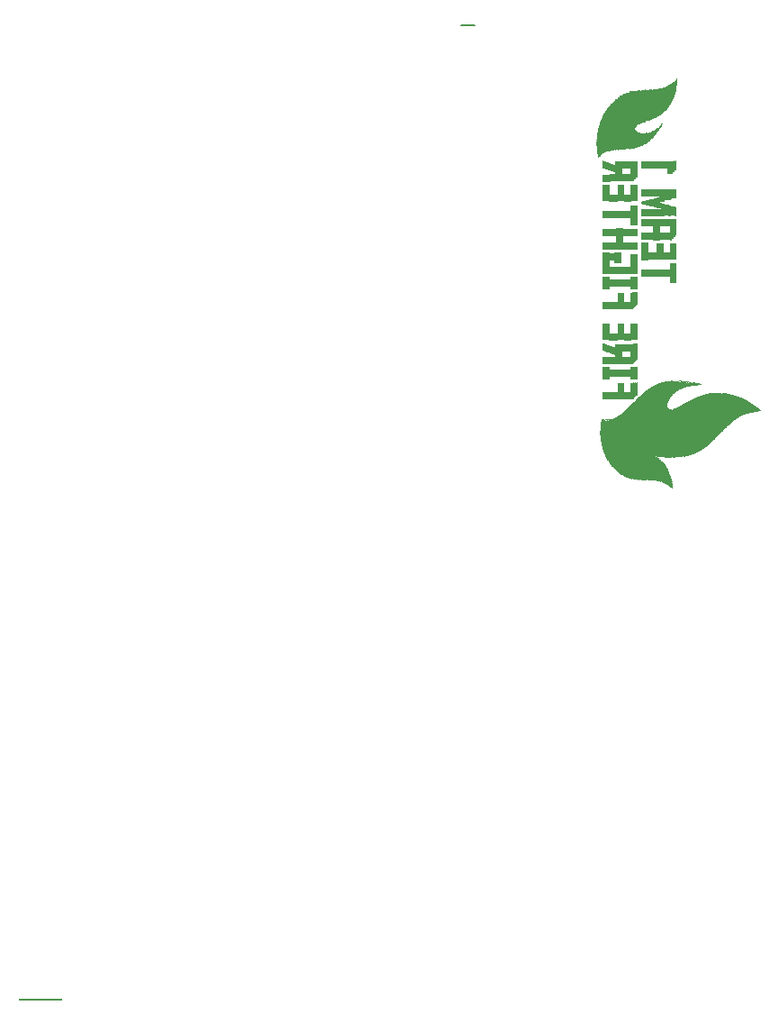
<source format=gbr>
G04 EAGLE Gerber RS-274X export*
G75*
%MOMM*%
%FSLAX34Y34*%
%LPD*%
%INSilkscreen Bottom*%
%IPPOS*%
%AMOC8*
5,1,8,0,0,1.08239X$1,22.5*%
G01*
%ADD10R,0.020000X0.080000*%
%ADD11R,0.020000X0.100000*%
%ADD12R,0.020000X0.060000*%
%ADD13R,0.020000X0.020000*%
%ADD14R,0.020000X0.120000*%
%ADD15R,0.020000X0.820000*%
%ADD16R,0.020000X1.380000*%
%ADD17R,0.020000X1.640000*%
%ADD18R,0.020000X1.920000*%
%ADD19R,0.020000X2.200000*%
%ADD20R,0.020000X2.380000*%
%ADD21R,0.020000X0.040000*%
%ADD22R,0.020000X2.620000*%
%ADD23R,0.020000X2.680000*%
%ADD24R,0.020000X2.780000*%
%ADD25R,0.020000X2.880000*%
%ADD26R,0.020000X2.860000*%
%ADD27R,0.020000X2.940000*%
%ADD28R,0.020000X2.980000*%
%ADD29R,0.020000X3.040000*%
%ADD30R,0.020000X3.060000*%
%ADD31R,0.020000X0.380000*%
%ADD32R,0.020000X0.960000*%
%ADD33R,0.020000X3.120000*%
%ADD34R,0.020000X1.440000*%
%ADD35R,0.020000X3.140000*%
%ADD36R,0.020000X3.220000*%
%ADD37R,0.020000X1.940000*%
%ADD38R,0.020000X3.240000*%
%ADD39R,0.020000X2.120000*%
%ADD40R,0.020000X3.260000*%
%ADD41R,0.020000X2.220000*%
%ADD42R,0.020000X3.300000*%
%ADD43R,0.020000X3.280000*%
%ADD44R,0.020000X2.300000*%
%ADD45R,0.020000X3.360000*%
%ADD46R,0.020000X2.400000*%
%ADD47R,0.020000X0.680000*%
%ADD48R,0.020000X1.140000*%
%ADD49R,0.020000X1.600000*%
%ADD50R,0.020000X1.120000*%
%ADD51R,0.020000X1.960000*%
%ADD52R,0.020000X0.660000*%
%ADD53R,0.020000X3.400000*%
%ADD54R,0.020000X2.420000*%
%ADD55R,0.020000X3.440000*%
%ADD56R,0.020000X2.460000*%
%ADD57R,0.020000X0.140000*%
%ADD58R,0.020000X3.460000*%
%ADD59R,0.020000X2.520000*%
%ADD60R,0.020000X0.180000*%
%ADD61R,0.020000X3.480000*%
%ADD62R,0.020000X2.580000*%
%ADD63R,0.020000X0.160000*%
%ADD64R,0.020000X3.500000*%
%ADD65R,0.020000X2.600000*%
%ADD66R,0.020000X3.540000*%
%ADD67R,0.020000X2.660000*%
%ADD68R,0.020000X0.200000*%
%ADD69R,0.020000X3.580000*%
%ADD70R,0.020000X2.700000*%
%ADD71R,0.020000X0.280000*%
%ADD72R,0.020000X2.720000*%
%ADD73R,0.020000X3.640000*%
%ADD74R,0.020000X2.820000*%
%ADD75R,0.020000X0.300000*%
%ADD76R,0.020000X3.620000*%
%ADD77R,0.020000X2.840000*%
%ADD78R,0.020000X0.320000*%
%ADD79R,0.020000X3.680000*%
%ADD80R,0.020000X3.660000*%
%ADD81R,0.020000X3.720000*%
%ADD82R,0.020000X2.900000*%
%ADD83R,0.020000X3.340000*%
%ADD84R,0.020000X3.780000*%
%ADD85R,0.020000X3.380000*%
%ADD86R,0.020000X3.760000*%
%ADD87R,0.020000X3.420000*%
%ADD88R,0.020000X3.800000*%
%ADD89R,0.020000X3.860000*%
%ADD90R,0.020000X3.520000*%
%ADD91R,0.020000X3.880000*%
%ADD92R,0.020000X3.560000*%
%ADD93R,0.020000X3.900000*%
%ADD94R,0.020000X3.940000*%
%ADD95R,0.020000X3.960000*%
%ADD96R,0.020000X3.980000*%
%ADD97R,0.020000X3.740000*%
%ADD98R,0.020000X4.000000*%
%ADD99R,0.020000X4.060000*%
%ADD100R,0.020000X3.820000*%
%ADD101R,0.020000X4.080000*%
%ADD102R,0.020000X4.120000*%
%ADD103R,0.020000X4.140000*%
%ADD104R,0.020000X4.160000*%
%ADD105R,0.020000X4.020000*%
%ADD106R,0.020000X4.180000*%
%ADD107R,0.020000X4.220000*%
%ADD108R,0.020000X4.100000*%
%ADD109R,0.020000X4.240000*%
%ADD110R,0.020000X4.260000*%
%ADD111R,0.020000X4.280000*%
%ADD112R,0.020000X4.340000*%
%ADD113R,0.020000X4.380000*%
%ADD114R,0.020000X4.320000*%
%ADD115R,0.020000X4.360000*%
%ADD116R,0.020000X4.400000*%
%ADD117R,0.020000X4.440000*%
%ADD118R,0.020000X4.460000*%
%ADD119R,0.020000X4.480000*%
%ADD120R,0.020000X0.640000*%
%ADD121R,0.020000X4.580000*%
%ADD122R,0.020000X4.540000*%
%ADD123R,0.020000X4.560000*%
%ADD124R,0.020000X4.620000*%
%ADD125R,0.020000X4.640000*%
%ADD126R,0.020000X4.700000*%
%ADD127R,0.020000X4.720000*%
%ADD128R,0.020000X4.600000*%
%ADD129R,0.020000X4.780000*%
%ADD130R,0.020000X1.900000*%
%ADD131R,0.020000X1.880000*%
%ADD132R,0.020000X4.680000*%
%ADD133R,0.020000X4.760000*%
%ADD134R,0.020000X4.800000*%
%ADD135R,0.020000X4.880000*%
%ADD136R,0.020000X4.740000*%
%ADD137R,0.020000X4.900000*%
%ADD138R,0.020000X4.960000*%
%ADD139R,0.020000X4.920000*%
%ADD140R,0.020000X4.980000*%
%ADD141R,0.020000X5.040000*%
%ADD142R,0.020000X5.060000*%
%ADD143R,0.020000X1.500000*%
%ADD144R,0.020000X1.540000*%
%ADD145R,0.020000X1.480000*%
%ADD146R,0.020000X4.820000*%
%ADD147R,0.020000X5.080000*%
%ADD148R,0.020000X5.120000*%
%ADD149R,0.020000X4.840000*%
%ADD150R,0.020000X5.140000*%
%ADD151R,0.020000X4.860000*%
%ADD152R,0.020000X5.180000*%
%ADD153R,0.020000X5.220000*%
%ADD154R,0.020000X5.280000*%
%ADD155R,0.020000X4.940000*%
%ADD156R,0.020000X5.300000*%
%ADD157R,0.020000X5.360000*%
%ADD158R,0.020000X5.380000*%
%ADD159R,0.020000X5.440000*%
%ADD160R,0.020000X5.000000*%
%ADD161R,0.020000X5.460000*%
%ADD162R,0.020000X5.520000*%
%ADD163R,0.020000X5.020000*%
%ADD164R,0.020000X5.560000*%
%ADD165R,0.020000X5.540000*%
%ADD166R,0.020000X5.600000*%
%ADD167R,0.020000X5.640000*%
%ADD168R,0.020000X5.100000*%
%ADD169R,0.020000X5.700000*%
%ADD170R,0.020000X5.740000*%
%ADD171R,0.020000X5.760000*%
%ADD172R,0.020000X5.780000*%
%ADD173R,0.020000X5.160000*%
%ADD174R,0.020000X5.820000*%
%ADD175R,0.020000X5.840000*%
%ADD176R,0.020000X5.920000*%
%ADD177R,0.020000X5.940000*%
%ADD178R,0.020000X5.980000*%
%ADD179R,0.020000X5.960000*%
%ADD180R,0.020000X5.200000*%
%ADD181R,0.020000X6.020000*%
%ADD182R,0.020000X6.040000*%
%ADD183R,0.020000X6.080000*%
%ADD184R,0.020000X6.100000*%
%ADD185R,0.020000X6.140000*%
%ADD186R,0.020000X6.180000*%
%ADD187R,0.020000X6.200000*%
%ADD188R,0.020000X5.240000*%
%ADD189R,0.020000X6.220000*%
%ADD190R,0.020000X5.260000*%
%ADD191R,0.020000X6.240000*%
%ADD192R,0.020000X6.280000*%
%ADD193R,0.020000X6.300000*%
%ADD194R,0.020000X6.340000*%
%ADD195R,0.020000X6.380000*%
%ADD196R,0.020000X6.400000*%
%ADD197R,0.020000X6.420000*%
%ADD198R,0.020000X6.440000*%
%ADD199R,0.020000X6.460000*%
%ADD200R,0.020000X6.500000*%
%ADD201R,0.020000X6.540000*%
%ADD202R,0.020000X6.560000*%
%ADD203R,0.020000X6.580000*%
%ADD204R,0.020000X5.320000*%
%ADD205R,0.020000X6.600000*%
%ADD206R,0.020000X6.620000*%
%ADD207R,0.020000X5.340000*%
%ADD208R,0.020000X6.660000*%
%ADD209R,0.020000X6.680000*%
%ADD210R,0.020000X6.720000*%
%ADD211R,0.020000X6.740000*%
%ADD212R,0.020000X6.760000*%
%ADD213R,0.020000X6.780000*%
%ADD214R,0.020000X6.800000*%
%ADD215R,0.020000X6.840000*%
%ADD216R,0.020000X1.560000*%
%ADD217R,0.020000X1.580000*%
%ADD218R,0.020000X1.840000*%
%ADD219R,0.020000X6.860000*%
%ADD220R,0.020000X6.880000*%
%ADD221R,0.020000X6.900000*%
%ADD222R,0.020000X6.940000*%
%ADD223R,0.020000X6.960000*%
%ADD224R,0.020000X6.980000*%
%ADD225R,0.020000X7.000000*%
%ADD226R,0.020000X7.020000*%
%ADD227R,0.020000X1.860000*%
%ADD228R,0.020000X7.040000*%
%ADD229R,0.020000X1.520000*%
%ADD230R,0.020000X7.060000*%
%ADD231R,0.020000X1.820000*%
%ADD232R,0.020000X7.100000*%
%ADD233R,0.020000X1.800000*%
%ADD234R,0.020000X7.120000*%
%ADD235R,0.020000X1.460000*%
%ADD236R,0.020000X1.780000*%
%ADD237R,0.020000X7.140000*%
%ADD238R,0.020000X1.760000*%
%ADD239R,0.020000X7.200000*%
%ADD240R,0.020000X1.420000*%
%ADD241R,0.020000X1.740000*%
%ADD242R,0.020000X7.220000*%
%ADD243R,0.020000X1.400000*%
%ADD244R,0.020000X1.720000*%
%ADD245R,0.020000X7.240000*%
%ADD246R,0.020000X1.700000*%
%ADD247R,0.020000X1.680000*%
%ADD248R,0.020000X1.360000*%
%ADD249R,0.020000X1.660000*%
%ADD250R,0.020000X7.280000*%
%ADD251R,0.020000X1.340000*%
%ADD252R,0.020000X7.300000*%
%ADD253R,0.020000X1.320000*%
%ADD254R,0.020000X1.620000*%
%ADD255R,0.020000X7.340000*%
%ADD256R,0.020000X1.300000*%
%ADD257R,0.020000X1.280000*%
%ADD258R,0.020000X7.320000*%
%ADD259R,0.020000X1.260000*%
%ADD260R,0.020000X1.240000*%
%ADD261R,0.020000X7.360000*%
%ADD262R,0.020000X1.220000*%
%ADD263R,0.020000X7.380000*%
%ADD264R,0.020000X1.200000*%
%ADD265R,0.020000X7.400000*%
%ADD266R,0.020000X1.180000*%
%ADD267R,0.020000X7.440000*%
%ADD268R,0.020000X1.160000*%
%ADD269R,0.020000X7.460000*%
%ADD270R,0.020000X7.480000*%
%ADD271R,0.020000X3.200000*%
%ADD272R,0.020000X7.500000*%
%ADD273R,0.020000X7.520000*%
%ADD274R,0.020000X7.540000*%
%ADD275R,0.020000X7.560000*%
%ADD276R,0.020000X3.180000*%
%ADD277R,0.020000X7.580000*%
%ADD278R,0.020000X7.600000*%
%ADD279R,0.020000X3.160000*%
%ADD280R,0.020000X7.620000*%
%ADD281R,0.020000X7.640000*%
%ADD282R,0.020000X7.660000*%
%ADD283R,0.020000X7.700000*%
%ADD284R,0.020000X7.720000*%
%ADD285R,0.020000X7.740000*%
%ADD286R,0.020000X3.100000*%
%ADD287R,0.020000X7.760000*%
%ADD288R,0.020000X3.080000*%
%ADD289R,0.020000X7.780000*%
%ADD290R,0.020000X7.800000*%
%ADD291R,0.020000X7.820000*%
%ADD292R,0.020000X7.840000*%
%ADD293R,0.020000X7.860000*%
%ADD294R,0.020000X7.880000*%
%ADD295R,0.020000X0.620000*%
%ADD296R,0.020000X7.900000*%
%ADD297R,0.020000X7.940000*%
%ADD298R,0.020000X0.220000*%
%ADD299R,0.020000X7.920000*%
%ADD300R,0.020000X0.240000*%
%ADD301R,0.020000X7.960000*%
%ADD302R,0.020000X7.980000*%
%ADD303R,0.020000X0.260000*%
%ADD304R,0.020000X8.000000*%
%ADD305R,0.020000X1.100000*%
%ADD306R,0.020000X3.020000*%
%ADD307R,0.020000X8.020000*%
%ADD308R,0.020000X1.080000*%
%ADD309R,0.020000X3.000000*%
%ADD310R,0.020000X8.080000*%
%ADD311R,0.020000X8.060000*%
%ADD312R,0.020000X1.060000*%
%ADD313R,0.020000X8.100000*%
%ADD314R,0.020000X8.120000*%
%ADD315R,0.020000X0.340000*%
%ADD316R,0.020000X1.040000*%
%ADD317R,0.020000X8.180000*%
%ADD318R,0.020000X1.020000*%
%ADD319R,0.020000X8.160000*%
%ADD320R,0.020000X0.360000*%
%ADD321R,0.020000X1.000000*%
%ADD322R,0.020000X8.200000*%
%ADD323R,0.020000X2.960000*%
%ADD324R,0.020000X8.220000*%
%ADD325R,0.020000X0.980000*%
%ADD326R,0.020000X8.260000*%
%ADD327R,0.020000X0.400000*%
%ADD328R,0.020000X8.240000*%
%ADD329R,0.020000X0.920000*%
%ADD330R,0.020000X0.420000*%
%ADD331R,0.020000X2.920000*%
%ADD332R,0.020000X8.280000*%
%ADD333R,0.020000X0.440000*%
%ADD334R,0.020000X0.940000*%
%ADD335R,0.020000X8.320000*%
%ADD336R,0.020000X8.300000*%
%ADD337R,0.020000X0.460000*%
%ADD338R,0.020000X8.340000*%
%ADD339R,0.020000X0.480000*%
%ADD340R,0.020000X8.380000*%
%ADD341R,0.020000X0.860000*%
%ADD342R,0.020000X8.360000*%
%ADD343R,0.020000X0.500000*%
%ADD344R,0.020000X8.400000*%
%ADD345R,0.020000X0.520000*%
%ADD346R,0.020000X8.460000*%
%ADD347R,0.020000X0.840000*%
%ADD348R,0.020000X8.440000*%
%ADD349R,0.020000X0.540000*%
%ADD350R,0.020000X0.780000*%
%ADD351R,0.020000X8.480000*%
%ADD352R,0.020000X0.560000*%
%ADD353R,0.020000X0.760000*%
%ADD354R,0.020000X8.500000*%
%ADD355R,0.020000X0.800000*%
%ADD356R,0.020000X8.540000*%
%ADD357R,0.020000X0.580000*%
%ADD358R,0.020000X8.520000*%
%ADD359R,0.020000X0.600000*%
%ADD360R,0.020000X8.580000*%
%ADD361R,0.020000X0.740000*%
%ADD362R,0.020000X8.560000*%
%ADD363R,0.020000X0.700000*%
%ADD364R,0.020000X2.800000*%
%ADD365R,0.020000X8.620000*%
%ADD366R,0.020000X8.600000*%
%ADD367R,0.020000X8.660000*%
%ADD368R,0.020000X8.640000*%
%ADD369R,0.020000X2.760000*%
%ADD370R,0.020000X2.740000*%
%ADD371R,0.020000X8.680000*%
%ADD372R,0.020000X0.720000*%
%ADD373R,0.020000X8.720000*%
%ADD374R,0.020000X8.760000*%
%ADD375R,0.020000X8.740000*%
%ADD376R,0.020000X8.800000*%
%ADD377R,0.020000X8.780000*%
%ADD378R,0.020000X6.480000*%
%ADD379R,0.020000X2.260000*%
%ADD380R,0.020000X8.840000*%
%ADD381R,0.020000X2.240000*%
%ADD382R,0.020000X6.640000*%
%ADD383R,0.020000X0.880000*%
%ADD384R,0.020000X2.640000*%
%ADD385R,0.020000X2.180000*%
%ADD386R,0.020000X0.900000*%
%ADD387R,0.020000X2.160000*%
%ADD388R,0.020000X2.140000*%
%ADD389R,0.020000X2.560000*%
%ADD390R,0.020000X2.100000*%
%ADD391R,0.020000X6.700000*%
%ADD392R,0.020000X2.540000*%
%ADD393R,0.020000X2.080000*%
%ADD394R,0.020000X2.040000*%
%ADD395R,0.020000X2.500000*%
%ADD396R,0.020000X2.060000*%
%ADD397R,0.020000X2.480000*%
%ADD398R,0.020000X2.020000*%
%ADD399R,0.020000X2.000000*%
%ADD400R,0.020000X2.440000*%
%ADD401R,0.020000X1.980000*%
%ADD402R,0.020000X2.360000*%
%ADD403R,0.020000X6.920000*%
%ADD404R,0.020000X2.340000*%
%ADD405R,0.020000X2.320000*%
%ADD406R,0.020000X2.280000*%
%ADD407R,0.020000X4.500000*%
%ADD408R,0.020000X4.420000*%
%ADD409R,0.020000X4.520000*%
%ADD410R,0.020000X4.660000*%
%ADD411R,0.020000X4.200000*%
%ADD412R,0.020000X4.040000*%
%ADD413R,0.020000X3.920000*%
%ADD414R,0.020000X3.840000*%
%ADD415R,0.020000X3.700000*%
%ADD416R,0.020000X3.600000*%
%ADD417C,0.000000*%
%ADD418C,0.203200*%


D10*
X544200Y800300D03*
D11*
X544200Y801800D03*
X544200Y803200D03*
D12*
X544200Y804400D03*
D13*
X544200Y805600D03*
D14*
X544400Y797700D03*
D15*
X544400Y802600D03*
D12*
X544400Y807200D03*
D13*
X544400Y808400D03*
D16*
X544600Y802600D03*
D17*
X544800Y802500D03*
D12*
X544800Y811400D03*
D18*
X545000Y802500D03*
D13*
X545000Y812800D03*
D19*
X545200Y802500D03*
D20*
X545400Y802000D03*
D21*
X545400Y814300D03*
D22*
X545600Y802200D03*
D21*
X545600Y815700D03*
D23*
X545800Y803100D03*
D24*
X546000Y803600D03*
X546200Y804000D03*
D25*
X546400Y804500D03*
D26*
X546600Y805200D03*
D27*
X546800Y805800D03*
D28*
X547000Y806000D03*
D13*
X547000Y821400D03*
D29*
X547200Y806500D03*
D13*
X547400Y529600D03*
D30*
X547400Y806800D03*
D13*
X547600Y528800D03*
D31*
X547600Y531400D03*
D29*
X547600Y807300D03*
D21*
X547600Y822900D03*
D13*
X547800Y526600D03*
D32*
X547800Y531900D03*
D33*
X547800Y807900D03*
D34*
X548000Y531900D03*
D35*
X548000Y808200D03*
D13*
X548000Y824200D03*
D17*
X548200Y532100D03*
D36*
X548200Y808600D03*
D37*
X548400Y531800D03*
D38*
X548400Y808900D03*
D39*
X548600Y531900D03*
D40*
X548600Y809000D03*
D13*
X548800Y520400D03*
D41*
X548800Y531800D03*
D13*
X548800Y543200D03*
D42*
X548800Y809400D03*
D13*
X549000Y519400D03*
D41*
X549000Y530800D03*
D12*
X549000Y542400D03*
D13*
X549000Y543200D03*
D43*
X549000Y809900D03*
D13*
X549200Y518400D03*
D44*
X549200Y530200D03*
D21*
X549200Y542100D03*
X549200Y542700D03*
D13*
X549200Y543200D03*
D45*
X549200Y810300D03*
D46*
X549400Y529700D03*
D13*
X549400Y542000D03*
D12*
X549400Y542600D03*
D13*
X549400Y543200D03*
D45*
X549400Y810500D03*
D46*
X549600Y529300D03*
D13*
X549600Y541800D03*
D11*
X549600Y542600D03*
D47*
X549600Y566100D03*
D48*
X549600Y587000D03*
D47*
X549600Y599100D03*
X549600Y611900D03*
D49*
X549600Y626100D03*
D47*
X549600Y650900D03*
D50*
X549600Y671700D03*
D51*
X549600Y690300D03*
D47*
X549600Y706700D03*
X549600Y719500D03*
X549600Y735900D03*
D49*
X549600Y756500D03*
D47*
X549600Y770500D03*
D52*
X549600Y783400D03*
D53*
X549600Y810700D03*
D54*
X549800Y528800D03*
D13*
X549800Y541600D03*
D14*
X549800Y542500D03*
D47*
X549800Y566100D03*
D48*
X549800Y587000D03*
D47*
X549800Y599100D03*
X549800Y611900D03*
D49*
X549800Y626100D03*
D47*
X549800Y650900D03*
D50*
X549800Y671700D03*
D51*
X549800Y690300D03*
D47*
X549800Y706700D03*
X549800Y719500D03*
X549800Y735900D03*
D49*
X549800Y756500D03*
D47*
X549800Y770500D03*
X549800Y783300D03*
D55*
X549800Y810900D03*
D56*
X550000Y528200D03*
D21*
X550000Y541300D03*
D57*
X550000Y542400D03*
D47*
X550000Y566100D03*
D48*
X550000Y587000D03*
D47*
X550000Y599100D03*
D52*
X550000Y611800D03*
D49*
X550000Y626100D03*
D47*
X550000Y650900D03*
D50*
X550000Y671700D03*
D51*
X550000Y690300D03*
D47*
X550000Y706700D03*
X550000Y719500D03*
X550000Y735900D03*
D49*
X550000Y756500D03*
D47*
X550000Y770500D03*
X550000Y783300D03*
D58*
X550000Y811200D03*
D59*
X550200Y527700D03*
D13*
X550200Y541000D03*
D60*
X550200Y542200D03*
D47*
X550200Y566100D03*
D48*
X550200Y587000D03*
D47*
X550200Y599100D03*
X550200Y611700D03*
D49*
X550200Y626100D03*
D47*
X550200Y650900D03*
D50*
X550200Y671700D03*
D51*
X550200Y690300D03*
D47*
X550200Y706700D03*
X550200Y719500D03*
X550200Y735900D03*
D49*
X550200Y756500D03*
D47*
X550200Y770500D03*
D52*
X550200Y783200D03*
D61*
X550200Y811500D03*
D62*
X550400Y527200D03*
D13*
X550400Y540800D03*
D63*
X550400Y541900D03*
D13*
X550400Y543000D03*
D47*
X550400Y566100D03*
D48*
X550400Y587000D03*
D47*
X550400Y599100D03*
X550400Y611700D03*
D49*
X550400Y626100D03*
D47*
X550400Y650900D03*
D50*
X550400Y671700D03*
D51*
X550400Y690300D03*
D47*
X550400Y706700D03*
X550400Y719500D03*
X550400Y735900D03*
D49*
X550400Y756500D03*
D47*
X550400Y770500D03*
X550400Y783100D03*
D64*
X550400Y811800D03*
D65*
X550600Y526900D03*
D13*
X550600Y540600D03*
D60*
X550600Y541800D03*
D13*
X550600Y543000D03*
D47*
X550600Y566100D03*
D48*
X550600Y587000D03*
D47*
X550600Y599100D03*
D52*
X550600Y611600D03*
D49*
X550600Y626100D03*
D47*
X550600Y650900D03*
D50*
X550600Y671700D03*
D51*
X550600Y690300D03*
D47*
X550600Y706700D03*
X550600Y719500D03*
X550600Y735900D03*
D49*
X550600Y756500D03*
D47*
X550600Y770500D03*
X550600Y783100D03*
D66*
X550600Y812000D03*
D21*
X550600Y830100D03*
D67*
X550800Y526400D03*
D21*
X550800Y540300D03*
D68*
X550800Y541700D03*
D13*
X550800Y543000D03*
D47*
X550800Y566100D03*
D48*
X550800Y587000D03*
D47*
X550800Y599100D03*
X550800Y611500D03*
D49*
X550800Y626100D03*
D47*
X550800Y650900D03*
D50*
X550800Y671700D03*
D51*
X550800Y690300D03*
D47*
X550800Y706700D03*
X550800Y719500D03*
X550800Y735900D03*
D49*
X550800Y756500D03*
D47*
X550800Y770500D03*
X550800Y782900D03*
D69*
X550800Y812400D03*
D70*
X551000Y526000D03*
D13*
X551000Y540000D03*
D71*
X551000Y541700D03*
D47*
X551000Y566100D03*
D48*
X551000Y587000D03*
D47*
X551000Y599100D03*
X551000Y611500D03*
D49*
X551000Y626100D03*
D47*
X551000Y650900D03*
D50*
X551000Y671700D03*
D51*
X551000Y690300D03*
D47*
X551000Y706700D03*
X551000Y719500D03*
X551000Y735900D03*
D49*
X551000Y756500D03*
D47*
X551000Y770500D03*
X551000Y782900D03*
D69*
X551000Y812400D03*
D72*
X551200Y525700D03*
D13*
X551200Y539800D03*
D71*
X551200Y541500D03*
D47*
X551200Y566100D03*
D48*
X551200Y587000D03*
D47*
X551200Y599100D03*
D52*
X551200Y611400D03*
D49*
X551200Y626100D03*
D47*
X551200Y650900D03*
D50*
X551200Y671700D03*
D51*
X551200Y690300D03*
D47*
X551200Y706700D03*
X551200Y719500D03*
X551200Y735900D03*
D49*
X551200Y756500D03*
D47*
X551200Y770500D03*
D52*
X551200Y782800D03*
D73*
X551200Y812700D03*
D74*
X551400Y525600D03*
D75*
X551400Y541400D03*
D47*
X551400Y566100D03*
D48*
X551400Y587000D03*
D47*
X551400Y599100D03*
X551400Y611300D03*
D49*
X551400Y626100D03*
D47*
X551400Y650900D03*
D50*
X551400Y671700D03*
D51*
X551400Y690300D03*
D47*
X551400Y706700D03*
X551400Y719500D03*
X551400Y735900D03*
D49*
X551400Y756500D03*
D47*
X551400Y770500D03*
X551400Y782700D03*
D76*
X551400Y812800D03*
D77*
X551600Y525300D03*
D78*
X551600Y541300D03*
D47*
X551600Y566100D03*
D48*
X551600Y587000D03*
D47*
X551600Y599100D03*
X551600Y611300D03*
D49*
X551600Y626100D03*
D47*
X551600Y650900D03*
D50*
X551600Y671700D03*
D51*
X551600Y690300D03*
D47*
X551600Y706700D03*
X551600Y719500D03*
X551600Y735900D03*
D49*
X551600Y756500D03*
D47*
X551600Y770500D03*
X551600Y782700D03*
D79*
X551600Y813300D03*
D36*
X551800Y526800D03*
D47*
X551800Y566100D03*
D48*
X551800Y587000D03*
D47*
X551800Y599100D03*
D52*
X551800Y611200D03*
D49*
X551800Y626100D03*
D47*
X551800Y650900D03*
D50*
X551800Y671700D03*
D51*
X551800Y690300D03*
D47*
X551800Y706700D03*
X551800Y719500D03*
X551800Y735900D03*
D49*
X551800Y756500D03*
D47*
X551800Y770500D03*
D52*
X551800Y782600D03*
D80*
X551800Y813400D03*
D40*
X552000Y526600D03*
D47*
X552000Y566100D03*
D48*
X552000Y587000D03*
D47*
X552000Y599100D03*
X552000Y611100D03*
D49*
X552000Y626100D03*
D47*
X552000Y650900D03*
D50*
X552000Y671700D03*
D51*
X552000Y690300D03*
D47*
X552000Y706700D03*
X552000Y719500D03*
X552000Y735900D03*
D49*
X552000Y756500D03*
D47*
X552000Y770500D03*
X552000Y782500D03*
D81*
X552000Y813700D03*
D40*
X552200Y526200D03*
D13*
X552200Y542800D03*
D47*
X552200Y566100D03*
D48*
X552200Y587000D03*
D47*
X552200Y599100D03*
D52*
X552200Y611000D03*
D49*
X552200Y626100D03*
D47*
X552200Y650900D03*
D50*
X552200Y671700D03*
D51*
X552200Y690300D03*
D47*
X552200Y706700D03*
X552200Y719500D03*
X552200Y735900D03*
D49*
X552200Y756500D03*
D47*
X552200Y770500D03*
X552200Y782500D03*
D81*
X552200Y813700D03*
D82*
X552400Y524000D03*
D31*
X552400Y540600D03*
D13*
X552400Y542800D03*
D47*
X552400Y566100D03*
D48*
X552400Y587000D03*
D47*
X552400Y599100D03*
X552400Y610900D03*
D49*
X552400Y626100D03*
D47*
X552400Y650900D03*
D50*
X552400Y671700D03*
D51*
X552400Y690300D03*
D47*
X552400Y706700D03*
X552400Y719500D03*
X552400Y735900D03*
D49*
X552400Y756500D03*
D47*
X552400Y770500D03*
D52*
X552400Y782400D03*
D81*
X552400Y813900D03*
D13*
X552400Y833000D03*
D83*
X552600Y525800D03*
D13*
X552600Y542800D03*
D47*
X552600Y566100D03*
D48*
X552600Y587000D03*
D47*
X552600Y599100D03*
X552600Y610900D03*
D49*
X552600Y626100D03*
D47*
X552600Y650900D03*
D50*
X552600Y671700D03*
D51*
X552600Y690300D03*
D47*
X552600Y706700D03*
X552600Y719500D03*
X552600Y735900D03*
D49*
X552600Y756500D03*
D47*
X552600Y770500D03*
X552600Y782300D03*
D84*
X552600Y814200D03*
D85*
X552800Y525600D03*
D13*
X552800Y542800D03*
D47*
X552800Y566100D03*
D48*
X552800Y587000D03*
D47*
X552800Y599100D03*
D52*
X552800Y610800D03*
D49*
X552800Y626100D03*
D47*
X552800Y650900D03*
D50*
X552800Y671700D03*
D51*
X552800Y690300D03*
D47*
X552800Y706700D03*
X552800Y719500D03*
X552800Y735900D03*
D49*
X552800Y756500D03*
D47*
X552800Y770500D03*
X552800Y782300D03*
D86*
X552800Y814300D03*
D13*
X553000Y508000D03*
D87*
X553000Y525400D03*
D13*
X553000Y542800D03*
D47*
X553000Y566100D03*
D48*
X553000Y587000D03*
D47*
X553000Y599100D03*
X553000Y610700D03*
D49*
X553000Y626100D03*
D47*
X553000Y650900D03*
D50*
X553000Y671700D03*
D51*
X553000Y690300D03*
D47*
X553000Y706700D03*
X553000Y719500D03*
X553000Y735900D03*
D49*
X553000Y756500D03*
D47*
X553000Y770500D03*
D52*
X553000Y782200D03*
D88*
X553000Y814500D03*
D58*
X553200Y525200D03*
D13*
X553200Y542800D03*
D47*
X553200Y566100D03*
D48*
X553200Y587000D03*
D47*
X553200Y599100D03*
X553200Y610700D03*
D49*
X553200Y626100D03*
D47*
X553200Y650900D03*
D50*
X553200Y671700D03*
D51*
X553200Y690300D03*
D47*
X553200Y706700D03*
X553200Y719500D03*
X553200Y735900D03*
D49*
X553200Y756500D03*
D47*
X553200Y770500D03*
X553200Y782100D03*
D89*
X553200Y814800D03*
D90*
X553400Y524900D03*
D13*
X553400Y542800D03*
D47*
X553400Y566100D03*
D48*
X553400Y587000D03*
D47*
X553400Y599100D03*
D52*
X553400Y610600D03*
D49*
X553400Y626100D03*
D47*
X553400Y650900D03*
D50*
X553400Y671700D03*
D51*
X553400Y690300D03*
D47*
X553400Y706700D03*
X553400Y719500D03*
X553400Y735900D03*
D49*
X553400Y756500D03*
D47*
X553400Y770500D03*
D52*
X553400Y782000D03*
D91*
X553400Y814900D03*
D92*
X553600Y524700D03*
D13*
X553600Y542800D03*
D47*
X553600Y566100D03*
D48*
X553600Y587000D03*
D47*
X553600Y599100D03*
X553600Y610500D03*
D49*
X553600Y626100D03*
D47*
X553600Y650900D03*
D50*
X553600Y671700D03*
D51*
X553600Y690300D03*
D47*
X553600Y706700D03*
X553600Y719500D03*
X553600Y735900D03*
D49*
X553600Y756500D03*
D47*
X553600Y770500D03*
D52*
X553600Y782000D03*
D91*
X553600Y815100D03*
D69*
X553800Y524600D03*
D13*
X553800Y542800D03*
D47*
X553800Y566100D03*
D48*
X553800Y587000D03*
D47*
X553800Y599100D03*
X553800Y610500D03*
D49*
X553800Y626100D03*
D47*
X553800Y650900D03*
D50*
X553800Y671700D03*
D51*
X553800Y690300D03*
D47*
X553800Y706700D03*
X553800Y719500D03*
X553800Y735900D03*
D49*
X553800Y756500D03*
D47*
X553800Y770500D03*
X553800Y781900D03*
D93*
X553800Y815200D03*
D76*
X554000Y524400D03*
D13*
X554000Y542800D03*
D47*
X554000Y566100D03*
D48*
X554000Y587000D03*
D47*
X554000Y599100D03*
D52*
X554000Y610400D03*
D49*
X554000Y626100D03*
D47*
X554000Y650900D03*
D50*
X554000Y671700D03*
D51*
X554000Y690300D03*
D47*
X554000Y706700D03*
X554000Y719500D03*
X554000Y735900D03*
D49*
X554000Y756500D03*
D47*
X554000Y770500D03*
D52*
X554000Y781800D03*
D94*
X554000Y815400D03*
D80*
X554200Y524200D03*
D13*
X554200Y542800D03*
D47*
X554200Y566100D03*
D48*
X554200Y587000D03*
D47*
X554200Y599100D03*
X554200Y610300D03*
D49*
X554200Y626100D03*
D47*
X554200Y650900D03*
D50*
X554200Y671700D03*
D51*
X554200Y690300D03*
D47*
X554200Y706700D03*
X554200Y719500D03*
X554200Y735900D03*
D49*
X554200Y756500D03*
D47*
X554200Y770500D03*
D52*
X554200Y781800D03*
D95*
X554200Y815700D03*
D79*
X554400Y524100D03*
D13*
X554400Y542800D03*
D47*
X554400Y566100D03*
D48*
X554400Y587000D03*
D47*
X554400Y599100D03*
D52*
X554400Y610200D03*
D49*
X554400Y626100D03*
D47*
X554400Y650900D03*
D50*
X554400Y671700D03*
D51*
X554400Y690300D03*
D47*
X554400Y706700D03*
X554400Y719500D03*
X554400Y735900D03*
D49*
X554400Y756500D03*
D47*
X554400Y770500D03*
X554400Y781700D03*
D96*
X554400Y815800D03*
D97*
X554600Y523800D03*
D13*
X554600Y542800D03*
D47*
X554600Y566100D03*
D48*
X554600Y587000D03*
D47*
X554600Y599100D03*
D52*
X554600Y610200D03*
D49*
X554600Y626100D03*
D47*
X554600Y650900D03*
D50*
X554600Y671700D03*
D51*
X554600Y690300D03*
D47*
X554600Y706700D03*
X554600Y719500D03*
X554600Y735900D03*
D49*
X554600Y756500D03*
D47*
X554600Y770500D03*
D52*
X554600Y781600D03*
D95*
X554600Y815900D03*
D97*
X554800Y523800D03*
D13*
X554800Y542800D03*
D47*
X554800Y566100D03*
D48*
X554800Y587000D03*
D47*
X554800Y599100D03*
X554800Y610100D03*
D49*
X554800Y626100D03*
D47*
X554800Y650900D03*
D50*
X554800Y671700D03*
D51*
X554800Y690300D03*
D47*
X554800Y706700D03*
X554800Y719500D03*
X554800Y735900D03*
D49*
X554800Y756500D03*
D47*
X554800Y770500D03*
D52*
X554800Y781600D03*
D98*
X554800Y816100D03*
D88*
X555000Y523500D03*
D13*
X555000Y542800D03*
D47*
X555000Y566100D03*
D48*
X555000Y587000D03*
D47*
X555000Y599100D03*
D52*
X555000Y610000D03*
D49*
X555000Y626100D03*
D47*
X555000Y650900D03*
D50*
X555000Y671700D03*
D51*
X555000Y690300D03*
D47*
X555000Y706700D03*
X555000Y719500D03*
X555000Y735900D03*
D49*
X555000Y756500D03*
D47*
X555000Y770500D03*
X555000Y781500D03*
D98*
X555000Y816100D03*
D88*
X555200Y523500D03*
D13*
X555200Y542800D03*
D47*
X555200Y566100D03*
D48*
X555200Y587000D03*
D47*
X555200Y599100D03*
D52*
X555200Y610000D03*
D49*
X555200Y626100D03*
D47*
X555200Y650900D03*
D50*
X555200Y671700D03*
D51*
X555200Y690300D03*
D47*
X555200Y706700D03*
X555200Y719500D03*
X555200Y735900D03*
D49*
X555200Y756500D03*
D47*
X555200Y770500D03*
D52*
X555200Y781400D03*
D99*
X555200Y816400D03*
D13*
X555400Y504000D03*
D100*
X555400Y523400D03*
D13*
X555400Y542800D03*
D47*
X555400Y566100D03*
D48*
X555400Y587000D03*
D47*
X555400Y599100D03*
X555400Y609900D03*
D49*
X555400Y626100D03*
D47*
X555400Y650900D03*
D50*
X555400Y671700D03*
D51*
X555400Y690300D03*
D47*
X555400Y706700D03*
X555400Y719500D03*
X555400Y735900D03*
D49*
X555400Y756500D03*
D47*
X555400Y770500D03*
D52*
X555400Y781400D03*
D101*
X555400Y816500D03*
D89*
X555600Y523200D03*
D13*
X555600Y542800D03*
D47*
X555600Y566100D03*
D48*
X555600Y587000D03*
D47*
X555600Y599100D03*
D52*
X555600Y609800D03*
D49*
X555600Y626100D03*
D47*
X555600Y650900D03*
D50*
X555600Y671700D03*
D51*
X555600Y690300D03*
D47*
X555600Y706700D03*
X555600Y719500D03*
X555600Y735900D03*
D49*
X555600Y756500D03*
D47*
X555600Y770500D03*
D52*
X555600Y781200D03*
D102*
X555600Y816900D03*
D91*
X555800Y523100D03*
D13*
X555800Y542800D03*
D47*
X555800Y566100D03*
D52*
X555800Y587000D03*
D47*
X555800Y599100D03*
D52*
X555800Y609800D03*
D47*
X555800Y621500D03*
X555800Y650900D03*
X555800Y671700D03*
X555800Y683900D03*
X555800Y696700D03*
X555800Y706700D03*
X555800Y719500D03*
X555800Y735900D03*
X555800Y751900D03*
X555800Y770500D03*
D52*
X555800Y781200D03*
D103*
X555800Y817000D03*
D13*
X556000Y503200D03*
D94*
X556000Y523200D03*
D47*
X556000Y566100D03*
D52*
X556000Y587000D03*
D47*
X556000Y599100D03*
X556000Y609700D03*
X556000Y621500D03*
X556000Y650900D03*
X556000Y671700D03*
X556000Y683900D03*
X556000Y696700D03*
X556000Y706700D03*
X556000Y719500D03*
X556000Y735900D03*
X556000Y751900D03*
X556000Y770500D03*
D52*
X556000Y781200D03*
D104*
X556000Y817100D03*
D98*
X556200Y522900D03*
D47*
X556200Y566100D03*
D52*
X556200Y587000D03*
D47*
X556200Y599100D03*
D52*
X556200Y609600D03*
D47*
X556200Y621500D03*
X556200Y650900D03*
X556200Y671700D03*
X556200Y683900D03*
X556200Y696700D03*
X556200Y706700D03*
X556200Y719500D03*
X556200Y735900D03*
X556200Y751900D03*
X556200Y770500D03*
D52*
X556200Y781000D03*
D104*
X556200Y817100D03*
D98*
X556400Y522900D03*
D47*
X556400Y566100D03*
D52*
X556400Y587000D03*
D47*
X556400Y599100D03*
D52*
X556400Y609600D03*
D47*
X556400Y621500D03*
X556400Y650900D03*
X556400Y671700D03*
X556400Y683900D03*
X556400Y696700D03*
X556400Y706700D03*
X556400Y719500D03*
X556400Y735900D03*
X556400Y751900D03*
D52*
X556400Y770600D03*
X556400Y781000D03*
D104*
X556400Y817100D03*
D105*
X556600Y522800D03*
D47*
X556600Y566100D03*
D52*
X556600Y587000D03*
D47*
X556600Y599100D03*
D52*
X556600Y609400D03*
D47*
X556600Y621500D03*
X556600Y650900D03*
X556600Y671700D03*
X556600Y683900D03*
X556600Y696700D03*
X556600Y706700D03*
X556600Y719500D03*
X556600Y735900D03*
X556600Y751900D03*
D52*
X556600Y770600D03*
D47*
X556600Y780900D03*
D106*
X556600Y817200D03*
D13*
X556800Y502200D03*
D105*
X556800Y522600D03*
D13*
X556800Y543000D03*
D47*
X556800Y566100D03*
D52*
X556800Y587000D03*
D47*
X556800Y599100D03*
D52*
X556800Y609400D03*
D47*
X556800Y621500D03*
X556800Y650900D03*
X556800Y671700D03*
X556800Y683900D03*
X556800Y696700D03*
X556800Y706700D03*
X556800Y719500D03*
X556800Y735900D03*
X556800Y751900D03*
D52*
X556800Y770600D03*
X556800Y780800D03*
D107*
X556800Y817400D03*
D101*
X557000Y522300D03*
D13*
X557000Y543000D03*
D47*
X557000Y566100D03*
D52*
X557000Y587000D03*
D47*
X557000Y599100D03*
D52*
X557000Y609400D03*
D47*
X557000Y621500D03*
X557000Y650900D03*
X557000Y671700D03*
X557000Y683900D03*
X557000Y696700D03*
X557000Y706700D03*
X557000Y719500D03*
X557000Y735900D03*
X557000Y751900D03*
D52*
X557000Y770600D03*
X557000Y780800D03*
D107*
X557000Y817600D03*
D108*
X557200Y522200D03*
D13*
X557200Y543000D03*
D47*
X557200Y566100D03*
D52*
X557200Y587000D03*
D47*
X557200Y599100D03*
D52*
X557200Y609200D03*
D47*
X557200Y621500D03*
X557200Y650900D03*
X557200Y671700D03*
X557200Y683900D03*
X557200Y696700D03*
X557200Y706700D03*
X557200Y719500D03*
X557200Y735900D03*
X557200Y751900D03*
D52*
X557200Y770600D03*
D47*
X557200Y780700D03*
D109*
X557200Y817700D03*
D103*
X557400Y522400D03*
D47*
X557400Y566100D03*
D52*
X557400Y587000D03*
D47*
X557400Y599100D03*
D52*
X557400Y609200D03*
D47*
X557400Y621500D03*
X557400Y650900D03*
X557400Y671700D03*
X557400Y683900D03*
X557400Y696700D03*
X557400Y706700D03*
X557400Y719500D03*
X557400Y735900D03*
X557400Y751900D03*
D52*
X557400Y770600D03*
X557400Y780600D03*
D110*
X557400Y817800D03*
D106*
X557600Y522200D03*
D47*
X557600Y566100D03*
D52*
X557600Y587000D03*
D47*
X557600Y599100D03*
D52*
X557600Y609200D03*
D47*
X557600Y621500D03*
X557600Y650900D03*
X557600Y671700D03*
X557600Y683900D03*
X557600Y696700D03*
X557600Y706700D03*
X557600Y719500D03*
X557600Y735900D03*
X557600Y751900D03*
D52*
X557600Y770600D03*
X557600Y780600D03*
D111*
X557600Y817900D03*
D106*
X557800Y522000D03*
D13*
X557800Y543200D03*
D47*
X557800Y566100D03*
D52*
X557800Y587000D03*
D47*
X557800Y599100D03*
D52*
X557800Y609000D03*
D47*
X557800Y621500D03*
X557800Y650900D03*
X557800Y671700D03*
X557800Y683900D03*
X557800Y696700D03*
X557800Y706700D03*
X557800Y719500D03*
X557800Y735900D03*
X557800Y751900D03*
D52*
X557800Y770600D03*
X557800Y780400D03*
D112*
X557800Y818200D03*
D109*
X558000Y521700D03*
D13*
X558000Y543200D03*
D47*
X558000Y566100D03*
D52*
X558000Y587000D03*
D47*
X558000Y599100D03*
D52*
X558000Y609000D03*
D47*
X558000Y621500D03*
X558000Y650900D03*
X558000Y671700D03*
X558000Y683900D03*
X558000Y696700D03*
X558000Y706700D03*
X558000Y719500D03*
X558000Y735900D03*
X558000Y751900D03*
D52*
X558000Y770600D03*
X558000Y780400D03*
D113*
X558000Y818400D03*
D110*
X558200Y521600D03*
D13*
X558200Y543200D03*
D47*
X558200Y566100D03*
D52*
X558200Y587000D03*
D47*
X558200Y599100D03*
D52*
X558200Y609000D03*
D47*
X558200Y621500D03*
X558200Y650900D03*
X558200Y671700D03*
X558200Y683900D03*
X558200Y696700D03*
X558200Y706700D03*
X558200Y719500D03*
X558200Y735900D03*
X558200Y751900D03*
D52*
X558200Y770600D03*
X558200Y780400D03*
D113*
X558200Y818400D03*
D114*
X558400Y521700D03*
D47*
X558400Y566100D03*
D52*
X558400Y587000D03*
D47*
X558400Y599100D03*
D52*
X558400Y608800D03*
D47*
X558400Y621500D03*
X558400Y650900D03*
X558400Y671700D03*
X558400Y683900D03*
X558400Y696700D03*
X558400Y706700D03*
X558400Y719500D03*
X558400Y735900D03*
X558400Y751900D03*
D52*
X558400Y770600D03*
X558400Y780200D03*
D115*
X558400Y818500D03*
D112*
X558600Y521400D03*
D47*
X558600Y566100D03*
D52*
X558600Y587000D03*
D47*
X558600Y599100D03*
D52*
X558600Y608800D03*
D47*
X558600Y621500D03*
X558600Y650900D03*
X558600Y671700D03*
X558600Y683900D03*
X558600Y696700D03*
X558600Y706700D03*
X558600Y719500D03*
X558600Y735900D03*
X558600Y751900D03*
D52*
X558600Y770600D03*
X558600Y780200D03*
D113*
X558600Y818600D03*
D112*
X558800Y521400D03*
D13*
X558800Y543400D03*
D47*
X558800Y566100D03*
D52*
X558800Y587000D03*
D47*
X558800Y599100D03*
D52*
X558800Y608600D03*
D47*
X558800Y621500D03*
X558800Y650900D03*
X558800Y671700D03*
X558800Y683900D03*
X558800Y696700D03*
X558800Y706700D03*
X558800Y719500D03*
X558800Y735900D03*
X558800Y751900D03*
D52*
X558800Y770600D03*
X558800Y780200D03*
D116*
X558800Y818700D03*
D113*
X559000Y521600D03*
D47*
X559000Y566100D03*
D52*
X559000Y587000D03*
D47*
X559000Y599100D03*
D52*
X559000Y608600D03*
D47*
X559000Y621500D03*
X559000Y650900D03*
X559000Y671700D03*
X559000Y683900D03*
X559000Y696700D03*
X559000Y706700D03*
X559000Y719500D03*
X559000Y735900D03*
X559000Y751900D03*
D52*
X559000Y770600D03*
X559000Y780000D03*
D117*
X559000Y818900D03*
D116*
X559200Y521500D03*
D47*
X559200Y566100D03*
D52*
X559200Y587000D03*
D47*
X559200Y599100D03*
D52*
X559200Y608600D03*
D47*
X559200Y621500D03*
X559200Y650900D03*
X559200Y671700D03*
X559200Y683900D03*
X559200Y696700D03*
X559200Y706700D03*
X559200Y719500D03*
X559200Y735900D03*
X559200Y751900D03*
D52*
X559200Y770600D03*
X559200Y780000D03*
D118*
X559200Y819000D03*
D116*
X559400Y521300D03*
D13*
X559400Y543600D03*
D47*
X559400Y566100D03*
D52*
X559400Y587000D03*
D47*
X559400Y599100D03*
D52*
X559400Y608400D03*
D47*
X559400Y621500D03*
X559400Y650900D03*
X559400Y671700D03*
X559400Y683900D03*
X559400Y696700D03*
X559400Y706700D03*
X559400Y719500D03*
X559400Y735900D03*
X559400Y751900D03*
D52*
X559400Y770600D03*
X559400Y780000D03*
D119*
X559400Y819100D03*
D118*
X559600Y521400D03*
D47*
X559600Y566100D03*
D52*
X559600Y587000D03*
D47*
X559600Y599100D03*
D52*
X559600Y608400D03*
D47*
X559600Y621500D03*
X559600Y650900D03*
X559600Y671700D03*
X559600Y683900D03*
X559600Y696700D03*
X559600Y706700D03*
X559600Y719500D03*
X559600Y735900D03*
X559600Y751900D03*
D52*
X559600Y770600D03*
X559600Y779800D03*
D119*
X559600Y819100D03*
X559800Y521300D03*
D47*
X559800Y566100D03*
D52*
X559800Y587000D03*
D47*
X559800Y599100D03*
D52*
X559800Y608400D03*
D47*
X559800Y621500D03*
X559800Y650900D03*
X559800Y671700D03*
X559800Y683900D03*
X559800Y696700D03*
X559800Y706700D03*
X559800Y719500D03*
X559800Y735900D03*
X559800Y751900D03*
D52*
X559800Y770600D03*
X559800Y779800D03*
D118*
X559800Y819200D03*
D119*
X560000Y521100D03*
D13*
X560000Y543800D03*
D47*
X560000Y566100D03*
D52*
X560000Y587000D03*
D47*
X560000Y599100D03*
D52*
X560000Y608200D03*
D47*
X560000Y621500D03*
X560000Y650900D03*
X560000Y671700D03*
X560000Y683900D03*
X560000Y696700D03*
X560000Y706700D03*
X560000Y719500D03*
X560000Y735900D03*
X560000Y751900D03*
D52*
X560000Y770600D03*
D120*
X560000Y779700D03*
D119*
X560000Y819300D03*
D121*
X560200Y521000D03*
D47*
X560200Y566100D03*
D52*
X560200Y587000D03*
D47*
X560200Y599100D03*
D52*
X560200Y608200D03*
D47*
X560200Y621500D03*
X560200Y650900D03*
X560200Y671700D03*
X560200Y683900D03*
X560200Y696700D03*
X560200Y706700D03*
X560200Y719500D03*
X560200Y735900D03*
X560200Y751900D03*
D52*
X560200Y770600D03*
X560200Y779600D03*
D122*
X560200Y819600D03*
D121*
X560400Y520800D03*
D13*
X560400Y544000D03*
D47*
X560400Y566100D03*
D52*
X560400Y587000D03*
D47*
X560400Y599100D03*
D52*
X560400Y608200D03*
D47*
X560400Y621500D03*
X560400Y650900D03*
X560400Y671700D03*
X560400Y683900D03*
X560400Y696700D03*
X560400Y706700D03*
X560400Y719500D03*
X560400Y735900D03*
X560400Y751900D03*
D52*
X560400Y770600D03*
X560400Y779600D03*
D123*
X560400Y819700D03*
D124*
X560600Y520600D03*
D13*
X560600Y544000D03*
D47*
X560600Y566100D03*
D52*
X560600Y587000D03*
D47*
X560600Y599100D03*
D52*
X560600Y608000D03*
D47*
X560600Y621500D03*
X560600Y650900D03*
X560600Y671700D03*
X560600Y683900D03*
X560600Y696700D03*
X560600Y706700D03*
X560600Y719500D03*
X560600Y735900D03*
X560600Y751900D03*
D52*
X560600Y770600D03*
D120*
X560600Y779500D03*
D123*
X560600Y819700D03*
D125*
X560800Y520900D03*
D47*
X560800Y566100D03*
D52*
X560800Y587000D03*
D47*
X560800Y599100D03*
D52*
X560800Y608000D03*
D47*
X560800Y621500D03*
X560800Y650900D03*
X560800Y671700D03*
X560800Y683900D03*
X560800Y696700D03*
X560800Y706700D03*
X560800Y719500D03*
X560800Y735900D03*
X560800Y751900D03*
D52*
X560800Y770600D03*
X560800Y779400D03*
D121*
X560800Y819800D03*
D125*
X561000Y520700D03*
D13*
X561000Y544200D03*
D47*
X561000Y566100D03*
D52*
X561000Y587000D03*
D47*
X561000Y599100D03*
D120*
X561000Y607900D03*
D47*
X561000Y621500D03*
X561000Y650900D03*
X561000Y671700D03*
X561000Y683900D03*
D32*
X561000Y695300D03*
D47*
X561000Y706700D03*
X561000Y719500D03*
X561000Y735900D03*
X561000Y751900D03*
D52*
X561000Y770600D03*
X561000Y779400D03*
D121*
X561000Y819800D03*
D126*
X561200Y520800D03*
D47*
X561200Y566100D03*
D52*
X561200Y587000D03*
D47*
X561200Y599100D03*
D52*
X561200Y607800D03*
D47*
X561200Y621500D03*
X561200Y650900D03*
X561200Y671700D03*
X561200Y683900D03*
D32*
X561200Y695300D03*
D47*
X561200Y706700D03*
X561200Y719500D03*
X561200Y735900D03*
X561200Y751900D03*
D52*
X561200Y770600D03*
D120*
X561200Y779300D03*
D121*
X561200Y820000D03*
D127*
X561400Y520500D03*
D13*
X561400Y544400D03*
D47*
X561400Y566100D03*
D52*
X561400Y587000D03*
D47*
X561400Y599100D03*
D52*
X561400Y607800D03*
D47*
X561400Y621500D03*
X561400Y650900D03*
X561400Y671700D03*
X561400Y683900D03*
D32*
X561400Y695300D03*
D47*
X561400Y706700D03*
X561400Y719500D03*
X561400Y735900D03*
X561400Y751900D03*
D52*
X561400Y770600D03*
X561400Y779200D03*
D128*
X561400Y820100D03*
D13*
X561400Y843400D03*
D129*
X561600Y520600D03*
D47*
X561600Y566100D03*
D52*
X561600Y587000D03*
D130*
X561600Y605200D03*
D47*
X561600Y621500D03*
X561600Y650900D03*
X561600Y671700D03*
X561600Y683900D03*
D32*
X561600Y695300D03*
D47*
X561600Y706700D03*
X561600Y719500D03*
X561600Y735900D03*
X561600Y751900D03*
D131*
X561600Y776700D03*
D132*
X561600Y820300D03*
D133*
X561800Y520500D03*
D13*
X561800Y544600D03*
D47*
X561800Y566100D03*
D52*
X561800Y587000D03*
D130*
X561800Y605200D03*
D47*
X561800Y621500D03*
X561800Y650900D03*
X561800Y671700D03*
X561800Y683900D03*
D32*
X561800Y695300D03*
D47*
X561800Y706700D03*
X561800Y719500D03*
X561800Y735900D03*
X561800Y751900D03*
D131*
X561800Y776700D03*
D132*
X561800Y820300D03*
D134*
X562000Y520700D03*
D47*
X562000Y566100D03*
D52*
X562000Y587000D03*
D130*
X562000Y605200D03*
D47*
X562000Y621500D03*
X562000Y650900D03*
X562000Y671700D03*
X562000Y683900D03*
D32*
X562000Y695300D03*
D47*
X562000Y706700D03*
X562000Y719500D03*
X562000Y735900D03*
X562000Y751900D03*
D131*
X562000Y776700D03*
D126*
X562000Y820400D03*
D134*
X562200Y520500D03*
D13*
X562200Y544800D03*
D47*
X562200Y566100D03*
D52*
X562200Y587000D03*
D130*
X562200Y605200D03*
D47*
X562200Y621500D03*
X562200Y650900D03*
X562200Y671700D03*
X562200Y683900D03*
D32*
X562200Y695300D03*
D47*
X562200Y706700D03*
X562200Y719500D03*
X562200Y735900D03*
X562200Y751900D03*
D131*
X562200Y776700D03*
D127*
X562200Y820500D03*
D135*
X562400Y520500D03*
D47*
X562400Y566100D03*
D52*
X562400Y587000D03*
D130*
X562400Y605200D03*
D47*
X562400Y621500D03*
X562400Y650900D03*
X562400Y671700D03*
X562400Y683900D03*
D32*
X562400Y695300D03*
D47*
X562400Y706700D03*
X562400Y719500D03*
X562400Y735900D03*
X562400Y751900D03*
D131*
X562400Y776700D03*
D136*
X562400Y820600D03*
D137*
X562600Y520200D03*
D13*
X562600Y545000D03*
D47*
X562600Y566100D03*
D52*
X562600Y587000D03*
D130*
X562600Y605200D03*
D47*
X562600Y621500D03*
X562600Y650900D03*
X562600Y671700D03*
X562600Y683900D03*
D32*
X562600Y695300D03*
D47*
X562600Y706700D03*
X562600Y719500D03*
X562600Y735900D03*
X562600Y751900D03*
D131*
X562600Y776700D03*
D127*
X562600Y820700D03*
D138*
X562800Y520300D03*
D47*
X562800Y566100D03*
D52*
X562800Y587000D03*
D130*
X562800Y605200D03*
D47*
X562800Y621500D03*
X562800Y650900D03*
X562800Y671700D03*
X562800Y683900D03*
D32*
X562800Y695300D03*
D51*
X562800Y713100D03*
D47*
X562800Y735900D03*
X562800Y751900D03*
D131*
X562800Y776700D03*
D127*
X562800Y820700D03*
D139*
X563000Y520300D03*
D13*
X563000Y545200D03*
D47*
X563000Y566100D03*
D52*
X563000Y587000D03*
D130*
X563000Y605200D03*
D47*
X563000Y621500D03*
X563000Y650900D03*
X563000Y671700D03*
X563000Y683900D03*
D32*
X563000Y695300D03*
D51*
X563000Y713100D03*
D47*
X563000Y735900D03*
X563000Y751900D03*
D131*
X563000Y776700D03*
D136*
X563000Y820800D03*
D140*
X563200Y520400D03*
D47*
X563200Y566100D03*
D52*
X563200Y587000D03*
D130*
X563200Y605200D03*
D47*
X563200Y621500D03*
X563200Y650900D03*
X563200Y671700D03*
X563200Y683900D03*
D32*
X563200Y695300D03*
D51*
X563200Y713100D03*
D47*
X563200Y735900D03*
X563200Y751900D03*
D131*
X563200Y776700D03*
D133*
X563200Y820900D03*
D140*
X563400Y520200D03*
D13*
X563400Y545400D03*
D47*
X563400Y566100D03*
D52*
X563400Y587000D03*
D130*
X563400Y605200D03*
D47*
X563400Y621500D03*
X563400Y650900D03*
X563400Y671700D03*
X563400Y683900D03*
D32*
X563400Y695300D03*
D51*
X563400Y713100D03*
D47*
X563400Y735900D03*
X563400Y751900D03*
D131*
X563400Y776700D03*
D134*
X563400Y821100D03*
D141*
X563600Y520100D03*
D47*
X563600Y566100D03*
D52*
X563600Y587000D03*
D130*
X563600Y605200D03*
D47*
X563600Y621500D03*
X563600Y650900D03*
X563600Y671700D03*
X563600Y683900D03*
D32*
X563600Y695300D03*
D51*
X563600Y713100D03*
D47*
X563600Y735900D03*
X563600Y751900D03*
D131*
X563600Y776700D03*
D134*
X563600Y821100D03*
D142*
X563800Y520000D03*
D13*
X563800Y545600D03*
D143*
X563800Y570200D03*
D52*
X563800Y587000D03*
D130*
X563800Y605200D03*
D144*
X563800Y625800D03*
D145*
X563800Y654900D03*
D47*
X563800Y671700D03*
X563800Y683900D03*
D32*
X563800Y695300D03*
D51*
X563800Y713100D03*
D47*
X563800Y735900D03*
D144*
X563800Y756200D03*
D131*
X563800Y776700D03*
D146*
X563800Y821200D03*
D147*
X564000Y520100D03*
D13*
X564000Y545800D03*
D143*
X564000Y570200D03*
D52*
X564000Y587000D03*
D130*
X564000Y605200D03*
D144*
X564000Y625800D03*
D145*
X564000Y654900D03*
D47*
X564000Y671700D03*
X564000Y683900D03*
D32*
X564000Y695300D03*
D51*
X564000Y713100D03*
D47*
X564000Y735900D03*
D144*
X564000Y756200D03*
D131*
X564000Y776700D03*
D146*
X564000Y821400D03*
D148*
X564200Y520300D03*
D143*
X564200Y570200D03*
D52*
X564200Y587000D03*
D130*
X564200Y605200D03*
D144*
X564200Y625800D03*
D145*
X564200Y654900D03*
D47*
X564200Y671700D03*
X564200Y683900D03*
D32*
X564200Y695300D03*
D51*
X564200Y713100D03*
D47*
X564200Y735900D03*
D144*
X564200Y756200D03*
D131*
X564200Y776700D03*
D149*
X564200Y821300D03*
D150*
X564400Y520000D03*
D13*
X564400Y546000D03*
D143*
X564400Y570200D03*
D52*
X564400Y587000D03*
D130*
X564400Y605200D03*
D144*
X564400Y625800D03*
D145*
X564400Y654900D03*
D47*
X564400Y671700D03*
X564400Y683900D03*
D32*
X564400Y695300D03*
D51*
X564400Y713100D03*
D47*
X564400Y735900D03*
D144*
X564400Y756200D03*
D131*
X564400Y776700D03*
D151*
X564400Y821400D03*
D152*
X564600Y520000D03*
D13*
X564600Y546200D03*
D143*
X564600Y570200D03*
D52*
X564600Y587000D03*
D130*
X564600Y605200D03*
D144*
X564600Y625800D03*
D145*
X564600Y654900D03*
D47*
X564600Y671700D03*
X564600Y683900D03*
D32*
X564600Y695300D03*
D51*
X564600Y713100D03*
D47*
X564600Y735900D03*
D144*
X564600Y756200D03*
D131*
X564600Y776700D03*
D135*
X564600Y821500D03*
D153*
X564800Y520200D03*
D143*
X564800Y570200D03*
D52*
X564800Y587000D03*
D130*
X564800Y605200D03*
D144*
X564800Y625800D03*
D145*
X564800Y654900D03*
D47*
X564800Y671700D03*
X564800Y683900D03*
D32*
X564800Y695300D03*
D51*
X564800Y713100D03*
D47*
X564800Y735900D03*
D144*
X564800Y756200D03*
D131*
X564800Y776700D03*
D137*
X564800Y821600D03*
D153*
X565000Y520000D03*
D13*
X565000Y546400D03*
D143*
X565000Y570200D03*
D52*
X565000Y587000D03*
D130*
X565000Y605200D03*
D144*
X565000Y625800D03*
D145*
X565000Y654900D03*
D47*
X565000Y671700D03*
X565000Y683900D03*
D32*
X565000Y695300D03*
D51*
X565000Y713100D03*
D47*
X565000Y735900D03*
D144*
X565000Y756200D03*
D131*
X565000Y776700D03*
D139*
X565000Y821700D03*
D154*
X565200Y519900D03*
D13*
X565200Y546600D03*
D143*
X565200Y570200D03*
D52*
X565200Y587000D03*
D130*
X565200Y605200D03*
D144*
X565200Y625800D03*
D145*
X565200Y654900D03*
D47*
X565200Y671700D03*
X565200Y683900D03*
D32*
X565200Y695300D03*
D51*
X565200Y713100D03*
D47*
X565200Y735900D03*
D144*
X565200Y756200D03*
D131*
X565200Y776700D03*
D155*
X565200Y821800D03*
D156*
X565400Y520200D03*
D143*
X565400Y570200D03*
D52*
X565400Y587000D03*
D130*
X565400Y605200D03*
D144*
X565400Y625800D03*
D145*
X565400Y654900D03*
D47*
X565400Y671700D03*
X565400Y683900D03*
D32*
X565400Y695300D03*
D51*
X565400Y713100D03*
D47*
X565400Y735900D03*
D144*
X565400Y756200D03*
D131*
X565400Y776700D03*
D139*
X565400Y821900D03*
D156*
X565600Y520000D03*
D13*
X565600Y546800D03*
D143*
X565600Y570200D03*
D52*
X565600Y587000D03*
D130*
X565600Y605200D03*
D144*
X565600Y625800D03*
D145*
X565600Y654900D03*
D47*
X565600Y671700D03*
X565600Y683900D03*
D32*
X565600Y695300D03*
D51*
X565600Y713100D03*
D47*
X565600Y735900D03*
D144*
X565600Y756200D03*
D131*
X565600Y776700D03*
D138*
X565600Y822100D03*
D157*
X565800Y519900D03*
D13*
X565800Y547000D03*
D143*
X565800Y570200D03*
D52*
X565800Y587000D03*
D130*
X565800Y605200D03*
D144*
X565800Y625800D03*
D145*
X565800Y654900D03*
D47*
X565800Y671700D03*
X565800Y683900D03*
D32*
X565800Y695300D03*
D51*
X565800Y713100D03*
D47*
X565800Y735900D03*
D144*
X565800Y756200D03*
D131*
X565800Y776700D03*
D138*
X565800Y822100D03*
D158*
X566000Y520000D03*
D13*
X566000Y547200D03*
D143*
X566000Y570200D03*
D52*
X566000Y587000D03*
D130*
X566000Y605200D03*
D144*
X566000Y625800D03*
D145*
X566000Y654900D03*
D47*
X566000Y671700D03*
X566000Y683900D03*
D32*
X566000Y695300D03*
D51*
X566000Y713100D03*
D47*
X566000Y735900D03*
D144*
X566000Y756200D03*
D131*
X566000Y776700D03*
D140*
X566000Y822200D03*
D159*
X566200Y520100D03*
D143*
X566200Y570200D03*
D52*
X566200Y587000D03*
D130*
X566200Y605200D03*
D144*
X566200Y625800D03*
D145*
X566200Y654900D03*
D47*
X566200Y671700D03*
X566200Y683900D03*
D32*
X566200Y695300D03*
D51*
X566200Y713100D03*
D47*
X566200Y735900D03*
D144*
X566200Y756200D03*
D131*
X566200Y776700D03*
D160*
X566200Y822300D03*
D161*
X566400Y519800D03*
D13*
X566400Y547400D03*
D143*
X566400Y570200D03*
D52*
X566400Y587000D03*
D130*
X566400Y605200D03*
D144*
X566400Y625800D03*
D145*
X566400Y654900D03*
D47*
X566400Y671700D03*
X566400Y683900D03*
D32*
X566400Y695300D03*
D51*
X566400Y713100D03*
D47*
X566400Y735900D03*
D144*
X566400Y756200D03*
D131*
X566400Y776700D03*
D160*
X566400Y822300D03*
D161*
X566600Y520000D03*
D13*
X566600Y547600D03*
D143*
X566600Y570200D03*
D52*
X566600Y587000D03*
D130*
X566600Y605200D03*
D144*
X566600Y625800D03*
D145*
X566600Y654900D03*
D47*
X566600Y671700D03*
X566600Y683900D03*
D32*
X566600Y695300D03*
D51*
X566600Y713100D03*
D47*
X566600Y735900D03*
D144*
X566600Y756200D03*
D131*
X566600Y776700D03*
D160*
X566600Y822300D03*
D162*
X566800Y519900D03*
D13*
X566800Y547800D03*
D143*
X566800Y570200D03*
D52*
X566800Y587000D03*
D130*
X566800Y605200D03*
D144*
X566800Y625800D03*
D145*
X566800Y654900D03*
D47*
X566800Y671700D03*
X566800Y683900D03*
D51*
X566800Y713100D03*
D47*
X566800Y735900D03*
D144*
X566800Y756200D03*
D131*
X566800Y776700D03*
D163*
X566800Y822400D03*
D164*
X567000Y520100D03*
D143*
X567000Y570200D03*
D52*
X567000Y587000D03*
D130*
X567000Y605200D03*
D144*
X567000Y625800D03*
D145*
X567000Y654900D03*
D47*
X567000Y671700D03*
X567000Y683900D03*
D51*
X567000Y713100D03*
D47*
X567000Y735900D03*
D144*
X567000Y756200D03*
D131*
X567000Y776700D03*
D163*
X567000Y822400D03*
D165*
X567200Y520000D03*
D13*
X567200Y548000D03*
D143*
X567200Y570200D03*
D52*
X567200Y587000D03*
D130*
X567200Y605200D03*
D144*
X567200Y625800D03*
D145*
X567200Y654900D03*
D47*
X567200Y671700D03*
X567200Y683900D03*
D51*
X567200Y713100D03*
D47*
X567200Y735900D03*
D144*
X567200Y756200D03*
D131*
X567200Y776700D03*
D141*
X567200Y822500D03*
D166*
X567400Y519900D03*
D13*
X567400Y548200D03*
D143*
X567400Y570200D03*
D52*
X567400Y587000D03*
D130*
X567400Y605200D03*
D144*
X567400Y625800D03*
D145*
X567400Y654900D03*
D47*
X567400Y671700D03*
X567400Y683900D03*
D51*
X567400Y713100D03*
D47*
X567400Y735900D03*
D144*
X567400Y756200D03*
D131*
X567400Y776700D03*
D142*
X567400Y822600D03*
D166*
X567600Y520100D03*
D13*
X567600Y548400D03*
D143*
X567600Y570200D03*
D52*
X567600Y587000D03*
D47*
X567600Y599100D03*
X567600Y611300D03*
D144*
X567600Y625800D03*
D145*
X567600Y654900D03*
D47*
X567600Y671700D03*
X567600Y683900D03*
D51*
X567600Y713100D03*
D47*
X567600Y735900D03*
D144*
X567600Y756200D03*
D52*
X567600Y770600D03*
X567600Y782800D03*
D147*
X567600Y822700D03*
D167*
X567800Y520100D03*
D13*
X567800Y548600D03*
D143*
X567800Y570200D03*
D52*
X567800Y587000D03*
D47*
X567800Y599100D03*
X567800Y611300D03*
D144*
X567800Y625800D03*
D145*
X567800Y654900D03*
D47*
X567800Y671700D03*
X567800Y683900D03*
D51*
X567800Y713100D03*
D47*
X567800Y735900D03*
D144*
X567800Y756200D03*
D52*
X567800Y770600D03*
X567800Y782800D03*
D168*
X567800Y822800D03*
D169*
X568000Y520200D03*
D143*
X568000Y570200D03*
D52*
X568000Y587000D03*
D47*
X568000Y599100D03*
X568000Y611300D03*
D144*
X568000Y625800D03*
D145*
X568000Y654900D03*
D47*
X568000Y671700D03*
X568000Y683900D03*
D51*
X568000Y713100D03*
D47*
X568000Y735900D03*
D144*
X568000Y756200D03*
D52*
X568000Y770600D03*
X568000Y782800D03*
D168*
X568000Y822800D03*
D170*
X568200Y520200D03*
D143*
X568200Y570200D03*
D52*
X568200Y587000D03*
D47*
X568200Y599100D03*
X568200Y611300D03*
D144*
X568200Y625800D03*
D145*
X568200Y654900D03*
D47*
X568200Y671700D03*
X568200Y683900D03*
D51*
X568200Y713100D03*
D47*
X568200Y735900D03*
D144*
X568200Y756200D03*
D52*
X568200Y770600D03*
X568200Y782800D03*
D147*
X568200Y822900D03*
D170*
X568400Y520000D03*
D13*
X568400Y549000D03*
D143*
X568400Y570200D03*
D52*
X568400Y587000D03*
D47*
X568400Y599100D03*
X568400Y611300D03*
D144*
X568400Y625800D03*
D145*
X568400Y654900D03*
D47*
X568400Y671700D03*
X568400Y683900D03*
D51*
X568400Y713100D03*
D47*
X568400Y735900D03*
D144*
X568400Y756200D03*
D52*
X568400Y770600D03*
X568400Y782800D03*
D148*
X568400Y822900D03*
D171*
X568600Y520100D03*
D13*
X568600Y549200D03*
D143*
X568600Y570200D03*
D52*
X568600Y587000D03*
D47*
X568600Y599100D03*
X568600Y611300D03*
D144*
X568600Y625800D03*
D145*
X568600Y654900D03*
D47*
X568600Y671700D03*
X568600Y683900D03*
D51*
X568600Y713100D03*
D47*
X568600Y735900D03*
D144*
X568600Y756200D03*
D52*
X568600Y770600D03*
X568600Y782800D03*
D148*
X568600Y822900D03*
D172*
X568800Y520200D03*
D13*
X568800Y549400D03*
D143*
X568800Y570200D03*
D52*
X568800Y587000D03*
D47*
X568800Y599100D03*
X568800Y611300D03*
D144*
X568800Y625800D03*
D145*
X568800Y654900D03*
D47*
X568800Y671700D03*
X568800Y683900D03*
D51*
X568800Y713100D03*
D47*
X568800Y735900D03*
D144*
X568800Y756200D03*
D52*
X568800Y770600D03*
X568800Y782800D03*
D173*
X568800Y823100D03*
D174*
X569000Y520200D03*
D13*
X569000Y549600D03*
D143*
X569000Y570200D03*
D52*
X569000Y587000D03*
D47*
X569000Y599100D03*
X569000Y611300D03*
D144*
X569000Y625800D03*
D145*
X569000Y654900D03*
D47*
X569000Y671700D03*
X569000Y683900D03*
X569000Y706700D03*
X569000Y719500D03*
X569000Y735900D03*
D144*
X569000Y756200D03*
D52*
X569000Y770600D03*
X569000Y782800D03*
D173*
X569000Y823100D03*
D175*
X569200Y520300D03*
D13*
X569200Y549800D03*
D143*
X569200Y570200D03*
D52*
X569200Y587000D03*
D47*
X569200Y599100D03*
X569200Y611300D03*
D144*
X569200Y625800D03*
D145*
X569200Y654900D03*
D47*
X569200Y671700D03*
X569200Y683900D03*
X569200Y706700D03*
X569200Y719500D03*
X569200Y735900D03*
D144*
X569200Y756200D03*
D52*
X569200Y770600D03*
X569200Y782800D03*
D152*
X569200Y823200D03*
D176*
X569400Y520500D03*
D143*
X569400Y570200D03*
D52*
X569400Y587000D03*
D47*
X569400Y599100D03*
X569400Y611300D03*
D144*
X569400Y625800D03*
D145*
X569400Y654900D03*
D47*
X569400Y671700D03*
X569400Y683900D03*
X569400Y706700D03*
X569400Y719500D03*
X569400Y735900D03*
D144*
X569400Y756200D03*
D52*
X569400Y770600D03*
X569400Y782800D03*
D152*
X569400Y823200D03*
D177*
X569600Y520400D03*
D143*
X569600Y570200D03*
D52*
X569600Y587000D03*
D47*
X569600Y599100D03*
X569600Y611300D03*
D144*
X569600Y625800D03*
D145*
X569600Y654900D03*
D47*
X569600Y671700D03*
X569600Y683900D03*
X569600Y706700D03*
X569600Y719500D03*
X569600Y735900D03*
D144*
X569600Y756200D03*
D52*
X569600Y770600D03*
X569600Y782800D03*
D173*
X569600Y823300D03*
D178*
X569800Y520400D03*
D47*
X569800Y566100D03*
D52*
X569800Y587000D03*
D47*
X569800Y599100D03*
X569800Y611300D03*
D52*
X569800Y621400D03*
D47*
X569800Y650900D03*
X569800Y671700D03*
X569800Y683900D03*
X569800Y706700D03*
X569800Y719500D03*
X569800Y735900D03*
D52*
X569800Y751800D03*
X569800Y770600D03*
X569800Y782800D03*
D173*
X569800Y823300D03*
D179*
X570000Y520300D03*
D13*
X570000Y550400D03*
D47*
X570000Y566100D03*
D52*
X570000Y587000D03*
D47*
X570000Y599100D03*
X570000Y611300D03*
D52*
X570000Y621400D03*
D47*
X570000Y650900D03*
X570000Y671700D03*
X570000Y683900D03*
X570000Y706700D03*
X570000Y719500D03*
X570000Y735900D03*
D52*
X570000Y751800D03*
X570000Y770600D03*
X570000Y782800D03*
D173*
X570000Y823300D03*
D178*
X570200Y520400D03*
D13*
X570200Y550600D03*
D47*
X570200Y566100D03*
D52*
X570200Y587000D03*
D47*
X570200Y599100D03*
X570200Y611300D03*
D52*
X570200Y621400D03*
D47*
X570200Y650900D03*
X570200Y671700D03*
X570200Y683900D03*
X570200Y706700D03*
X570200Y719500D03*
X570200Y735900D03*
D52*
X570200Y751800D03*
X570200Y770600D03*
X570200Y782800D03*
D180*
X570200Y823500D03*
D181*
X570400Y520400D03*
D13*
X570400Y550800D03*
D47*
X570400Y566100D03*
D52*
X570400Y587000D03*
D47*
X570400Y599100D03*
X570400Y611300D03*
D52*
X570400Y621400D03*
D47*
X570400Y650900D03*
X570400Y671700D03*
X570400Y683900D03*
X570400Y706700D03*
X570400Y719500D03*
X570400Y735900D03*
D52*
X570400Y751800D03*
X570400Y770600D03*
X570400Y782800D03*
D180*
X570400Y823500D03*
D182*
X570600Y520500D03*
D13*
X570600Y551000D03*
D47*
X570600Y566100D03*
D52*
X570600Y587000D03*
D47*
X570600Y599100D03*
X570600Y611300D03*
D52*
X570600Y621400D03*
D47*
X570600Y650900D03*
X570600Y671700D03*
X570600Y683900D03*
X570600Y706700D03*
X570600Y719500D03*
X570600Y735900D03*
D52*
X570600Y751800D03*
X570600Y770600D03*
X570600Y782800D03*
D153*
X570600Y823600D03*
D183*
X570800Y520500D03*
D13*
X570800Y551200D03*
D47*
X570800Y566100D03*
D52*
X570800Y587000D03*
D47*
X570800Y599100D03*
X570800Y611300D03*
D52*
X570800Y621400D03*
D47*
X570800Y650900D03*
X570800Y671700D03*
X570800Y683900D03*
X570800Y706700D03*
X570800Y719500D03*
X570800Y735900D03*
D52*
X570800Y751800D03*
X570800Y770600D03*
X570800Y782800D03*
D153*
X570800Y823600D03*
D184*
X571000Y520600D03*
D13*
X571000Y551400D03*
D47*
X571000Y566100D03*
D52*
X571000Y587000D03*
D47*
X571000Y599100D03*
X571000Y611300D03*
D52*
X571000Y621400D03*
D47*
X571000Y650900D03*
X571000Y671700D03*
X571000Y683900D03*
X571000Y706700D03*
X571000Y719500D03*
X571000Y735900D03*
D52*
X571000Y751800D03*
X571000Y770600D03*
X571000Y782800D03*
D153*
X571000Y823800D03*
D185*
X571200Y520600D03*
D13*
X571200Y551600D03*
D47*
X571200Y566100D03*
D52*
X571200Y587000D03*
D47*
X571200Y599100D03*
X571200Y611300D03*
D52*
X571200Y621400D03*
D47*
X571200Y650900D03*
X571200Y671700D03*
X571200Y683900D03*
X571200Y706700D03*
X571200Y719500D03*
X571200Y735900D03*
D52*
X571200Y751800D03*
X571200Y770600D03*
X571200Y782800D03*
D153*
X571200Y823800D03*
D186*
X571400Y520600D03*
D13*
X571400Y551800D03*
D47*
X571400Y566100D03*
D52*
X571400Y587000D03*
D47*
X571400Y599100D03*
X571400Y611300D03*
D52*
X571400Y621400D03*
D47*
X571400Y650900D03*
X571400Y671700D03*
X571400Y683900D03*
X571400Y706700D03*
X571400Y719500D03*
X571400Y735900D03*
D52*
X571400Y751800D03*
X571400Y770600D03*
X571400Y782800D03*
D153*
X571400Y823800D03*
D187*
X571600Y520700D03*
D13*
X571600Y552000D03*
D47*
X571600Y566100D03*
D52*
X571600Y587000D03*
D47*
X571600Y599100D03*
X571600Y611300D03*
D52*
X571600Y621400D03*
D47*
X571600Y650900D03*
X571600Y671700D03*
X571600Y683900D03*
X571600Y706700D03*
X571600Y719500D03*
X571600Y735900D03*
D52*
X571600Y751800D03*
X571600Y770600D03*
X571600Y782800D03*
D188*
X571600Y823900D03*
D189*
X571800Y520800D03*
D13*
X571800Y552200D03*
D47*
X571800Y566100D03*
D52*
X571800Y587000D03*
D47*
X571800Y599100D03*
X571800Y611300D03*
D52*
X571800Y621400D03*
D47*
X571800Y650900D03*
X571800Y671700D03*
X571800Y683900D03*
X571800Y706700D03*
X571800Y719500D03*
X571800Y735900D03*
D52*
X571800Y751800D03*
X571800Y770600D03*
X571800Y782800D03*
D190*
X571800Y824000D03*
D191*
X572000Y520900D03*
D13*
X572000Y552400D03*
D47*
X572000Y566100D03*
D52*
X572000Y587000D03*
D47*
X572000Y599100D03*
X572000Y611300D03*
D52*
X572000Y621400D03*
D47*
X572000Y650900D03*
X572000Y671700D03*
X572000Y683900D03*
X572000Y706700D03*
X572000Y719500D03*
X572000Y735900D03*
D52*
X572000Y751800D03*
X572000Y770600D03*
X572000Y782800D03*
D190*
X572000Y824000D03*
D192*
X572200Y520900D03*
D13*
X572200Y552600D03*
D47*
X572200Y566100D03*
D52*
X572200Y587000D03*
D47*
X572200Y599100D03*
X572200Y611300D03*
D52*
X572200Y621400D03*
D47*
X572200Y650900D03*
X572200Y671700D03*
X572200Y683900D03*
X572200Y706700D03*
X572200Y719500D03*
X572200Y735900D03*
D52*
X572200Y751800D03*
X572200Y770600D03*
X572200Y782800D03*
D190*
X572200Y824000D03*
D193*
X572400Y521000D03*
D13*
X572400Y552800D03*
D47*
X572400Y566100D03*
D52*
X572400Y587000D03*
D47*
X572400Y599100D03*
X572400Y611300D03*
D52*
X572400Y621400D03*
D47*
X572400Y650900D03*
X572400Y671700D03*
X572400Y683900D03*
X572400Y706700D03*
X572400Y719500D03*
X572400Y735900D03*
D52*
X572400Y751800D03*
X572400Y770600D03*
X572400Y782800D03*
D190*
X572400Y824000D03*
D194*
X572600Y521000D03*
D13*
X572600Y553000D03*
D47*
X572600Y566100D03*
D52*
X572600Y587000D03*
D47*
X572600Y599100D03*
X572600Y611300D03*
D52*
X572600Y621400D03*
D47*
X572600Y650900D03*
X572600Y671700D03*
X572600Y683900D03*
X572600Y706700D03*
X572600Y719500D03*
X572600Y735900D03*
D52*
X572600Y751800D03*
X572600Y770600D03*
X572600Y782800D03*
D154*
X572600Y824100D03*
D195*
X572800Y521000D03*
D13*
X572800Y553200D03*
D47*
X572800Y566100D03*
D52*
X572800Y587000D03*
D47*
X572800Y599100D03*
X572800Y611300D03*
D52*
X572800Y621400D03*
D47*
X572800Y650900D03*
X572800Y671700D03*
X572800Y683900D03*
X572800Y706700D03*
X572800Y719500D03*
X572800Y735900D03*
D52*
X572800Y751800D03*
X572800Y770600D03*
X572800Y782800D03*
D156*
X572800Y824200D03*
D196*
X573000Y521100D03*
D13*
X573000Y553400D03*
D47*
X573000Y566100D03*
D52*
X573000Y587000D03*
D47*
X573000Y599100D03*
X573000Y611300D03*
D52*
X573000Y621400D03*
D47*
X573000Y650900D03*
X573000Y671700D03*
X573000Y683900D03*
X573000Y706700D03*
X573000Y719500D03*
X573000Y735900D03*
D52*
X573000Y751800D03*
X573000Y770600D03*
X573000Y782800D03*
D156*
X573000Y824200D03*
D197*
X573200Y521200D03*
D13*
X573200Y553600D03*
D47*
X573200Y566100D03*
D52*
X573200Y587000D03*
D47*
X573200Y599100D03*
X573200Y611300D03*
D52*
X573200Y621400D03*
D47*
X573200Y650900D03*
X573200Y671700D03*
X573200Y683900D03*
X573200Y706700D03*
X573200Y719500D03*
X573200Y735900D03*
D52*
X573200Y751800D03*
X573200Y770600D03*
X573200Y782800D03*
D156*
X573200Y824200D03*
D198*
X573400Y521300D03*
D13*
X573400Y553800D03*
D47*
X573400Y566100D03*
D52*
X573400Y587000D03*
D47*
X573400Y599100D03*
X573400Y611300D03*
D52*
X573400Y621400D03*
D47*
X573400Y650900D03*
X573400Y671700D03*
X573400Y683900D03*
X573400Y706700D03*
X573400Y719500D03*
X573400Y735900D03*
D52*
X573400Y751800D03*
X573400Y770600D03*
X573400Y782800D03*
D154*
X573400Y824300D03*
D199*
X573600Y521400D03*
D13*
X573600Y554000D03*
D47*
X573600Y566100D03*
D52*
X573600Y587000D03*
D47*
X573600Y599100D03*
X573600Y611300D03*
D52*
X573600Y621400D03*
D47*
X573600Y650900D03*
X573600Y671700D03*
X573600Y683900D03*
X573600Y706700D03*
X573600Y719500D03*
X573600Y735900D03*
D52*
X573600Y751800D03*
X573600Y770600D03*
X573600Y782800D03*
D154*
X573600Y824300D03*
D200*
X573800Y521400D03*
D13*
X573800Y554200D03*
D47*
X573800Y566100D03*
D52*
X573800Y587000D03*
D47*
X573800Y599100D03*
X573800Y611300D03*
D52*
X573800Y621400D03*
D47*
X573800Y650900D03*
X573800Y671700D03*
X573800Y683900D03*
X573800Y706700D03*
X573800Y719500D03*
X573800Y735900D03*
D52*
X573800Y751800D03*
X573800Y770600D03*
X573800Y782800D03*
D190*
X573800Y824400D03*
D201*
X574000Y521400D03*
D13*
X574000Y554400D03*
D47*
X574000Y566100D03*
D52*
X574000Y587000D03*
D47*
X574000Y599100D03*
X574000Y611300D03*
D52*
X574000Y621400D03*
D47*
X574000Y650900D03*
X574000Y671700D03*
X574000Y683900D03*
X574000Y706700D03*
X574000Y719500D03*
X574000Y735900D03*
D52*
X574000Y751800D03*
X574000Y770600D03*
X574000Y782800D03*
D154*
X574000Y824500D03*
D202*
X574200Y521500D03*
D13*
X574200Y554600D03*
D47*
X574200Y566100D03*
D52*
X574200Y587000D03*
D47*
X574200Y599100D03*
X574200Y611300D03*
D52*
X574200Y621400D03*
D47*
X574200Y650900D03*
X574200Y671700D03*
X574200Y683900D03*
X574200Y706700D03*
X574200Y719500D03*
X574200Y735900D03*
D52*
X574200Y751800D03*
X574200Y770600D03*
X574200Y782800D03*
D156*
X574200Y824600D03*
D203*
X574400Y521600D03*
D13*
X574400Y554800D03*
D47*
X574400Y566100D03*
D52*
X574400Y587000D03*
D47*
X574400Y599100D03*
X574400Y611300D03*
D52*
X574400Y621400D03*
D47*
X574400Y650900D03*
X574400Y671700D03*
X574400Y683900D03*
X574400Y706700D03*
X574400Y719500D03*
X574400Y735900D03*
D52*
X574400Y751800D03*
X574400Y770600D03*
X574400Y782800D03*
D204*
X574400Y824500D03*
D205*
X574600Y521700D03*
D13*
X574600Y555000D03*
D47*
X574600Y566100D03*
D52*
X574600Y587000D03*
D47*
X574600Y599100D03*
X574600Y611300D03*
D52*
X574600Y621400D03*
D47*
X574600Y650900D03*
X574600Y671700D03*
X574600Y683900D03*
X574600Y706700D03*
X574600Y719500D03*
X574600Y735900D03*
D52*
X574600Y751800D03*
X574600Y770600D03*
X574600Y782800D03*
D204*
X574600Y824500D03*
D206*
X574800Y521800D03*
D13*
X574800Y555200D03*
D47*
X574800Y566100D03*
D52*
X574800Y587000D03*
D47*
X574800Y599100D03*
X574800Y611300D03*
D52*
X574800Y621400D03*
D47*
X574800Y650900D03*
X574800Y671700D03*
X574800Y683900D03*
X574800Y706700D03*
X574800Y719500D03*
X574800Y735900D03*
D52*
X574800Y751800D03*
X574800Y770600D03*
X574800Y782800D03*
D207*
X574800Y824600D03*
D208*
X575000Y521800D03*
D13*
X575000Y555400D03*
D47*
X575000Y566100D03*
D52*
X575000Y587000D03*
D47*
X575000Y599100D03*
X575000Y611300D03*
D52*
X575000Y621400D03*
D47*
X575000Y650900D03*
X575000Y671700D03*
X575000Y683900D03*
X575000Y706700D03*
X575000Y719500D03*
X575000Y735900D03*
D52*
X575000Y751800D03*
X575000Y770600D03*
X575000Y782800D03*
D207*
X575000Y824600D03*
D209*
X575200Y521900D03*
D13*
X575200Y555600D03*
D47*
X575200Y566100D03*
D52*
X575200Y587000D03*
D47*
X575200Y599100D03*
X575200Y611300D03*
D52*
X575200Y621400D03*
D47*
X575200Y650900D03*
X575200Y671700D03*
X575200Y683900D03*
X575200Y706700D03*
X575200Y719500D03*
X575200Y735900D03*
D52*
X575200Y751800D03*
X575200Y770600D03*
X575200Y782800D03*
D204*
X575200Y824700D03*
D210*
X575400Y521900D03*
D13*
X575400Y555800D03*
D47*
X575400Y566100D03*
D52*
X575400Y587000D03*
D47*
X575400Y599100D03*
X575400Y611300D03*
D52*
X575400Y621400D03*
D47*
X575400Y650900D03*
X575400Y671700D03*
X575400Y683900D03*
X575400Y706700D03*
X575400Y719500D03*
X575400Y735900D03*
D52*
X575400Y751800D03*
X575400Y770600D03*
X575400Y782800D03*
D204*
X575400Y824700D03*
D211*
X575600Y522000D03*
D13*
X575600Y556000D03*
D47*
X575600Y566100D03*
D52*
X575600Y587000D03*
D47*
X575600Y599100D03*
X575600Y611300D03*
D52*
X575600Y621400D03*
D47*
X575600Y650900D03*
X575600Y671700D03*
X575600Y683900D03*
X575600Y706700D03*
X575600Y719500D03*
X575600Y735900D03*
D52*
X575600Y751800D03*
X575600Y770600D03*
X575600Y782800D03*
D207*
X575600Y824800D03*
D212*
X575800Y522100D03*
D13*
X575800Y556200D03*
D47*
X575800Y566100D03*
D52*
X575800Y587000D03*
D47*
X575800Y599100D03*
X575800Y611300D03*
D52*
X575800Y621400D03*
D47*
X575800Y650900D03*
X575800Y671700D03*
X575800Y683900D03*
X575800Y706700D03*
X575800Y719500D03*
X575800Y735900D03*
D52*
X575800Y751800D03*
X575800Y770600D03*
X575800Y782800D03*
D207*
X575800Y824800D03*
D213*
X576000Y522200D03*
D13*
X576000Y556400D03*
D47*
X576000Y566100D03*
D52*
X576000Y587000D03*
D47*
X576000Y599100D03*
X576000Y611300D03*
D52*
X576000Y621400D03*
D47*
X576000Y650900D03*
X576000Y671700D03*
X576000Y683900D03*
X576000Y706700D03*
X576000Y719500D03*
X576000Y735900D03*
D52*
X576000Y751800D03*
X576000Y770600D03*
X576000Y782800D03*
D207*
X576000Y824800D03*
D214*
X576200Y522300D03*
D13*
X576200Y556600D03*
D47*
X576200Y566100D03*
D52*
X576200Y587000D03*
D47*
X576200Y599100D03*
X576200Y611300D03*
D52*
X576200Y621400D03*
D47*
X576200Y650900D03*
X576200Y671700D03*
X576200Y683900D03*
X576200Y706700D03*
X576200Y719500D03*
X576200Y735900D03*
D52*
X576200Y751800D03*
X576200Y770600D03*
X576200Y782800D03*
D157*
X576200Y824900D03*
D215*
X576400Y522300D03*
D13*
X576400Y556800D03*
D216*
X576400Y570500D03*
D48*
X576400Y587000D03*
D130*
X576400Y605200D03*
D217*
X576400Y626000D03*
D216*
X576400Y655300D03*
D50*
X576400Y671700D03*
D218*
X576400Y689700D03*
D47*
X576400Y706700D03*
X576400Y719500D03*
D37*
X576400Y735800D03*
D217*
X576400Y756400D03*
D131*
X576400Y776700D03*
D157*
X576400Y824900D03*
D219*
X576600Y522400D03*
D13*
X576600Y557000D03*
D216*
X576600Y570500D03*
D48*
X576600Y587000D03*
D130*
X576600Y605200D03*
D217*
X576600Y626000D03*
D216*
X576600Y655300D03*
D50*
X576600Y671700D03*
D218*
X576600Y689700D03*
D47*
X576600Y706700D03*
X576600Y719500D03*
D37*
X576600Y735800D03*
D217*
X576600Y756400D03*
D131*
X576600Y776700D03*
D207*
X576600Y825000D03*
D220*
X576800Y522500D03*
D13*
X576800Y557200D03*
D216*
X576800Y570500D03*
D48*
X576800Y587000D03*
D130*
X576800Y605200D03*
D217*
X576800Y626000D03*
D216*
X576800Y655300D03*
D50*
X576800Y671700D03*
D218*
X576800Y689700D03*
D47*
X576800Y706700D03*
X576800Y719500D03*
D37*
X576800Y735800D03*
D217*
X576800Y756400D03*
D131*
X576800Y776700D03*
D207*
X576800Y825000D03*
D221*
X577000Y522600D03*
D13*
X577000Y557400D03*
D216*
X577000Y570500D03*
D48*
X577000Y587000D03*
D130*
X577000Y605200D03*
D217*
X577000Y626000D03*
D216*
X577000Y655300D03*
D50*
X577000Y671700D03*
D218*
X577000Y689700D03*
D47*
X577000Y706700D03*
X577000Y719500D03*
D37*
X577000Y735800D03*
D217*
X577000Y756400D03*
D131*
X577000Y776700D03*
D157*
X577000Y825100D03*
D222*
X577200Y522600D03*
D13*
X577200Y557600D03*
D216*
X577200Y570500D03*
D48*
X577200Y587000D03*
D130*
X577200Y605200D03*
D217*
X577200Y626000D03*
D216*
X577200Y655300D03*
D50*
X577200Y671700D03*
D218*
X577200Y689700D03*
D47*
X577200Y706700D03*
X577200Y719500D03*
D37*
X577200Y735800D03*
D217*
X577200Y756400D03*
D131*
X577200Y776700D03*
D157*
X577200Y825100D03*
D223*
X577400Y522700D03*
D13*
X577400Y557800D03*
D216*
X577400Y570500D03*
D48*
X577400Y587000D03*
D130*
X577400Y605200D03*
D217*
X577400Y626000D03*
D216*
X577400Y655300D03*
D50*
X577400Y671700D03*
D218*
X577400Y689700D03*
D47*
X577400Y706700D03*
X577400Y719500D03*
D37*
X577400Y735800D03*
D217*
X577400Y756400D03*
D131*
X577400Y776700D03*
D157*
X577400Y825100D03*
D224*
X577600Y522800D03*
D13*
X577600Y558000D03*
D216*
X577600Y570500D03*
D48*
X577600Y587000D03*
D130*
X577600Y605200D03*
D217*
X577600Y626000D03*
D216*
X577600Y655300D03*
D50*
X577600Y671700D03*
D218*
X577600Y689700D03*
D47*
X577600Y706700D03*
X577600Y719500D03*
D37*
X577600Y735800D03*
D217*
X577600Y756400D03*
D131*
X577600Y776700D03*
D157*
X577600Y825100D03*
D225*
X577800Y522900D03*
D13*
X577800Y558200D03*
D216*
X577800Y570500D03*
D48*
X577800Y587000D03*
D131*
X577800Y605300D03*
D217*
X577800Y626000D03*
D216*
X577800Y655300D03*
D50*
X577800Y671700D03*
D218*
X577800Y689700D03*
D47*
X577800Y706700D03*
X577800Y719500D03*
D37*
X577800Y735800D03*
D217*
X577800Y756400D03*
D131*
X577800Y776700D03*
D157*
X577800Y825100D03*
D226*
X578000Y523000D03*
D13*
X578000Y558400D03*
D144*
X578000Y570600D03*
D48*
X578000Y587000D03*
D227*
X578000Y605400D03*
D217*
X578000Y626000D03*
D144*
X578000Y655400D03*
D50*
X578000Y671700D03*
D218*
X578000Y689700D03*
D47*
X578000Y706700D03*
X578000Y719500D03*
D37*
X578000Y735800D03*
D217*
X578000Y756400D03*
D227*
X578000Y776800D03*
D207*
X578000Y825200D03*
D228*
X578200Y523100D03*
D13*
X578200Y558600D03*
D229*
X578200Y570700D03*
D48*
X578200Y587000D03*
D218*
X578200Y605500D03*
D217*
X578200Y626000D03*
D229*
X578200Y655500D03*
D50*
X578200Y671700D03*
D218*
X578200Y689700D03*
D47*
X578200Y706700D03*
X578200Y719500D03*
D37*
X578200Y735800D03*
D217*
X578200Y756400D03*
D218*
X578200Y776900D03*
D207*
X578200Y825200D03*
D230*
X578400Y523200D03*
D13*
X578400Y558800D03*
D143*
X578400Y570800D03*
D48*
X578400Y587000D03*
D231*
X578400Y605600D03*
D217*
X578400Y626000D03*
D143*
X578400Y655600D03*
D50*
X578400Y671700D03*
D218*
X578400Y689700D03*
D47*
X578400Y706700D03*
X578400Y719500D03*
D37*
X578400Y735800D03*
D217*
X578400Y756400D03*
D231*
X578400Y777000D03*
D157*
X578400Y825300D03*
D232*
X578600Y523200D03*
D13*
X578600Y559000D03*
D145*
X578600Y570900D03*
D48*
X578600Y587000D03*
D233*
X578600Y605700D03*
D217*
X578600Y626000D03*
D145*
X578600Y655700D03*
D50*
X578600Y671700D03*
D218*
X578600Y689700D03*
D47*
X578600Y706700D03*
X578600Y719500D03*
D37*
X578600Y735800D03*
D217*
X578600Y756400D03*
D233*
X578600Y777100D03*
D157*
X578600Y825300D03*
D234*
X578800Y523300D03*
D13*
X578800Y559200D03*
D235*
X578800Y571000D03*
D48*
X578800Y587000D03*
D236*
X578800Y605800D03*
D217*
X578800Y626000D03*
D235*
X578800Y655800D03*
D50*
X578800Y671700D03*
D218*
X578800Y689700D03*
D47*
X578800Y706700D03*
X578800Y719500D03*
D37*
X578800Y735800D03*
D217*
X578800Y756400D03*
D236*
X578800Y777200D03*
D207*
X578800Y825400D03*
D237*
X579000Y523400D03*
D13*
X579000Y559400D03*
D34*
X579000Y571100D03*
D48*
X579000Y587000D03*
D238*
X579000Y605900D03*
D217*
X579000Y626000D03*
D34*
X579000Y655900D03*
D50*
X579000Y671700D03*
D218*
X579000Y689700D03*
D47*
X579000Y706700D03*
X579000Y719500D03*
D37*
X579000Y735800D03*
D217*
X579000Y756400D03*
D238*
X579000Y777300D03*
D207*
X579000Y825400D03*
D239*
X579200Y523700D03*
D240*
X579200Y571200D03*
D48*
X579200Y587000D03*
D241*
X579200Y606000D03*
D217*
X579200Y626000D03*
D240*
X579200Y656000D03*
D50*
X579200Y671700D03*
D218*
X579200Y689700D03*
D47*
X579200Y706700D03*
X579200Y719500D03*
D37*
X579200Y735800D03*
D217*
X579200Y756400D03*
D241*
X579200Y777400D03*
D157*
X579200Y825500D03*
D242*
X579400Y523800D03*
D243*
X579400Y571300D03*
D48*
X579400Y587000D03*
D244*
X579400Y606100D03*
D217*
X579400Y626000D03*
D243*
X579400Y656100D03*
D50*
X579400Y671700D03*
D218*
X579400Y689700D03*
D47*
X579400Y706700D03*
X579400Y719500D03*
D37*
X579400Y735800D03*
D217*
X579400Y756400D03*
D244*
X579400Y777500D03*
D207*
X579400Y825400D03*
D245*
X579600Y523900D03*
D16*
X579600Y571400D03*
D48*
X579600Y587000D03*
D246*
X579600Y606200D03*
D217*
X579600Y626000D03*
D16*
X579600Y656200D03*
D50*
X579600Y671700D03*
D218*
X579600Y689700D03*
D47*
X579600Y706700D03*
X579600Y719500D03*
D37*
X579600Y735800D03*
D217*
X579600Y756400D03*
D247*
X579600Y777700D03*
D207*
X579600Y825400D03*
D245*
X579800Y523900D03*
D248*
X579800Y571500D03*
D48*
X579800Y587000D03*
D247*
X579800Y606300D03*
D217*
X579800Y626000D03*
D248*
X579800Y656300D03*
D50*
X579800Y671700D03*
D218*
X579800Y689700D03*
D47*
X579800Y706700D03*
X579800Y719500D03*
D37*
X579800Y735800D03*
D217*
X579800Y756400D03*
D249*
X579800Y777800D03*
D236*
X579800Y807600D03*
D66*
X579800Y834600D03*
D250*
X580000Y523900D03*
D251*
X580000Y571600D03*
D48*
X580000Y587000D03*
D249*
X580000Y606400D03*
D217*
X580000Y626000D03*
D251*
X580000Y656400D03*
D50*
X580000Y671700D03*
D218*
X580000Y689700D03*
D47*
X580000Y706700D03*
X580000Y719500D03*
D37*
X580000Y735800D03*
D217*
X580000Y756400D03*
D17*
X580000Y777900D03*
D238*
X580000Y807500D03*
D13*
X580000Y817800D03*
D87*
X580000Y835200D03*
D252*
X580200Y524000D03*
D253*
X580200Y571700D03*
D48*
X580200Y587000D03*
D254*
X580200Y606600D03*
D217*
X580200Y626000D03*
D253*
X580200Y656500D03*
D50*
X580200Y671700D03*
D218*
X580200Y689700D03*
D47*
X580200Y706700D03*
X580200Y719500D03*
D37*
X580200Y735800D03*
D217*
X580200Y756400D03*
D254*
X580200Y778000D03*
D17*
X580200Y807100D03*
D85*
X580200Y835400D03*
D255*
X580400Y524000D03*
D256*
X580400Y571800D03*
D48*
X580400Y587000D03*
D49*
X580400Y606700D03*
D217*
X580400Y626000D03*
D256*
X580400Y656600D03*
D50*
X580400Y671700D03*
D218*
X580400Y689700D03*
D47*
X580400Y706700D03*
X580400Y719500D03*
D37*
X580400Y735800D03*
D217*
X580400Y756400D03*
D49*
X580400Y778100D03*
D254*
X580400Y807000D03*
D85*
X580400Y835400D03*
D255*
X580600Y524200D03*
D257*
X580600Y571900D03*
D48*
X580600Y587000D03*
D217*
X580600Y606800D03*
X580600Y626000D03*
D257*
X580600Y656700D03*
D50*
X580600Y671700D03*
D218*
X580600Y689700D03*
D47*
X580600Y706700D03*
X580600Y719500D03*
D37*
X580600Y735800D03*
D217*
X580600Y756400D03*
X580600Y778200D03*
D254*
X580600Y807000D03*
D85*
X580600Y835400D03*
D258*
X580800Y524100D03*
D13*
X580800Y561000D03*
D259*
X580800Y572000D03*
D48*
X580800Y587000D03*
D216*
X580800Y606900D03*
D217*
X580800Y626000D03*
D259*
X580800Y656800D03*
D50*
X580800Y671700D03*
D218*
X580800Y689700D03*
D47*
X580800Y706700D03*
X580800Y719500D03*
D37*
X580800Y735800D03*
D217*
X580800Y756400D03*
D216*
X580800Y778300D03*
D49*
X580800Y807100D03*
D83*
X580800Y835600D03*
D255*
X581000Y524200D03*
D13*
X581000Y561200D03*
D260*
X581000Y572100D03*
D48*
X581000Y587000D03*
D144*
X581000Y607000D03*
D217*
X581000Y626000D03*
D260*
X581000Y656900D03*
D50*
X581000Y671700D03*
D218*
X581000Y689700D03*
D47*
X581000Y706700D03*
X581000Y719500D03*
D37*
X581000Y735800D03*
D217*
X581000Y756400D03*
D144*
X581000Y778400D03*
D49*
X581000Y807100D03*
D43*
X581000Y835900D03*
D261*
X581200Y524300D03*
D13*
X581200Y561400D03*
D262*
X581200Y572200D03*
D48*
X581200Y587000D03*
D229*
X581200Y607100D03*
D217*
X581200Y626000D03*
D262*
X581200Y657000D03*
D50*
X581200Y671700D03*
D218*
X581200Y689700D03*
D47*
X581200Y706700D03*
X581200Y719500D03*
D37*
X581200Y735800D03*
D217*
X581200Y756400D03*
D229*
X581200Y778500D03*
D217*
X581200Y807000D03*
D42*
X581200Y836000D03*
D263*
X581400Y524400D03*
D13*
X581400Y561600D03*
D264*
X581400Y572300D03*
D48*
X581400Y587000D03*
D143*
X581400Y607200D03*
D217*
X581400Y626000D03*
D264*
X581400Y657100D03*
D50*
X581400Y671700D03*
D218*
X581400Y689700D03*
D47*
X581400Y706700D03*
X581400Y719500D03*
D37*
X581400Y735800D03*
D217*
X581400Y756400D03*
D143*
X581400Y778600D03*
D216*
X581400Y806900D03*
D43*
X581400Y836100D03*
D265*
X581600Y524500D03*
D13*
X581600Y561800D03*
D266*
X581600Y572400D03*
D48*
X581600Y587000D03*
D145*
X581600Y607300D03*
D217*
X581600Y626000D03*
D266*
X581600Y657200D03*
D50*
X581600Y671700D03*
D218*
X581600Y689700D03*
D47*
X581600Y706700D03*
X581600Y719500D03*
D37*
X581600Y735800D03*
D217*
X581600Y756400D03*
D145*
X581600Y778700D03*
D144*
X581600Y806800D03*
D40*
X581600Y836200D03*
D267*
X581800Y524500D03*
D13*
X581800Y562000D03*
D268*
X581800Y572500D03*
D48*
X581800Y587000D03*
D235*
X581800Y607400D03*
D217*
X581800Y626000D03*
D268*
X581800Y657300D03*
D50*
X581800Y671700D03*
D218*
X581800Y689700D03*
D47*
X581800Y706700D03*
X581800Y719500D03*
D37*
X581800Y735800D03*
D217*
X581800Y756400D03*
D235*
X581800Y778800D03*
D145*
X581800Y806500D03*
D38*
X581800Y836300D03*
D269*
X582000Y524600D03*
D13*
X582000Y562200D03*
D48*
X582000Y572600D03*
X582000Y587000D03*
D34*
X582000Y607500D03*
D217*
X582000Y626000D03*
D48*
X582000Y657400D03*
D50*
X582000Y671700D03*
D218*
X582000Y689700D03*
D47*
X582000Y706700D03*
X582000Y719500D03*
D37*
X582000Y735800D03*
D217*
X582000Y756400D03*
D34*
X582000Y778900D03*
D235*
X582000Y806600D03*
D36*
X582000Y836400D03*
D270*
X582200Y524700D03*
D13*
X582200Y562400D03*
D50*
X582200Y572700D03*
D48*
X582200Y587000D03*
D240*
X582200Y607600D03*
D217*
X582200Y626000D03*
D50*
X582200Y657500D03*
X582200Y671700D03*
D218*
X582200Y689700D03*
D47*
X582200Y706700D03*
X582200Y719500D03*
D37*
X582200Y735800D03*
D217*
X582200Y756400D03*
D243*
X582200Y779100D03*
D240*
X582200Y806600D03*
D271*
X582200Y836500D03*
D272*
X582400Y524800D03*
D13*
X582400Y562600D03*
D240*
X582400Y806600D03*
D271*
X582400Y836500D03*
D273*
X582600Y524900D03*
D13*
X582600Y562800D03*
D240*
X582600Y806600D03*
D271*
X582600Y836700D03*
D274*
X582800Y525000D03*
D13*
X582800Y563000D03*
D243*
X582800Y806500D03*
D271*
X582800Y836700D03*
D275*
X583000Y525100D03*
D13*
X583000Y563200D03*
D16*
X583000Y806400D03*
D276*
X583000Y836800D03*
D277*
X583200Y525200D03*
D13*
X583200Y563400D03*
D16*
X583200Y806400D03*
D276*
X583200Y836800D03*
D278*
X583400Y525300D03*
D13*
X583400Y563600D03*
D251*
X583400Y806400D03*
D279*
X583400Y836900D03*
D280*
X583600Y525400D03*
D13*
X583600Y563800D03*
D253*
X583600Y806500D03*
D279*
X583600Y836900D03*
D281*
X583800Y525500D03*
D13*
X583800Y564000D03*
D253*
X583800Y806500D03*
D35*
X583800Y837000D03*
D282*
X584000Y525600D03*
D13*
X584000Y564200D03*
D253*
X584000Y806500D03*
D279*
X584000Y837100D03*
D283*
X584200Y525800D03*
D253*
X584200Y806500D03*
D279*
X584200Y837100D03*
D284*
X584400Y525900D03*
D257*
X584400Y806500D03*
D35*
X584400Y837200D03*
D284*
X584600Y525700D03*
D13*
X584600Y564600D03*
D257*
X584600Y806500D03*
D33*
X584600Y837100D03*
D285*
X584800Y525800D03*
D13*
X584800Y564800D03*
D257*
X584800Y806500D03*
D286*
X584800Y837200D03*
D287*
X585000Y525900D03*
D13*
X585000Y565000D03*
D260*
X585000Y806500D03*
D288*
X585000Y837300D03*
D289*
X585200Y526000D03*
D13*
X585200Y565200D03*
D260*
X585200Y806500D03*
D286*
X585200Y837400D03*
D290*
X585400Y526100D03*
D13*
X585400Y565400D03*
D260*
X585400Y806500D03*
D286*
X585400Y837400D03*
D291*
X585600Y526200D03*
D13*
X585600Y565600D03*
D262*
X585600Y806600D03*
D286*
X585600Y837400D03*
D292*
X585800Y526300D03*
D13*
X585800Y565800D03*
D262*
X585800Y806600D03*
D286*
X585800Y837400D03*
D293*
X586000Y526400D03*
D13*
X586000Y566000D03*
D262*
X586000Y806600D03*
D286*
X586000Y837400D03*
D294*
X586200Y526500D03*
D13*
X586200Y566200D03*
D47*
X586200Y680900D03*
D254*
X586200Y701600D03*
D47*
X586200Y715700D03*
X586200Y728500D03*
D295*
X586200Y738200D03*
D68*
X586200Y747500D03*
D295*
X586200Y756800D03*
D47*
X586200Y782900D03*
D262*
X586200Y806600D03*
D30*
X586200Y837600D03*
D296*
X586400Y526600D03*
D13*
X586400Y566400D03*
D47*
X586400Y680900D03*
D254*
X586400Y701600D03*
D47*
X586400Y715700D03*
X586400Y728500D03*
D295*
X586400Y738200D03*
D68*
X586400Y747500D03*
D295*
X586400Y756800D03*
D47*
X586400Y782900D03*
D266*
X586400Y806800D03*
D30*
X586400Y837600D03*
D297*
X586600Y526800D03*
D47*
X586600Y680900D03*
D254*
X586600Y701600D03*
D47*
X586600Y715700D03*
X586600Y728500D03*
D295*
X586600Y738200D03*
D298*
X586600Y747600D03*
D295*
X586600Y756800D03*
D47*
X586600Y782900D03*
D268*
X586600Y806700D03*
D30*
X586600Y837600D03*
D299*
X586800Y526700D03*
D13*
X586800Y566600D03*
D47*
X586800Y680900D03*
D254*
X586800Y701600D03*
D47*
X586800Y715700D03*
X586800Y728500D03*
D295*
X586800Y738200D03*
D298*
X586800Y747600D03*
D295*
X586800Y756800D03*
D47*
X586800Y782900D03*
D266*
X586800Y806800D03*
D30*
X586800Y837800D03*
D297*
X587000Y526800D03*
D13*
X587000Y566800D03*
D47*
X587000Y680900D03*
D254*
X587000Y701600D03*
D47*
X587000Y715700D03*
X587000Y728500D03*
D295*
X587000Y738200D03*
D300*
X587000Y747500D03*
D295*
X587000Y756800D03*
D47*
X587000Y782900D03*
D268*
X587000Y806900D03*
D30*
X587000Y837800D03*
D301*
X587200Y526900D03*
D13*
X587200Y567000D03*
D47*
X587200Y680900D03*
D254*
X587200Y701600D03*
D47*
X587200Y715700D03*
X587200Y728500D03*
D295*
X587200Y738200D03*
D300*
X587200Y747500D03*
D295*
X587200Y756800D03*
D47*
X587200Y782900D03*
D48*
X587200Y806800D03*
D29*
X587200Y837700D03*
D302*
X587400Y527000D03*
D13*
X587400Y567200D03*
D47*
X587400Y680900D03*
D254*
X587400Y701600D03*
D47*
X587400Y715700D03*
X587400Y728500D03*
D295*
X587400Y738200D03*
D303*
X587400Y747600D03*
D295*
X587400Y756800D03*
D47*
X587400Y782900D03*
D48*
X587400Y806800D03*
D29*
X587400Y837700D03*
D304*
X587600Y527100D03*
D13*
X587600Y567400D03*
D47*
X587600Y680900D03*
D254*
X587600Y701600D03*
D47*
X587600Y715700D03*
X587600Y728500D03*
D295*
X587600Y738200D03*
D303*
X587600Y747600D03*
D295*
X587600Y756800D03*
D47*
X587600Y782900D03*
D305*
X587600Y806800D03*
D306*
X587600Y837800D03*
D307*
X587800Y527200D03*
D13*
X587800Y567600D03*
D47*
X587800Y680900D03*
D254*
X587800Y701600D03*
D47*
X587800Y715700D03*
X587800Y728500D03*
D295*
X587800Y738200D03*
D71*
X587800Y747500D03*
D295*
X587800Y756800D03*
D47*
X587800Y782900D03*
D308*
X587800Y806900D03*
D309*
X587800Y837900D03*
D310*
X588000Y527300D03*
D47*
X588000Y680900D03*
D254*
X588000Y701600D03*
D47*
X588000Y715700D03*
X588000Y728500D03*
D295*
X588000Y738200D03*
D71*
X588000Y747500D03*
D295*
X588000Y756800D03*
D47*
X588000Y782900D03*
D308*
X588000Y806900D03*
D309*
X588000Y837900D03*
D311*
X588200Y527200D03*
D13*
X588200Y567800D03*
D47*
X588200Y680900D03*
D254*
X588200Y701600D03*
D47*
X588200Y715700D03*
X588200Y728500D03*
D295*
X588200Y738200D03*
D75*
X588200Y747600D03*
D295*
X588200Y756800D03*
D47*
X588200Y782900D03*
D308*
X588200Y807100D03*
D306*
X588200Y838000D03*
D310*
X588400Y527300D03*
D13*
X588400Y568000D03*
D47*
X588400Y680900D03*
D254*
X588400Y701600D03*
D47*
X588400Y715700D03*
X588400Y728500D03*
D295*
X588400Y738200D03*
D75*
X588400Y747600D03*
D295*
X588400Y756800D03*
D47*
X588400Y782900D03*
D312*
X588400Y807200D03*
D309*
X588400Y838100D03*
D313*
X588600Y527400D03*
D13*
X588600Y568200D03*
D47*
X588600Y680900D03*
D254*
X588600Y701600D03*
D47*
X588600Y715700D03*
X588600Y728500D03*
D295*
X588600Y738200D03*
D78*
X588600Y747500D03*
D295*
X588600Y756800D03*
D47*
X588600Y782900D03*
D312*
X588600Y807200D03*
D309*
X588600Y838100D03*
D314*
X588800Y527500D03*
D13*
X588800Y568400D03*
D47*
X588800Y680900D03*
D254*
X588800Y701600D03*
D47*
X588800Y715700D03*
X588800Y728500D03*
D295*
X588800Y738200D03*
D78*
X588800Y747500D03*
D295*
X588800Y756800D03*
D47*
X588800Y782900D03*
D312*
X588800Y807200D03*
D309*
X588800Y838100D03*
D314*
X589000Y527700D03*
D13*
X589000Y568600D03*
D47*
X589000Y680900D03*
D254*
X589000Y701600D03*
D47*
X589000Y715700D03*
X589000Y728500D03*
D295*
X589000Y738200D03*
D315*
X589000Y747600D03*
D295*
X589000Y756800D03*
D47*
X589000Y782900D03*
D316*
X589000Y807300D03*
D28*
X589000Y838200D03*
D317*
X589200Y527800D03*
D47*
X589200Y680900D03*
D254*
X589200Y701600D03*
D47*
X589200Y715700D03*
X589200Y728500D03*
D295*
X589200Y738200D03*
D315*
X589200Y747600D03*
D295*
X589200Y756800D03*
D47*
X589200Y782900D03*
D318*
X589200Y807400D03*
D28*
X589200Y838200D03*
D319*
X589400Y527700D03*
D13*
X589400Y568800D03*
D47*
X589400Y680900D03*
D254*
X589400Y701600D03*
D47*
X589400Y715700D03*
X589400Y728500D03*
D295*
X589400Y738200D03*
D320*
X589400Y747500D03*
D295*
X589400Y756800D03*
D47*
X589400Y782900D03*
D321*
X589400Y807300D03*
D28*
X589400Y838200D03*
D317*
X589600Y527800D03*
D13*
X589600Y569000D03*
D47*
X589600Y680900D03*
D254*
X589600Y701600D03*
D47*
X589600Y715700D03*
X589600Y728500D03*
D295*
X589600Y738200D03*
D320*
X589600Y747500D03*
D295*
X589600Y756800D03*
D47*
X589600Y782900D03*
D321*
X589600Y807500D03*
D309*
X589600Y838300D03*
D322*
X589800Y527900D03*
D13*
X589800Y569200D03*
D47*
X589800Y680900D03*
D254*
X589800Y701600D03*
D47*
X589800Y715700D03*
X589800Y728500D03*
D295*
X589800Y738200D03*
D31*
X589800Y747600D03*
D295*
X589800Y756800D03*
D47*
X589800Y782900D03*
D321*
X589800Y807500D03*
D323*
X589800Y838300D03*
D324*
X590000Y528000D03*
D13*
X590000Y569400D03*
D47*
X590000Y680900D03*
D254*
X590000Y701600D03*
D47*
X590000Y715700D03*
X590000Y728500D03*
D295*
X590000Y738200D03*
D31*
X590000Y747600D03*
D295*
X590000Y756800D03*
D47*
X590000Y782900D03*
D325*
X590000Y807600D03*
D323*
X590000Y838300D03*
D326*
X590200Y528200D03*
D47*
X590200Y680900D03*
D254*
X590200Y701600D03*
D47*
X590200Y715700D03*
X590200Y728500D03*
D295*
X590200Y738200D03*
D327*
X590200Y747500D03*
D295*
X590200Y756800D03*
D47*
X590200Y782900D03*
D325*
X590200Y807600D03*
D323*
X590200Y838300D03*
D328*
X590400Y528100D03*
D13*
X590400Y569600D03*
D47*
X590400Y680900D03*
D254*
X590400Y701600D03*
D47*
X590400Y715700D03*
X590400Y728500D03*
D295*
X590400Y738200D03*
D327*
X590400Y747500D03*
D295*
X590400Y756800D03*
D47*
X590400Y782900D03*
D329*
X590400Y807700D03*
D27*
X590400Y838400D03*
D326*
X590600Y528200D03*
D13*
X590600Y569800D03*
D47*
X590600Y680900D03*
D254*
X590600Y701600D03*
D47*
X590600Y715700D03*
X590600Y728500D03*
D295*
X590600Y738200D03*
D330*
X590600Y747600D03*
D295*
X590600Y756800D03*
D47*
X590600Y782900D03*
D329*
X590600Y807700D03*
D331*
X590600Y838500D03*
D332*
X590800Y528300D03*
D13*
X590800Y570000D03*
D47*
X590800Y680900D03*
D254*
X590800Y701600D03*
D47*
X590800Y715700D03*
X590800Y728500D03*
D295*
X590800Y738200D03*
D333*
X590800Y747500D03*
D295*
X590800Y756800D03*
D47*
X590800Y782900D03*
D334*
X590800Y807800D03*
D331*
X590800Y838500D03*
D335*
X591000Y528500D03*
D47*
X591000Y680900D03*
D254*
X591000Y701600D03*
D47*
X591000Y715700D03*
X591000Y728500D03*
D295*
X591000Y738200D03*
D333*
X591000Y747500D03*
D295*
X591000Y756800D03*
D47*
X591000Y782900D03*
D334*
X591000Y808000D03*
D27*
X591000Y838600D03*
D336*
X591200Y528400D03*
D13*
X591200Y570200D03*
D47*
X591200Y680900D03*
D254*
X591200Y701600D03*
D47*
X591200Y715700D03*
X591200Y728500D03*
D295*
X591200Y738200D03*
D333*
X591200Y747500D03*
D295*
X591200Y756800D03*
D47*
X591200Y782900D03*
D329*
X591200Y808100D03*
D27*
X591200Y838600D03*
D335*
X591400Y528500D03*
D13*
X591400Y570400D03*
D47*
X591400Y680900D03*
D254*
X591400Y701600D03*
D47*
X591400Y715700D03*
X591400Y728500D03*
D295*
X591400Y738200D03*
D337*
X591400Y747600D03*
D295*
X591400Y756800D03*
D47*
X591400Y782900D03*
D329*
X591400Y808100D03*
D27*
X591400Y838600D03*
D338*
X591600Y528600D03*
D13*
X591600Y570600D03*
D47*
X591600Y680900D03*
D254*
X591600Y701600D03*
D47*
X591600Y715700D03*
X591600Y728500D03*
D295*
X591600Y738200D03*
D339*
X591600Y747500D03*
D295*
X591600Y756800D03*
D47*
X591600Y782900D03*
D329*
X591600Y808100D03*
D331*
X591600Y838700D03*
D340*
X591800Y528800D03*
D47*
X591800Y680900D03*
D254*
X591800Y701600D03*
D47*
X591800Y715700D03*
X591800Y728500D03*
D295*
X591800Y738200D03*
D339*
X591800Y747500D03*
D295*
X591800Y756800D03*
D47*
X591800Y782900D03*
D341*
X591800Y808400D03*
D82*
X591800Y838800D03*
D342*
X592000Y528700D03*
D13*
X592000Y570800D03*
D47*
X592000Y680900D03*
D254*
X592000Y701600D03*
D47*
X592000Y715700D03*
X592000Y728500D03*
D295*
X592000Y738200D03*
D339*
X592000Y747500D03*
D295*
X592000Y756800D03*
D47*
X592000Y782900D03*
D341*
X592000Y808400D03*
D82*
X592000Y838800D03*
D340*
X592200Y528800D03*
D13*
X592200Y571000D03*
D47*
X592200Y680900D03*
D254*
X592200Y701600D03*
D47*
X592200Y715700D03*
X592200Y728500D03*
D295*
X592200Y738200D03*
D343*
X592200Y747600D03*
D295*
X592200Y756800D03*
D47*
X592200Y782900D03*
D341*
X592200Y808400D03*
D25*
X592200Y838700D03*
D344*
X592400Y528900D03*
D13*
X592400Y571200D03*
D47*
X592400Y680900D03*
X592400Y696900D03*
X592400Y715700D03*
X592400Y728500D03*
D295*
X592400Y738200D03*
D345*
X592400Y747500D03*
D295*
X592400Y756800D03*
D47*
X592400Y782900D03*
D341*
X592400Y808600D03*
D25*
X592400Y838900D03*
D346*
X592600Y529000D03*
D47*
X592600Y680900D03*
X592600Y696900D03*
X592600Y715700D03*
X592600Y728500D03*
D295*
X592600Y738200D03*
D345*
X592600Y747500D03*
D295*
X592600Y756800D03*
D47*
X592600Y782900D03*
D347*
X592600Y808700D03*
D25*
X592600Y838900D03*
D348*
X592800Y528900D03*
D13*
X592800Y571400D03*
D47*
X592800Y680900D03*
X592800Y696900D03*
X592800Y715700D03*
X592800Y728500D03*
D295*
X592800Y738200D03*
D345*
X592800Y747500D03*
D295*
X592800Y756800D03*
D47*
X592800Y782900D03*
D347*
X592800Y808700D03*
D25*
X592800Y838900D03*
D348*
X593000Y529100D03*
D13*
X593000Y571600D03*
D47*
X593000Y680900D03*
X593000Y696900D03*
X593000Y715700D03*
X593000Y728500D03*
D295*
X593000Y738200D03*
D349*
X593000Y747600D03*
D295*
X593000Y756800D03*
D47*
X593000Y782900D03*
D350*
X593000Y809000D03*
D26*
X593000Y839000D03*
D351*
X593200Y529300D03*
D47*
X593200Y680900D03*
X593200Y696900D03*
X593200Y715700D03*
X593200Y728500D03*
D295*
X593200Y738200D03*
D352*
X593200Y747500D03*
D295*
X593200Y756800D03*
D47*
X593200Y782900D03*
D353*
X593200Y809100D03*
D26*
X593200Y839000D03*
D346*
X593400Y529200D03*
D13*
X593400Y571800D03*
D47*
X593400Y680900D03*
X593400Y696900D03*
X593400Y715700D03*
X593400Y728500D03*
D295*
X593400Y738200D03*
D352*
X593400Y747500D03*
D295*
X593400Y756800D03*
D47*
X593400Y782900D03*
D353*
X593400Y809100D03*
D77*
X593400Y839100D03*
D354*
X593600Y529200D03*
D13*
X593600Y572000D03*
D47*
X593600Y680900D03*
X593600Y696900D03*
X593600Y715700D03*
X593600Y728500D03*
D295*
X593600Y738200D03*
D352*
X593600Y747500D03*
D295*
X593600Y756800D03*
D47*
X593600Y782900D03*
D355*
X593600Y809100D03*
D77*
X593600Y839100D03*
D356*
X593800Y529400D03*
D47*
X593800Y680900D03*
X593800Y696900D03*
X593800Y715700D03*
X593800Y728500D03*
D295*
X593800Y738200D03*
D357*
X593800Y747600D03*
D295*
X593800Y756800D03*
D47*
X593800Y782900D03*
D350*
X593800Y809400D03*
D26*
X593800Y839200D03*
D358*
X594000Y529300D03*
D13*
X594000Y572200D03*
D47*
X594000Y680900D03*
X594000Y696900D03*
X594000Y715700D03*
X594000Y728500D03*
D295*
X594000Y738200D03*
D359*
X594000Y747500D03*
D295*
X594000Y756800D03*
D47*
X594000Y782900D03*
D353*
X594000Y809500D03*
D26*
X594000Y839200D03*
D356*
X594200Y529400D03*
D13*
X594200Y572400D03*
D47*
X594200Y680900D03*
X594200Y696900D03*
X594200Y715700D03*
X594200Y728500D03*
D295*
X594200Y738200D03*
D359*
X594200Y747500D03*
D295*
X594200Y756800D03*
D47*
X594200Y782900D03*
D353*
X594200Y809700D03*
D77*
X594200Y839300D03*
D360*
X594400Y529600D03*
D47*
X594400Y680900D03*
X594400Y696900D03*
X594400Y715700D03*
X594400Y728500D03*
D295*
X594400Y738200D03*
D359*
X594400Y747500D03*
D295*
X594400Y756800D03*
D47*
X594400Y782900D03*
D361*
X594400Y809800D03*
D74*
X594400Y839400D03*
D362*
X594600Y529500D03*
D13*
X594600Y572600D03*
D47*
X594600Y680900D03*
X594600Y696900D03*
X594600Y715700D03*
X594600Y728500D03*
D295*
X594600Y738200D03*
X594600Y747600D03*
X594600Y756800D03*
D47*
X594600Y782900D03*
D361*
X594600Y809800D03*
D74*
X594600Y839400D03*
D360*
X594800Y529600D03*
D13*
X594800Y572800D03*
D47*
X594800Y680900D03*
X594800Y696900D03*
X594800Y715700D03*
X594800Y728500D03*
D295*
X594800Y738200D03*
D120*
X594800Y747500D03*
D295*
X594800Y756800D03*
D47*
X594800Y782900D03*
D363*
X594800Y810000D03*
D364*
X594800Y839300D03*
D365*
X595000Y529800D03*
D47*
X595000Y680900D03*
X595000Y696900D03*
X595000Y715700D03*
X595000Y728500D03*
D295*
X595000Y738200D03*
D120*
X595000Y747500D03*
D295*
X595000Y756800D03*
D47*
X595000Y782900D03*
X595000Y810100D03*
D364*
X595000Y839300D03*
D366*
X595200Y529700D03*
D13*
X595200Y573000D03*
D47*
X595200Y680900D03*
X595200Y696900D03*
X595200Y715700D03*
X595200Y728500D03*
D295*
X595200Y738200D03*
D120*
X595200Y747500D03*
D295*
X595200Y756800D03*
D47*
X595200Y782900D03*
D363*
X595200Y810400D03*
D364*
X595200Y839500D03*
D365*
X595400Y529800D03*
D13*
X595400Y573200D03*
D47*
X595400Y680900D03*
X595400Y696900D03*
X595400Y715700D03*
X595400Y728500D03*
D295*
X595400Y738200D03*
D52*
X595400Y747600D03*
D295*
X595400Y756800D03*
D47*
X595400Y782900D03*
X595400Y810500D03*
D364*
X595400Y839500D03*
D367*
X595600Y530000D03*
D47*
X595600Y680900D03*
X595600Y696900D03*
X595600Y715700D03*
X595600Y728500D03*
D295*
X595600Y738200D03*
D47*
X595600Y747500D03*
D295*
X595600Y756800D03*
D47*
X595600Y782900D03*
X595600Y810500D03*
D364*
X595600Y839500D03*
D368*
X595800Y529900D03*
D13*
X595800Y573400D03*
D47*
X595800Y680900D03*
X595800Y696900D03*
X595800Y715700D03*
X595800Y728500D03*
D295*
X595800Y738200D03*
D47*
X595800Y747500D03*
D295*
X595800Y756800D03*
D47*
X595800Y782900D03*
D52*
X595800Y810600D03*
D369*
X595800Y839700D03*
D367*
X596000Y530000D03*
D47*
X596000Y680900D03*
X596000Y696900D03*
X596000Y715700D03*
X596000Y728500D03*
D295*
X596000Y738200D03*
D47*
X596000Y747500D03*
D295*
X596000Y756800D03*
D47*
X596000Y782900D03*
D52*
X596000Y810800D03*
D369*
X596000Y839700D03*
D367*
X596200Y530000D03*
D13*
X596200Y573600D03*
D47*
X596200Y680900D03*
X596200Y696900D03*
X596200Y715700D03*
X596200Y728500D03*
D295*
X596200Y738200D03*
D363*
X596200Y747600D03*
D295*
X596200Y756800D03*
D47*
X596200Y782900D03*
D52*
X596200Y810800D03*
D370*
X596200Y839800D03*
D371*
X596400Y530100D03*
D13*
X596400Y573800D03*
D47*
X596400Y680900D03*
X596400Y696900D03*
X596400Y715700D03*
X596400Y728500D03*
D295*
X596400Y738200D03*
D372*
X596400Y747500D03*
D295*
X596400Y756800D03*
D47*
X596400Y782900D03*
D120*
X596400Y810900D03*
D370*
X596400Y839800D03*
D373*
X596600Y530300D03*
D47*
X596600Y680900D03*
X596600Y696900D03*
X596600Y715700D03*
X596600Y728500D03*
D295*
X596600Y738200D03*
D372*
X596600Y747500D03*
D295*
X596600Y756800D03*
D47*
X596600Y782900D03*
D295*
X596600Y811200D03*
D369*
X596600Y839900D03*
D373*
X596800Y530100D03*
D13*
X596800Y574000D03*
D47*
X596800Y680900D03*
X596800Y696900D03*
X596800Y715700D03*
X596800Y728500D03*
D295*
X596800Y738200D03*
D372*
X596800Y747500D03*
D295*
X596800Y756800D03*
D47*
X596800Y782900D03*
D295*
X596800Y811400D03*
D369*
X596800Y839900D03*
D374*
X597000Y530300D03*
D47*
X597000Y680900D03*
X597000Y696900D03*
D51*
X597000Y722100D03*
D295*
X597000Y738200D03*
D361*
X597000Y747600D03*
D295*
X597000Y756800D03*
D47*
X597000Y782900D03*
D359*
X597000Y811500D03*
D369*
X597000Y839900D03*
D375*
X597200Y530200D03*
D13*
X597200Y574200D03*
D47*
X597200Y680900D03*
X597200Y696900D03*
D51*
X597200Y722100D03*
D295*
X597200Y738200D03*
D353*
X597200Y747500D03*
D295*
X597200Y756800D03*
D47*
X597200Y782900D03*
D359*
X597200Y811700D03*
D70*
X597200Y840000D03*
D374*
X597400Y530300D03*
D13*
X597400Y574400D03*
D47*
X597400Y680900D03*
X597400Y696900D03*
D51*
X597400Y722100D03*
D295*
X597400Y738200D03*
D353*
X597400Y747500D03*
D295*
X597400Y756800D03*
D47*
X597400Y782900D03*
D359*
X597400Y811700D03*
D70*
X597400Y840000D03*
D376*
X597600Y530500D03*
D47*
X597600Y680900D03*
X597600Y696900D03*
D51*
X597600Y722100D03*
D295*
X597600Y738200D03*
D353*
X597600Y747500D03*
D295*
X597600Y756800D03*
D47*
X597600Y782900D03*
D352*
X597600Y811900D03*
D70*
X597600Y840000D03*
D377*
X597800Y530400D03*
D13*
X597800Y574600D03*
D47*
X597800Y680900D03*
X597800Y696900D03*
D51*
X597800Y722100D03*
D295*
X597800Y738200D03*
D350*
X597800Y747600D03*
D295*
X597800Y756800D03*
D47*
X597800Y782900D03*
D349*
X597800Y812200D03*
D23*
X597800Y840100D03*
D44*
X598000Y498000D03*
D200*
X598000Y542200D03*
D47*
X598000Y680900D03*
X598000Y696900D03*
D51*
X598000Y722100D03*
D295*
X598000Y738200D03*
D355*
X598000Y747500D03*
D295*
X598000Y756800D03*
D47*
X598000Y782900D03*
D352*
X598000Y812500D03*
D70*
X598000Y840200D03*
D44*
X598200Y498000D03*
D378*
X598200Y542100D03*
D13*
X598200Y574800D03*
D47*
X598200Y680900D03*
X598200Y696900D03*
D51*
X598200Y722100D03*
D295*
X598200Y738200D03*
D355*
X598200Y747500D03*
D295*
X598200Y756800D03*
D47*
X598200Y782900D03*
D349*
X598200Y812600D03*
D70*
X598200Y840200D03*
D379*
X598400Y497800D03*
D202*
X598400Y542100D03*
D47*
X598400Y680900D03*
X598400Y696900D03*
D51*
X598400Y722100D03*
D295*
X598400Y738200D03*
D355*
X598400Y747500D03*
D295*
X598400Y756800D03*
D47*
X598400Y782900D03*
D343*
X598400Y812800D03*
D70*
X598400Y840200D03*
D380*
X598600Y530500D03*
D13*
X598600Y575000D03*
D47*
X598600Y680900D03*
X598600Y696900D03*
D51*
X598600Y722100D03*
D295*
X598600Y738200D03*
D15*
X598600Y747600D03*
D295*
X598600Y756800D03*
D47*
X598600Y782900D03*
D345*
X598600Y812900D03*
D67*
X598600Y840400D03*
D381*
X598800Y497700D03*
D203*
X598800Y542200D03*
D47*
X598800Y680900D03*
X598800Y696900D03*
D51*
X598800Y722100D03*
D295*
X598800Y738200D03*
D347*
X598800Y747500D03*
D295*
X598800Y756800D03*
D47*
X598800Y782900D03*
D333*
X598800Y813300D03*
D67*
X598800Y840400D03*
D381*
X599000Y497700D03*
D13*
X599000Y509200D03*
D201*
X599000Y542200D03*
D13*
X599000Y575200D03*
D47*
X599000Y680900D03*
X599000Y696900D03*
D51*
X599000Y722100D03*
D295*
X599000Y738200D03*
D347*
X599000Y747500D03*
D295*
X599000Y756800D03*
D47*
X599000Y782900D03*
D330*
X599000Y813400D03*
D67*
X599000Y840600D03*
D41*
X599200Y497600D03*
D13*
X599200Y509200D03*
D203*
X599200Y542400D03*
D47*
X599200Y680900D03*
X599200Y696900D03*
D51*
X599200Y722100D03*
D295*
X599200Y738200D03*
D347*
X599200Y747500D03*
D295*
X599200Y756800D03*
D47*
X599200Y782900D03*
D333*
X599200Y813700D03*
D67*
X599200Y840600D03*
D41*
X599400Y497400D03*
D13*
X599400Y509200D03*
D202*
X599400Y542300D03*
D13*
X599400Y575400D03*
D47*
X599400Y680900D03*
X599400Y696900D03*
D51*
X599400Y722100D03*
D295*
X599400Y738200D03*
D341*
X599400Y747600D03*
D295*
X599400Y756800D03*
D47*
X599400Y782900D03*
D337*
X599400Y813800D03*
D23*
X599400Y840700D03*
D41*
X599600Y497400D03*
D382*
X599600Y542300D03*
D47*
X599600Y680900D03*
X599600Y696900D03*
D51*
X599600Y722100D03*
D295*
X599600Y738200D03*
D383*
X599600Y747500D03*
D295*
X599600Y756800D03*
D47*
X599600Y782900D03*
D333*
X599600Y813900D03*
D384*
X599600Y840700D03*
D19*
X599800Y497300D03*
D206*
X599800Y542200D03*
D13*
X599800Y575600D03*
D47*
X599800Y680900D03*
X599800Y696900D03*
D51*
X599800Y722100D03*
D295*
X599800Y738200D03*
D383*
X599800Y747500D03*
D295*
X599800Y756800D03*
D47*
X599800Y782900D03*
D21*
X599800Y812100D03*
D320*
X599800Y814300D03*
D22*
X599800Y840800D03*
D385*
X600000Y497200D03*
D209*
X600000Y542300D03*
D47*
X600000Y680900D03*
X600000Y696900D03*
D51*
X600000Y722100D03*
D295*
X600000Y738200D03*
D383*
X600000Y747500D03*
D295*
X600000Y756800D03*
D47*
X600000Y782900D03*
D315*
X600000Y814400D03*
D22*
X600000Y840800D03*
D385*
X600200Y497200D03*
D13*
X600200Y509000D03*
D206*
X600200Y542400D03*
D13*
X600200Y575800D03*
D47*
X600200Y680900D03*
X600200Y696900D03*
D51*
X600200Y722100D03*
D295*
X600200Y738200D03*
D386*
X600200Y747600D03*
D295*
X600200Y756800D03*
D47*
X600200Y782900D03*
D315*
X600200Y814600D03*
D22*
X600200Y840800D03*
D387*
X600400Y497100D03*
D13*
X600400Y509000D03*
D208*
X600400Y542600D03*
D47*
X600400Y680900D03*
D144*
X600400Y701200D03*
D51*
X600400Y722100D03*
D295*
X600400Y738200D03*
D329*
X600400Y747500D03*
D295*
X600400Y756800D03*
D47*
X600400Y782900D03*
D315*
X600400Y814600D03*
D65*
X600400Y840900D03*
D385*
X600600Y497000D03*
D209*
X600600Y542300D03*
D13*
X600600Y576000D03*
D47*
X600600Y680900D03*
D144*
X600600Y701200D03*
D51*
X600600Y722100D03*
D295*
X600600Y738200D03*
D329*
X600600Y747500D03*
D295*
X600600Y756800D03*
D47*
X600600Y782900D03*
D31*
X600600Y814800D03*
D62*
X600600Y841000D03*
D387*
X600800Y496900D03*
D209*
X600800Y542300D03*
D13*
X600800Y576000D03*
D47*
X600800Y680900D03*
D144*
X600800Y701200D03*
D51*
X600800Y722100D03*
D295*
X600800Y738200D03*
D334*
X600800Y747600D03*
D295*
X600800Y756800D03*
D47*
X600800Y782900D03*
D13*
X600800Y813200D03*
D78*
X600800Y815300D03*
D65*
X600800Y841100D03*
D388*
X601000Y496800D03*
D210*
X601000Y542500D03*
D47*
X601000Y680900D03*
D144*
X601000Y701200D03*
D51*
X601000Y722100D03*
D295*
X601000Y738200D03*
D334*
X601000Y747600D03*
D295*
X601000Y756800D03*
D47*
X601000Y782900D03*
D75*
X601000Y815600D03*
D65*
X601000Y841100D03*
D39*
X601200Y496700D03*
D210*
X601200Y542300D03*
D13*
X601200Y576200D03*
D47*
X601200Y680900D03*
D144*
X601200Y701200D03*
D51*
X601200Y722100D03*
D295*
X601200Y738200D03*
D32*
X601200Y747500D03*
D295*
X601200Y756800D03*
D47*
X601200Y782900D03*
D75*
X601200Y815600D03*
D389*
X601200Y841300D03*
D388*
X601400Y496800D03*
D13*
X601400Y508800D03*
D210*
X601400Y542700D03*
D47*
X601400Y680900D03*
D144*
X601400Y701200D03*
D51*
X601400Y722100D03*
D295*
X601400Y738200D03*
D32*
X601400Y747500D03*
D295*
X601400Y756800D03*
D47*
X601400Y782900D03*
D300*
X601400Y815900D03*
D389*
X601400Y841300D03*
D390*
X601600Y496600D03*
D13*
X601600Y508800D03*
D391*
X601600Y542600D03*
D13*
X601600Y576400D03*
D47*
X601600Y680900D03*
D144*
X601600Y701200D03*
D51*
X601600Y722100D03*
D295*
X601600Y738200D03*
D325*
X601600Y747600D03*
D295*
X601600Y756800D03*
D47*
X601600Y782900D03*
D303*
X601600Y816000D03*
D392*
X601600Y841400D03*
D39*
X601800Y496500D03*
D13*
X601800Y508800D03*
D391*
X601800Y542600D03*
D13*
X601800Y576400D03*
D47*
X601800Y680900D03*
D144*
X601800Y701200D03*
D51*
X601800Y722100D03*
D295*
X601800Y738200D03*
D325*
X601800Y747600D03*
D295*
X601800Y756800D03*
D47*
X601800Y782900D03*
D300*
X601800Y816100D03*
D392*
X601800Y841400D03*
D39*
X602000Y496500D03*
D212*
X602000Y542500D03*
D47*
X602000Y680900D03*
D144*
X602000Y701200D03*
D51*
X602000Y722100D03*
D295*
X602000Y738200D03*
D321*
X602000Y747500D03*
D295*
X602000Y756800D03*
D47*
X602000Y782900D03*
D21*
X602000Y815100D03*
D298*
X602000Y816600D03*
D392*
X602000Y841400D03*
D393*
X602200Y496300D03*
D212*
X602200Y542500D03*
D13*
X602200Y576600D03*
D47*
X602200Y680900D03*
D144*
X602200Y701200D03*
D51*
X602200Y722100D03*
D295*
X602200Y738200D03*
D321*
X602200Y747500D03*
D295*
X602200Y756800D03*
D47*
X602200Y782900D03*
D68*
X602200Y816900D03*
D392*
X602200Y841600D03*
D393*
X602400Y496300D03*
D214*
X602400Y542700D03*
D47*
X602400Y680900D03*
D144*
X602400Y701200D03*
D51*
X602400Y722100D03*
D295*
X602400Y738200D03*
D318*
X602400Y747600D03*
D295*
X602400Y756800D03*
D47*
X602400Y782900D03*
D68*
X602400Y816900D03*
D392*
X602400Y841600D03*
D394*
X602600Y496100D03*
D213*
X602600Y542600D03*
D13*
X602600Y576800D03*
D47*
X602600Y680900D03*
D144*
X602600Y701200D03*
D51*
X602600Y722100D03*
D295*
X602600Y738200D03*
D318*
X602600Y747600D03*
D295*
X602600Y756800D03*
D47*
X602600Y782900D03*
D300*
X602600Y817100D03*
D395*
X602600Y841800D03*
D394*
X602800Y495900D03*
D13*
X602800Y508600D03*
D212*
X602800Y542700D03*
D13*
X602800Y576800D03*
D47*
X602800Y680900D03*
D144*
X602800Y701200D03*
D51*
X602800Y722100D03*
D295*
X602800Y738200D03*
D345*
X602800Y744900D03*
D343*
X602800Y750200D03*
D295*
X602800Y756800D03*
D47*
X602800Y782900D03*
D60*
X602800Y817400D03*
D395*
X602800Y841800D03*
D396*
X603000Y496000D03*
D13*
X603000Y508600D03*
D214*
X603000Y542900D03*
D47*
X603000Y680900D03*
D144*
X603000Y701200D03*
D51*
X603000Y722100D03*
D295*
X603000Y738200D03*
D345*
X603000Y744900D03*
D343*
X603000Y750200D03*
D295*
X603000Y756800D03*
D47*
X603000Y782900D03*
D14*
X603000Y817700D03*
D397*
X603000Y841900D03*
D394*
X603200Y495700D03*
D13*
X603200Y508600D03*
D213*
X603200Y542800D03*
D13*
X603200Y577000D03*
D47*
X603200Y680900D03*
D144*
X603200Y701200D03*
D47*
X603200Y715700D03*
X603200Y728500D03*
D295*
X603200Y738200D03*
D343*
X603200Y744800D03*
D345*
X603200Y750300D03*
D295*
X603200Y756800D03*
D47*
X603200Y782900D03*
D14*
X603200Y817900D03*
D397*
X603200Y841900D03*
D398*
X603400Y495600D03*
D13*
X603400Y508600D03*
D213*
X603400Y542800D03*
D13*
X603400Y577000D03*
D47*
X603400Y680900D03*
D144*
X603400Y701200D03*
D47*
X603400Y715700D03*
X603400Y728500D03*
D295*
X603400Y738200D03*
D343*
X603400Y744800D03*
D345*
X603400Y750300D03*
D295*
X603400Y756800D03*
D47*
X603400Y782900D03*
D63*
X603400Y818300D03*
D56*
X603400Y842000D03*
D399*
X603600Y495500D03*
D219*
X603600Y542800D03*
D47*
X603600Y680900D03*
D144*
X603600Y701200D03*
D47*
X603600Y715700D03*
X603600Y728500D03*
D295*
X603600Y738200D03*
D345*
X603600Y744700D03*
D343*
X603600Y750400D03*
D295*
X603600Y756800D03*
D47*
X603600Y782900D03*
D63*
X603600Y818300D03*
D397*
X603600Y842100D03*
D398*
X603800Y495600D03*
D215*
X603800Y542700D03*
D13*
X603800Y577200D03*
D47*
X603800Y680900D03*
D144*
X603800Y701200D03*
D47*
X603800Y715700D03*
X603800Y728500D03*
D295*
X603800Y738200D03*
D343*
X603800Y744600D03*
X603800Y750400D03*
D295*
X603800Y756800D03*
D47*
X603800Y782900D03*
D11*
X603800Y818600D03*
D56*
X603800Y842200D03*
D399*
X604000Y495500D03*
D215*
X604000Y542700D03*
D13*
X604000Y577200D03*
D47*
X604000Y680900D03*
D144*
X604000Y701200D03*
D47*
X604000Y715700D03*
X604000Y728500D03*
D295*
X604000Y738200D03*
D343*
X604000Y744600D03*
D345*
X604000Y750500D03*
D295*
X604000Y756800D03*
D47*
X604000Y782900D03*
D11*
X604000Y818800D03*
D400*
X604000Y842300D03*
D401*
X604200Y495200D03*
D220*
X604200Y542900D03*
D47*
X604200Y680900D03*
D144*
X604200Y701200D03*
D47*
X604200Y715700D03*
X604200Y728500D03*
D295*
X604200Y738200D03*
D343*
X604200Y744600D03*
X604200Y750600D03*
D295*
X604200Y756800D03*
D47*
X604200Y782900D03*
D21*
X604200Y819100D03*
D54*
X604200Y842400D03*
D37*
X604400Y495000D03*
D219*
X604400Y542800D03*
D13*
X604400Y577400D03*
D47*
X604400Y680900D03*
D144*
X604400Y701200D03*
D47*
X604400Y715700D03*
X604400Y728500D03*
D295*
X604400Y738200D03*
D345*
X604400Y744500D03*
D343*
X604400Y750600D03*
D295*
X604400Y756800D03*
D47*
X604400Y782900D03*
D10*
X604400Y819300D03*
D46*
X604400Y842500D03*
D18*
X604600Y494900D03*
D13*
X604600Y508400D03*
D215*
X604600Y542900D03*
D13*
X604600Y577400D03*
D47*
X604600Y680900D03*
D144*
X604600Y701200D03*
D47*
X604600Y715700D03*
X604600Y728500D03*
D295*
X604600Y738200D03*
D343*
X604600Y744400D03*
X604600Y750600D03*
D295*
X604600Y756800D03*
D47*
X604600Y782900D03*
D11*
X604600Y819400D03*
D46*
X604600Y842500D03*
D18*
X604800Y494700D03*
D13*
X604800Y508400D03*
D220*
X604800Y543100D03*
D47*
X604800Y680900D03*
D144*
X604800Y701200D03*
D47*
X604800Y715700D03*
X604800Y728500D03*
D295*
X604800Y738200D03*
D343*
X604800Y744400D03*
D345*
X604800Y750700D03*
D295*
X604800Y756800D03*
D47*
X604800Y782900D03*
D13*
X604800Y820000D03*
D54*
X604800Y842600D03*
D18*
X605000Y494700D03*
D13*
X605000Y508400D03*
D219*
X605000Y543000D03*
D13*
X605000Y577600D03*
D47*
X605000Y680900D03*
D144*
X605000Y701200D03*
D47*
X605000Y715700D03*
X605000Y728500D03*
D295*
X605000Y738200D03*
D345*
X605000Y744300D03*
D343*
X605000Y750800D03*
D295*
X605000Y756800D03*
D47*
X605000Y782900D03*
D54*
X605000Y842800D03*
D18*
X605200Y494700D03*
D13*
X605200Y508400D03*
D219*
X605200Y543000D03*
D13*
X605200Y577600D03*
D47*
X605200Y680900D03*
D144*
X605200Y701200D03*
D47*
X605200Y715700D03*
X605200Y728500D03*
D295*
X605200Y738200D03*
D343*
X605200Y744200D03*
X605200Y750800D03*
D295*
X605200Y756800D03*
D47*
X605200Y782900D03*
D13*
X605200Y820600D03*
D54*
X605200Y842800D03*
D130*
X605400Y494600D03*
D13*
X605400Y508400D03*
D221*
X605400Y543200D03*
D47*
X605400Y680900D03*
D144*
X605400Y701200D03*
D47*
X605400Y715700D03*
X605400Y728500D03*
D295*
X605400Y738200D03*
D343*
X605400Y744200D03*
X605400Y750800D03*
D295*
X605400Y756800D03*
D47*
X605400Y782900D03*
D13*
X605400Y820600D03*
X605400Y831000D03*
D402*
X605400Y843100D03*
D130*
X605600Y494400D03*
D403*
X605600Y542900D03*
D47*
X605600Y680900D03*
D144*
X605600Y701200D03*
D47*
X605600Y715700D03*
X605600Y728500D03*
D295*
X605600Y738200D03*
D343*
X605600Y744200D03*
X605600Y751000D03*
D295*
X605600Y756800D03*
D47*
X605600Y782900D03*
D402*
X605600Y843100D03*
D130*
X605800Y494200D03*
D403*
X605800Y542900D03*
D13*
X605800Y577800D03*
D47*
X605800Y680900D03*
D144*
X605800Y701200D03*
D47*
X605800Y715700D03*
X605800Y728500D03*
D295*
X605800Y738200D03*
D345*
X605800Y744100D03*
D343*
X605800Y751000D03*
D295*
X605800Y756800D03*
D47*
X605800Y782900D03*
D404*
X605800Y843200D03*
D131*
X606000Y494100D03*
D403*
X606000Y542900D03*
D13*
X606000Y577800D03*
D47*
X606000Y680900D03*
D144*
X606000Y701200D03*
D47*
X606000Y715700D03*
X606000Y728500D03*
D295*
X606000Y738200D03*
D343*
X606000Y744000D03*
X606000Y751000D03*
D295*
X606000Y756800D03*
D47*
X606000Y782900D03*
D405*
X606000Y843300D03*
D227*
X606200Y494000D03*
D223*
X606200Y543100D03*
D47*
X606200Y680900D03*
D144*
X606200Y701200D03*
D47*
X606200Y715700D03*
X606200Y728500D03*
D295*
X606200Y738200D03*
D343*
X606200Y744000D03*
X606200Y751000D03*
D295*
X606200Y756800D03*
D47*
X606200Y782900D03*
D404*
X606200Y843400D03*
D233*
X606400Y493700D03*
D222*
X606400Y543000D03*
D47*
X606400Y680900D03*
X606400Y696900D03*
X606400Y715700D03*
X606400Y728500D03*
D295*
X606400Y738200D03*
D343*
X606400Y744000D03*
D50*
X606400Y754300D03*
D47*
X606400Y782900D03*
D404*
X606400Y843400D03*
D233*
X606600Y493500D03*
D222*
X606600Y543000D03*
D13*
X606600Y578000D03*
D47*
X606600Y680900D03*
X606600Y696900D03*
X606600Y715700D03*
X606600Y728500D03*
D50*
X606600Y740700D03*
X606600Y754300D03*
D47*
X606600Y782900D03*
D405*
X606600Y843500D03*
D238*
X606800Y493300D03*
D225*
X606800Y543100D03*
D47*
X606800Y680900D03*
X606800Y696900D03*
X606800Y715700D03*
X606800Y728500D03*
D50*
X606800Y740700D03*
X606800Y754300D03*
D47*
X606800Y782900D03*
D44*
X606800Y843800D03*
D236*
X607000Y493200D03*
D13*
X607000Y508200D03*
D223*
X607000Y543300D03*
D47*
X607000Y680900D03*
X607000Y696900D03*
X607000Y715700D03*
X607000Y728500D03*
D50*
X607000Y740700D03*
X607000Y754300D03*
D47*
X607000Y782900D03*
D406*
X607000Y843900D03*
D236*
X607200Y493000D03*
D13*
X607200Y508200D03*
D222*
X607200Y543200D03*
D13*
X607200Y578200D03*
D47*
X607200Y680900D03*
X607200Y696900D03*
X607200Y715700D03*
X607200Y728500D03*
D50*
X607200Y740700D03*
D305*
X607200Y754400D03*
D47*
X607200Y782900D03*
D406*
X607200Y843900D03*
D238*
X607400Y492900D03*
D13*
X607400Y508200D03*
D222*
X607400Y543200D03*
D13*
X607400Y578200D03*
D47*
X607400Y680900D03*
X607400Y696900D03*
X607400Y715700D03*
X607400Y728500D03*
D305*
X607400Y740600D03*
X607400Y754400D03*
D47*
X607400Y782900D03*
D379*
X607400Y844000D03*
D246*
X607600Y492600D03*
D13*
X607600Y508200D03*
D224*
X607600Y543400D03*
D47*
X607600Y680900D03*
X607600Y696900D03*
X607600Y715700D03*
X607600Y728500D03*
D305*
X607600Y740600D03*
X607600Y754400D03*
D47*
X607600Y782900D03*
D406*
X607600Y844100D03*
D246*
X607800Y492400D03*
D13*
X607800Y508200D03*
D224*
X607800Y543400D03*
D47*
X607800Y680900D03*
X607800Y696900D03*
X607800Y715700D03*
X607800Y728500D03*
D305*
X607800Y740600D03*
D308*
X607800Y754500D03*
D47*
X607800Y782900D03*
D379*
X607800Y844400D03*
D249*
X608000Y492200D03*
D13*
X608000Y500800D03*
X608000Y508200D03*
D224*
X608000Y543400D03*
D47*
X608000Y680900D03*
X608000Y696900D03*
X608000Y715700D03*
X608000Y728500D03*
D305*
X608000Y740600D03*
D308*
X608000Y754500D03*
D47*
X608000Y782900D03*
D41*
X608000Y844600D03*
D249*
X608200Y492000D03*
D13*
X608200Y508200D03*
D223*
X608200Y543300D03*
D13*
X608200Y578400D03*
D47*
X608200Y680900D03*
X608200Y696900D03*
X608200Y715700D03*
X608200Y728500D03*
D308*
X608200Y740500D03*
X608200Y754500D03*
D47*
X608200Y782900D03*
D19*
X608200Y844700D03*
D249*
X608400Y491800D03*
D225*
X608400Y543100D03*
D13*
X608400Y578400D03*
D47*
X608400Y680900D03*
X608400Y696900D03*
X608400Y715700D03*
X608400Y728500D03*
D308*
X608400Y740500D03*
X608400Y754500D03*
D47*
X608400Y782900D03*
D385*
X608400Y844800D03*
D254*
X608600Y491600D03*
D13*
X608600Y500000D03*
D228*
X608600Y543300D03*
D47*
X608600Y680900D03*
X608600Y696900D03*
X608600Y715700D03*
X608600Y728500D03*
D308*
X608600Y740500D03*
D312*
X608600Y754600D03*
D47*
X608600Y782900D03*
D387*
X608600Y844900D03*
D49*
X608800Y491500D03*
D228*
X608800Y543300D03*
D47*
X608800Y680900D03*
X608800Y696900D03*
X608800Y715700D03*
X608800Y728500D03*
D312*
X608800Y740400D03*
X608800Y754600D03*
D47*
X608800Y782900D03*
D387*
X608800Y844900D03*
D217*
X609000Y491200D03*
D228*
X609000Y543300D03*
D47*
X609000Y680900D03*
X609000Y696900D03*
X609000Y715700D03*
X609000Y728500D03*
D312*
X609000Y740400D03*
X609000Y754600D03*
D47*
X609000Y782900D03*
D19*
X609000Y845100D03*
D216*
X609200Y491100D03*
D226*
X609200Y543200D03*
D13*
X609200Y578600D03*
D47*
X609200Y680900D03*
X609200Y696900D03*
X609200Y715700D03*
X609200Y728500D03*
D312*
X609200Y740400D03*
D316*
X609200Y754700D03*
D47*
X609200Y782900D03*
D387*
X609200Y845300D03*
D144*
X609400Y490800D03*
D13*
X609400Y498800D03*
D226*
X609400Y543200D03*
D13*
X609400Y578600D03*
D47*
X609400Y680900D03*
X609400Y696900D03*
X609400Y715700D03*
X609400Y728500D03*
D312*
X609400Y740400D03*
D316*
X609400Y754700D03*
D47*
X609400Y782900D03*
D388*
X609400Y845400D03*
D144*
X609600Y490600D03*
D226*
X609600Y543200D03*
D13*
X609600Y578600D03*
D47*
X609600Y680900D03*
X609600Y696900D03*
X609600Y715700D03*
X609600Y728500D03*
D316*
X609600Y740300D03*
X609600Y754700D03*
D47*
X609600Y782900D03*
D388*
X609600Y845600D03*
D143*
X609800Y490400D03*
D230*
X609800Y543400D03*
D47*
X609800Y680900D03*
X609800Y696900D03*
X609800Y715700D03*
X609800Y728500D03*
D316*
X609800Y740300D03*
X609800Y754700D03*
D47*
X609800Y782900D03*
D39*
X609800Y845700D03*
D143*
X610000Y490200D03*
D132*
X610000Y531500D03*
D303*
X610000Y556600D03*
D398*
X610000Y568600D03*
D47*
X610000Y680900D03*
X610000Y696900D03*
X610000Y715700D03*
X610000Y728500D03*
D316*
X610000Y740300D03*
D318*
X610000Y754800D03*
D47*
X610000Y782900D03*
D13*
X610000Y835400D03*
D396*
X610000Y846000D03*
D145*
X610200Y489900D03*
D124*
X610200Y531200D03*
D12*
X610200Y555000D03*
D14*
X610200Y558300D03*
D131*
X610200Y569100D03*
D47*
X610200Y680900D03*
X610200Y696900D03*
X610200Y715700D03*
X610200Y728500D03*
D318*
X610200Y740200D03*
X610200Y754800D03*
D47*
X610200Y782900D03*
D394*
X610200Y846100D03*
D235*
X610400Y489600D03*
D124*
X610400Y531000D03*
D13*
X610400Y554400D03*
D10*
X610400Y559300D03*
D227*
X610400Y569200D03*
D13*
X610400Y578800D03*
D47*
X610400Y680900D03*
X610400Y696900D03*
X610400Y715700D03*
X610400Y728500D03*
D318*
X610400Y740200D03*
X610400Y754800D03*
D50*
X610400Y780700D03*
D394*
X610400Y846300D03*
D240*
X610600Y489400D03*
D121*
X610600Y530800D03*
D21*
X610600Y554100D03*
X610600Y559900D03*
D231*
X610600Y569400D03*
D13*
X610600Y578800D03*
D47*
X610600Y680900D03*
X610600Y696900D03*
X610600Y715700D03*
X610600Y728500D03*
D318*
X610600Y740200D03*
D321*
X610600Y754900D03*
D50*
X610600Y780700D03*
D398*
X610600Y846600D03*
D243*
X610800Y489100D03*
D123*
X610800Y530700D03*
D13*
X610800Y553800D03*
D21*
X610800Y560300D03*
D236*
X610800Y569600D03*
D13*
X610800Y578800D03*
D47*
X610800Y680900D03*
X610800Y696900D03*
X610800Y715700D03*
X610800Y728500D03*
D318*
X610800Y740200D03*
D321*
X610800Y754900D03*
D50*
X610800Y780700D03*
D394*
X610800Y846700D03*
D248*
X611000Y488900D03*
D122*
X611000Y530600D03*
D13*
X611000Y553600D03*
D21*
X611000Y560700D03*
D236*
X611000Y570000D03*
D47*
X611000Y680900D03*
X611000Y696900D03*
X611000Y715700D03*
X611000Y728500D03*
D321*
X611000Y740100D03*
X611000Y754900D03*
D50*
X611000Y780700D03*
D398*
X611000Y846800D03*
D248*
X611200Y488500D03*
D13*
X611200Y508000D03*
D119*
X611200Y530700D03*
D13*
X611200Y553400D03*
X611200Y561000D03*
D241*
X611200Y570200D03*
D47*
X611200Y680900D03*
X611200Y696900D03*
X611200Y715700D03*
X611200Y728500D03*
D321*
X611200Y740100D03*
X611200Y754900D03*
D50*
X611200Y780700D03*
D399*
X611200Y846900D03*
D256*
X611400Y488400D03*
D13*
X611400Y508000D03*
D407*
X611400Y530800D03*
D13*
X611400Y561400D03*
D244*
X611400Y570300D03*
D47*
X611400Y680900D03*
X611400Y696900D03*
X611400Y715700D03*
X611400Y728500D03*
D321*
X611400Y740100D03*
D325*
X611400Y755000D03*
D48*
X611400Y780600D03*
D13*
X611400Y837000D03*
D51*
X611400Y847300D03*
D256*
X611600Y488000D03*
D13*
X611600Y508000D03*
D118*
X611600Y530600D03*
D13*
X611600Y553200D03*
D21*
X611600Y561700D03*
D247*
X611600Y570500D03*
D47*
X611600Y680900D03*
X611600Y696900D03*
X611600Y715700D03*
X611600Y728500D03*
D325*
X611600Y740000D03*
X611600Y755000D03*
D48*
X611600Y780600D03*
D37*
X611600Y847400D03*
D259*
X611800Y487600D03*
D13*
X611800Y508000D03*
D117*
X611800Y530500D03*
D13*
X611800Y553000D03*
D21*
X611800Y562100D03*
D254*
X611800Y570600D03*
D13*
X611800Y579000D03*
D47*
X611800Y680900D03*
X611800Y696900D03*
X611800Y715700D03*
X611800Y728500D03*
D325*
X611800Y740000D03*
X611800Y755000D03*
D48*
X611800Y780600D03*
D51*
X611800Y847700D03*
D262*
X612000Y487400D03*
D13*
X612000Y508000D03*
D117*
X612000Y530500D03*
D21*
X612000Y562500D03*
D217*
X612000Y570800D03*
D13*
X612000Y579000D03*
D47*
X612000Y680900D03*
X612000Y696900D03*
X612000Y715700D03*
X612000Y728500D03*
D325*
X612000Y740000D03*
X612000Y755000D03*
D48*
X612000Y780600D03*
D130*
X612000Y848000D03*
D264*
X612200Y486900D03*
D13*
X612200Y508000D03*
D408*
X612200Y530400D03*
D13*
X612200Y552800D03*
X612200Y562800D03*
D216*
X612200Y570900D03*
D13*
X612200Y579000D03*
D47*
X612200Y680900D03*
X612200Y696900D03*
X612200Y715700D03*
X612200Y728500D03*
D325*
X612200Y740000D03*
D32*
X612200Y755100D03*
D268*
X612200Y780500D03*
D131*
X612200Y848100D03*
D268*
X612400Y486700D03*
D13*
X612400Y508000D03*
D408*
X612400Y530400D03*
D13*
X612400Y552800D03*
D21*
X612400Y563100D03*
D229*
X612400Y571100D03*
D13*
X612400Y579000D03*
D47*
X612400Y680900D03*
X612400Y696900D03*
X612400Y715700D03*
X612400Y728500D03*
D32*
X612400Y739900D03*
X612400Y755100D03*
D268*
X612400Y780500D03*
D131*
X612400Y848100D03*
D305*
X612600Y486400D03*
D13*
X612600Y508000D03*
D117*
X612600Y530500D03*
D13*
X612600Y563400D03*
D144*
X612600Y571400D03*
D47*
X612600Y680900D03*
X612600Y696900D03*
X612600Y715700D03*
X612600Y728500D03*
D32*
X612600Y739900D03*
X612600Y755100D03*
D268*
X612600Y780500D03*
D131*
X612600Y848300D03*
D305*
X612800Y486000D03*
D13*
X612800Y508000D03*
D116*
X612800Y530300D03*
D13*
X612800Y552600D03*
D21*
X612800Y563700D03*
D143*
X612800Y571600D03*
D47*
X612800Y680900D03*
X612800Y696900D03*
X612800Y715700D03*
X612800Y728500D03*
D32*
X612800Y739900D03*
D334*
X612800Y755200D03*
D268*
X612800Y780500D03*
D231*
X612800Y848600D03*
D316*
X613000Y485500D03*
D13*
X613000Y508000D03*
D116*
X613000Y530300D03*
D13*
X613000Y552600D03*
X613000Y564000D03*
D235*
X613000Y571800D03*
D37*
X613000Y680800D03*
D217*
X613000Y701400D03*
D51*
X613000Y722100D03*
D334*
X613000Y739800D03*
X613000Y755200D03*
D268*
X613000Y780500D03*
D233*
X613000Y848900D03*
D32*
X613200Y485300D03*
D13*
X613200Y508000D03*
D408*
X613200Y530400D03*
D13*
X613200Y564400D03*
D34*
X613200Y571900D03*
D37*
X613200Y680800D03*
D217*
X613200Y701400D03*
D51*
X613200Y722100D03*
D334*
X613200Y739800D03*
X613200Y755200D03*
D266*
X613200Y780400D03*
D13*
X613200Y840000D03*
D236*
X613200Y849200D03*
D334*
X613400Y484800D03*
D13*
X613400Y508000D03*
D408*
X613400Y530400D03*
D13*
X613400Y564600D03*
D240*
X613400Y572000D03*
D37*
X613400Y680800D03*
D217*
X613400Y701400D03*
D51*
X613400Y722100D03*
D334*
X613400Y739800D03*
X613400Y755200D03*
D266*
X613400Y780400D03*
D236*
X613400Y849400D03*
D386*
X613600Y484200D03*
D13*
X613600Y508000D03*
D408*
X613600Y530400D03*
D21*
X613600Y564900D03*
D16*
X613600Y572200D03*
D37*
X613600Y680800D03*
D217*
X613600Y701400D03*
D51*
X613600Y722100D03*
D334*
X613600Y739800D03*
D329*
X613600Y755300D03*
D266*
X613600Y780400D03*
D241*
X613600Y849600D03*
D15*
X613800Y484000D03*
D13*
X613800Y508000D03*
D408*
X613800Y530400D03*
D13*
X613800Y565200D03*
D251*
X613800Y572200D03*
D13*
X613800Y579200D03*
D37*
X613800Y680800D03*
D217*
X613800Y701400D03*
D51*
X613800Y722100D03*
D329*
X613800Y739700D03*
X613800Y755300D03*
D266*
X613800Y780400D03*
D241*
X613800Y849800D03*
D361*
X614000Y483400D03*
D13*
X614000Y487400D03*
D118*
X614000Y530200D03*
D21*
X614000Y565500D03*
D256*
X614000Y572400D03*
D13*
X614000Y579200D03*
D37*
X614000Y680800D03*
D217*
X614000Y701400D03*
D37*
X614000Y722200D03*
D329*
X614000Y739700D03*
X614000Y755300D03*
D266*
X614000Y780400D03*
D246*
X614000Y850000D03*
D47*
X614200Y482700D03*
D13*
X614200Y486400D03*
D408*
X614200Y530000D03*
D13*
X614200Y552400D03*
D21*
X614200Y565700D03*
D257*
X614200Y572500D03*
D13*
X614200Y579200D03*
D37*
X614200Y680800D03*
D217*
X614200Y701400D03*
D18*
X614200Y722300D03*
D329*
X614200Y739700D03*
D386*
X614200Y755400D03*
D264*
X614200Y780300D03*
D13*
X614200Y841600D03*
D247*
X614200Y850300D03*
D357*
X614400Y482000D03*
D408*
X614400Y530000D03*
D13*
X614400Y552400D03*
X614400Y566000D03*
D259*
X614400Y572600D03*
D13*
X614400Y579200D03*
D37*
X614400Y680800D03*
D217*
X614400Y701400D03*
D130*
X614400Y722400D03*
D329*
X614400Y739700D03*
D386*
X614400Y755400D03*
D264*
X614400Y780300D03*
D249*
X614400Y850600D03*
D339*
X614600Y481500D03*
D13*
X614600Y484400D03*
D118*
X614600Y530200D03*
D13*
X614600Y566200D03*
D260*
X614600Y572700D03*
D13*
X614600Y579200D03*
D37*
X614600Y680800D03*
D217*
X614600Y701400D03*
D131*
X614600Y722500D03*
D386*
X614600Y739600D03*
X614600Y755400D03*
D266*
X614600Y780400D03*
D13*
X614600Y842800D03*
D49*
X614600Y851100D03*
D71*
X614800Y480500D03*
D13*
X614800Y482200D03*
D118*
X614800Y530200D03*
D13*
X614800Y566400D03*
D262*
X614800Y572800D03*
D13*
X614800Y579200D03*
D37*
X614800Y680800D03*
D217*
X614800Y701400D03*
D227*
X614800Y722600D03*
D386*
X614800Y739600D03*
X614800Y755400D03*
D268*
X614800Y780500D03*
D254*
X614800Y851200D03*
D10*
X615000Y479300D03*
D21*
X615000Y480300D03*
D118*
X615000Y530200D03*
D257*
X615000Y572900D03*
D37*
X615000Y680800D03*
D217*
X615000Y701400D03*
D218*
X615000Y722700D03*
D386*
X615000Y739600D03*
D383*
X615000Y755500D03*
D48*
X615000Y780600D03*
D217*
X615000Y851400D03*
D118*
X615200Y530200D03*
D13*
X615200Y567000D03*
D264*
X615200Y573300D03*
D37*
X615200Y680800D03*
D217*
X615200Y701400D03*
D231*
X615200Y722800D03*
D383*
X615200Y739500D03*
X615200Y755500D03*
D50*
X615200Y780700D03*
D144*
X615200Y851600D03*
D118*
X615400Y530200D03*
D13*
X615400Y567200D03*
D266*
X615400Y573400D03*
D37*
X615400Y680800D03*
D217*
X615400Y701400D03*
D233*
X615400Y722900D03*
D383*
X615400Y739500D03*
X615400Y755500D03*
D305*
X615400Y780800D03*
D144*
X615400Y851800D03*
D13*
X615600Y508000D03*
D116*
X615600Y530300D03*
D13*
X615600Y552600D03*
X615600Y567400D03*
D268*
X615600Y573500D03*
D37*
X615600Y680800D03*
D217*
X615600Y701400D03*
D236*
X615600Y723000D03*
D383*
X615600Y739500D03*
D341*
X615600Y755600D03*
D312*
X615600Y781000D03*
D235*
X615600Y852200D03*
D13*
X615800Y508000D03*
D116*
X615800Y530300D03*
D13*
X615800Y552600D03*
X615800Y567600D03*
D48*
X615800Y573600D03*
D37*
X615800Y680800D03*
D217*
X615800Y701400D03*
D238*
X615800Y723100D03*
D383*
X615800Y739500D03*
D341*
X615800Y755600D03*
D316*
X615800Y781100D03*
D143*
X615800Y852800D03*
D13*
X616000Y508000D03*
D116*
X616000Y530300D03*
D13*
X616000Y552600D03*
X616000Y567800D03*
D50*
X616000Y573700D03*
D37*
X616000Y680800D03*
D217*
X616000Y701400D03*
D241*
X616000Y723200D03*
D341*
X616000Y739400D03*
X616000Y755600D03*
D318*
X616000Y781200D03*
D235*
X616000Y853000D03*
D13*
X616200Y508000D03*
D117*
X616200Y530500D03*
D13*
X616200Y568000D03*
D305*
X616200Y573800D03*
D37*
X616200Y680800D03*
D217*
X616200Y701400D03*
D244*
X616200Y723300D03*
D341*
X616200Y739400D03*
X616200Y755600D03*
D321*
X616200Y781300D03*
D243*
X616200Y853300D03*
D13*
X616400Y508000D03*
D408*
X616400Y530400D03*
D13*
X616400Y552800D03*
D50*
X616400Y573700D03*
D37*
X616400Y680800D03*
D217*
X616400Y701400D03*
D246*
X616400Y723400D03*
D341*
X616400Y739400D03*
D347*
X616400Y755700D03*
D325*
X616400Y781400D03*
D243*
X616400Y853500D03*
D117*
X616600Y530300D03*
D13*
X616600Y552800D03*
X616600Y568200D03*
D308*
X616600Y573900D03*
D37*
X616600Y680800D03*
D217*
X616600Y701400D03*
D247*
X616600Y723500D03*
D347*
X616600Y739300D03*
X616600Y755700D03*
D32*
X616600Y781500D03*
D248*
X616600Y853700D03*
D119*
X616800Y530500D03*
D13*
X616800Y568400D03*
D312*
X616800Y574000D03*
D37*
X616800Y680800D03*
D217*
X616800Y701400D03*
D249*
X616800Y723600D03*
D347*
X616800Y739300D03*
X616800Y755700D03*
D334*
X616800Y781600D03*
D260*
X616800Y854300D03*
D118*
X617000Y530400D03*
D13*
X617000Y553000D03*
X617000Y568600D03*
D316*
X617000Y574100D03*
D37*
X617000Y680800D03*
D217*
X617000Y701400D03*
D17*
X617000Y723700D03*
D347*
X617000Y739300D03*
D15*
X617000Y755800D03*
D386*
X617000Y781800D03*
D260*
X617000Y854500D03*
D118*
X617200Y530400D03*
D13*
X617200Y553000D03*
X617200Y568800D03*
D318*
X617200Y574200D03*
D37*
X617200Y680800D03*
D217*
X617200Y701400D03*
D254*
X617200Y723800D03*
D347*
X617200Y739300D03*
D15*
X617200Y755800D03*
D383*
X617200Y781900D03*
D13*
X617200Y848600D03*
D262*
X617200Y855200D03*
D407*
X617400Y530600D03*
D13*
X617400Y569000D03*
D321*
X617400Y574300D03*
D37*
X617400Y680800D03*
D217*
X617400Y701400D03*
D49*
X617400Y723900D03*
D15*
X617400Y739200D03*
X617400Y755800D03*
D341*
X617400Y782000D03*
D268*
X617400Y855500D03*
D119*
X617600Y530500D03*
D13*
X617600Y553200D03*
D316*
X617600Y574300D03*
D37*
X617600Y680800D03*
D217*
X617600Y701400D03*
X617600Y724000D03*
D15*
X617600Y739200D03*
X617600Y755800D03*
D347*
X617600Y782100D03*
D50*
X617600Y855700D03*
D119*
X617800Y530500D03*
D13*
X617800Y553200D03*
X617800Y569200D03*
D321*
X617800Y574500D03*
D37*
X617800Y680800D03*
D217*
X617800Y701400D03*
D216*
X617800Y724100D03*
D15*
X617800Y739200D03*
D355*
X617800Y755900D03*
D15*
X617800Y782200D03*
D305*
X617800Y856200D03*
D13*
X618000Y508200D03*
D119*
X618000Y530900D03*
D13*
X618000Y569400D03*
D325*
X618000Y574600D03*
D37*
X618000Y680800D03*
D217*
X618000Y701400D03*
D144*
X618000Y724200D03*
D355*
X618000Y739100D03*
X618000Y755900D03*
X618000Y782300D03*
D13*
X618000Y851600D03*
D325*
X618000Y857000D03*
D13*
X618200Y508200D03*
D118*
X618200Y530800D03*
D13*
X618200Y553400D03*
X618200Y569600D03*
D32*
X618200Y574700D03*
D37*
X618200Y680800D03*
D217*
X618200Y701400D03*
D229*
X618200Y724300D03*
D355*
X618200Y739100D03*
X618200Y755900D03*
D350*
X618200Y782400D03*
D32*
X618200Y857100D03*
D13*
X618400Y508200D03*
D407*
X618400Y531000D03*
D325*
X618400Y574600D03*
D37*
X618400Y680800D03*
D217*
X618400Y701400D03*
D143*
X618400Y724400D03*
D355*
X618400Y739100D03*
X618400Y755900D03*
D361*
X618400Y782600D03*
D355*
X618400Y857900D03*
D13*
X618600Y508200D03*
D119*
X618600Y530900D03*
D13*
X618600Y553600D03*
X618600Y569800D03*
D334*
X618600Y574800D03*
D37*
X618600Y680800D03*
D217*
X618600Y701400D03*
D145*
X618600Y724500D03*
D355*
X618600Y739100D03*
D350*
X618600Y756000D03*
D372*
X618600Y782700D03*
D15*
X618600Y858200D03*
D13*
X618800Y508200D03*
D409*
X618800Y531100D03*
D13*
X618800Y570000D03*
D386*
X618800Y574800D03*
D37*
X618800Y680800D03*
D217*
X618800Y701400D03*
D34*
X618800Y724700D03*
D350*
X618800Y739000D03*
X618800Y756000D03*
D363*
X618800Y782800D03*
D372*
X618800Y859100D03*
D13*
X619000Y508200D03*
D407*
X619000Y531000D03*
D13*
X619000Y553800D03*
D329*
X619000Y574700D03*
D21*
X619000Y857100D03*
D345*
X619000Y860300D03*
D121*
X619200Y531000D03*
D13*
X619200Y570200D03*
D383*
X619200Y574900D03*
D12*
X619200Y858400D03*
D10*
X619200Y859700D03*
D300*
X619200Y861500D03*
D122*
X619400Y531000D03*
D13*
X619400Y554000D03*
X619400Y570400D03*
D341*
X619400Y575000D03*
D10*
X619400Y861100D03*
D21*
X619400Y862500D03*
D121*
X619600Y531200D03*
D13*
X619600Y570400D03*
D341*
X619600Y575000D03*
D13*
X619600Y863000D03*
D123*
X619800Y531100D03*
D13*
X619800Y554200D03*
X619800Y570600D03*
D347*
X619800Y575100D03*
D128*
X620000Y531300D03*
D341*
X620000Y575000D03*
D121*
X620200Y531200D03*
D13*
X620200Y554400D03*
X620200Y570800D03*
D15*
X620200Y575200D03*
D13*
X620400Y508400D03*
D121*
X620400Y531600D03*
D13*
X620400Y571000D03*
D355*
X620400Y575300D03*
D13*
X620600Y508400D03*
D123*
X620600Y531500D03*
D13*
X620600Y554600D03*
X620600Y571000D03*
D355*
X620600Y575300D03*
D13*
X620800Y508400D03*
D128*
X620800Y531700D03*
D13*
X620800Y571200D03*
D350*
X620800Y575400D03*
D13*
X621000Y508400D03*
D121*
X621000Y531600D03*
D13*
X621000Y554800D03*
D350*
X621000Y575400D03*
D13*
X621200Y508400D03*
D124*
X621200Y531800D03*
D13*
X621200Y571400D03*
D353*
X621200Y575500D03*
D125*
X621400Y531500D03*
D13*
X621400Y555000D03*
D353*
X621400Y575500D03*
D410*
X621600Y531800D03*
D13*
X621600Y571600D03*
D361*
X621600Y575600D03*
D125*
X621800Y531700D03*
D13*
X621800Y555200D03*
D353*
X621800Y575500D03*
D132*
X622000Y531900D03*
D13*
X622000Y571800D03*
D47*
X622000Y575500D03*
D13*
X622000Y579200D03*
D410*
X622200Y531800D03*
D13*
X622200Y555400D03*
D363*
X622200Y575400D03*
D13*
X622200Y579200D03*
D126*
X622400Y532000D03*
D13*
X622400Y572000D03*
D52*
X622400Y575600D03*
D13*
X622400Y579200D03*
X622600Y508600D03*
D125*
X622600Y532100D03*
D13*
X622600Y555600D03*
D52*
X622600Y575600D03*
D13*
X622600Y579200D03*
X622800Y508600D03*
D132*
X622800Y532300D03*
D13*
X622800Y572200D03*
D120*
X622800Y575700D03*
D13*
X622800Y579200D03*
X623000Y508600D03*
D410*
X623000Y532200D03*
D13*
X623000Y555800D03*
X623000Y572200D03*
D120*
X623000Y575700D03*
D13*
X623000Y579200D03*
D136*
X623200Y532200D03*
D52*
X623200Y575600D03*
D13*
X623200Y579200D03*
D126*
X623400Y532200D03*
D13*
X623400Y556000D03*
X623400Y572400D03*
D52*
X623400Y576000D03*
D127*
X623600Y532300D03*
D52*
X623600Y575800D03*
D127*
X623800Y532300D03*
D13*
X623800Y556200D03*
X623800Y572600D03*
D295*
X623800Y576000D03*
D13*
X624000Y508800D03*
D126*
X624000Y532600D03*
D13*
X624000Y556400D03*
D120*
X624000Y575900D03*
D13*
X624200Y508800D03*
D136*
X624200Y532800D03*
D13*
X624200Y572800D03*
D359*
X624200Y576100D03*
D13*
X624400Y508800D03*
D127*
X624400Y532700D03*
D13*
X624400Y556600D03*
X624400Y572800D03*
D359*
X624400Y576100D03*
D13*
X624600Y508800D03*
D133*
X624600Y532900D03*
D295*
X624600Y576000D03*
D133*
X624800Y532700D03*
D13*
X624800Y556800D03*
X624800Y573000D03*
D349*
X624800Y576000D03*
D13*
X624800Y579000D03*
D129*
X625000Y532800D03*
D352*
X625000Y575900D03*
D13*
X625000Y579000D03*
D129*
X625200Y532800D03*
D13*
X625200Y557000D03*
X625200Y573200D03*
D345*
X625200Y576100D03*
D13*
X625200Y579000D03*
X625400Y509000D03*
D133*
X625400Y533100D03*
D13*
X625400Y557200D03*
X625400Y573200D03*
D345*
X625400Y576100D03*
D13*
X625400Y579000D03*
X625600Y509000D03*
D134*
X625600Y533300D03*
D349*
X625600Y576000D03*
D13*
X625600Y579000D03*
X625800Y509000D03*
D129*
X625800Y533200D03*
D13*
X625800Y557400D03*
X625800Y573400D03*
D345*
X625800Y576300D03*
D13*
X626000Y509000D03*
D146*
X626000Y533400D03*
D345*
X626000Y576300D03*
D146*
X626200Y533200D03*
D13*
X626200Y557600D03*
D349*
X626200Y576200D03*
D151*
X626400Y533400D03*
D13*
X626400Y573600D03*
D343*
X626400Y576400D03*
D149*
X626600Y533300D03*
D13*
X626600Y557800D03*
D345*
X626600Y576300D03*
D13*
X626800Y509200D03*
D146*
X626800Y533600D03*
D339*
X626800Y576100D03*
D13*
X626800Y578800D03*
X627000Y509200D03*
D146*
X627000Y533600D03*
D13*
X627000Y558000D03*
X627000Y573800D03*
D333*
X627000Y576300D03*
D13*
X627000Y578800D03*
D151*
X627200Y533600D03*
D13*
X627200Y558200D03*
D337*
X627200Y576200D03*
D13*
X627200Y578800D03*
D137*
X627400Y533800D03*
D13*
X627400Y574000D03*
D330*
X627400Y576400D03*
D13*
X627400Y578800D03*
D135*
X627600Y533700D03*
D13*
X627600Y558400D03*
X627600Y574000D03*
D330*
X627600Y576400D03*
D13*
X627800Y509400D03*
D135*
X627800Y534100D03*
D337*
X627800Y576400D03*
D13*
X628000Y509400D03*
D151*
X628000Y534000D03*
D13*
X628000Y558600D03*
D337*
X628000Y576400D03*
D139*
X628200Y534100D03*
D13*
X628200Y574200D03*
D330*
X628200Y576600D03*
D137*
X628400Y534000D03*
D13*
X628400Y558800D03*
D330*
X628400Y576600D03*
D139*
X628600Y534100D03*
D327*
X628600Y576300D03*
D13*
X628600Y578600D03*
X628800Y509600D03*
D135*
X628800Y534300D03*
D13*
X628800Y559000D03*
X628800Y574400D03*
D320*
X628800Y576500D03*
D13*
X628800Y578600D03*
X629000Y509600D03*
D137*
X629000Y534400D03*
D13*
X629000Y559200D03*
X629000Y574400D03*
D320*
X629000Y576500D03*
D13*
X629000Y578600D03*
D140*
X629200Y534400D03*
D31*
X629200Y576400D03*
D13*
X629200Y578600D03*
D155*
X629400Y534400D03*
D13*
X629400Y559400D03*
D327*
X629400Y576500D03*
D140*
X629600Y534600D03*
D13*
X629600Y574600D03*
D320*
X629600Y576700D03*
D13*
X629800Y509800D03*
D139*
X629800Y534700D03*
D13*
X629800Y559600D03*
D320*
X629800Y576700D03*
D13*
X630000Y509800D03*
D138*
X630000Y534900D03*
D31*
X630000Y576600D03*
D138*
X630200Y534700D03*
D13*
X630200Y559800D03*
X630200Y574800D03*
D75*
X630200Y576600D03*
D13*
X630200Y578400D03*
D160*
X630400Y534900D03*
D13*
X630400Y574800D03*
D75*
X630400Y576600D03*
D13*
X630400Y578400D03*
X630600Y510000D03*
D155*
X630600Y535000D03*
D13*
X630600Y560000D03*
D78*
X630600Y576500D03*
D13*
X630600Y578400D03*
X630800Y510000D03*
D140*
X630800Y535200D03*
D315*
X630800Y576600D03*
D140*
X631000Y535000D03*
D13*
X631000Y560200D03*
X631000Y575000D03*
D75*
X631000Y576800D03*
D163*
X631200Y535200D03*
D13*
X631200Y575000D03*
D75*
X631200Y576800D03*
D13*
X631400Y510200D03*
D138*
X631400Y535300D03*
D13*
X631400Y560400D03*
D75*
X631400Y576800D03*
D13*
X631600Y510200D03*
D140*
X631600Y535400D03*
D71*
X631600Y576500D03*
D13*
X631600Y578200D03*
D160*
X631800Y535300D03*
D13*
X631800Y560600D03*
D71*
X631800Y576500D03*
D13*
X631800Y578200D03*
X632000Y510400D03*
D140*
X632000Y535600D03*
D13*
X632000Y560800D03*
X632000Y575200D03*
D300*
X632000Y576700D03*
D13*
X632000Y578200D03*
X632200Y510400D03*
D140*
X632200Y535600D03*
D13*
X632200Y560800D03*
X632200Y575200D03*
D303*
X632200Y576800D03*
D163*
X632400Y535600D03*
D13*
X632400Y561000D03*
D71*
X632400Y576700D03*
D13*
X632600Y510600D03*
D163*
X632600Y536000D03*
D71*
X632600Y576700D03*
D13*
X632800Y510600D03*
D160*
X632800Y535900D03*
D13*
X632800Y561200D03*
X632800Y575400D03*
D68*
X632800Y576700D03*
D13*
X632800Y578000D03*
D142*
X633000Y536000D03*
D13*
X633000Y575400D03*
D68*
X633000Y576700D03*
D13*
X633000Y578000D03*
D141*
X633200Y535900D03*
D13*
X633200Y561400D03*
X633200Y575400D03*
D68*
X633200Y576700D03*
D13*
X633200Y578000D03*
X633400Y510800D03*
D141*
X633400Y536300D03*
D300*
X633400Y576700D03*
D141*
X633600Y536100D03*
D13*
X633600Y561600D03*
D300*
X633600Y576700D03*
D147*
X633800Y536300D03*
D300*
X633800Y576700D03*
D13*
X634000Y511000D03*
D163*
X634000Y536400D03*
D13*
X634000Y561800D03*
X634000Y575600D03*
D68*
X634000Y576900D03*
D147*
X634200Y536500D03*
D13*
X634200Y575600D03*
D63*
X634200Y576700D03*
D13*
X634200Y577800D03*
X634400Y511200D03*
D163*
X634400Y536600D03*
D13*
X634400Y562000D03*
X634400Y575600D03*
D63*
X634400Y576700D03*
D13*
X634400Y577800D03*
X634600Y511200D03*
D142*
X634600Y536800D03*
D68*
X634600Y576500D03*
D13*
X634600Y577800D03*
D142*
X634800Y536600D03*
D13*
X634800Y562200D03*
D68*
X634800Y576700D03*
D13*
X635000Y511400D03*
D163*
X635000Y536800D03*
D13*
X635000Y562200D03*
D68*
X635000Y576700D03*
D13*
X635200Y511400D03*
D141*
X635200Y536900D03*
D13*
X635200Y562400D03*
D68*
X635200Y576700D03*
D142*
X635400Y536800D03*
D13*
X635400Y562400D03*
X635400Y575800D03*
D14*
X635400Y576700D03*
D13*
X635400Y577600D03*
X635600Y511600D03*
D141*
X635600Y537100D03*
D13*
X635600Y575800D03*
D14*
X635600Y576700D03*
D13*
X635600Y577600D03*
D142*
X635800Y537000D03*
D13*
X635800Y562600D03*
X635800Y575800D03*
D14*
X635800Y576700D03*
D13*
X635800Y577600D03*
X636000Y511800D03*
D141*
X636000Y537300D03*
D13*
X636000Y575800D03*
D57*
X636000Y576800D03*
D13*
X636200Y511800D03*
D141*
X636200Y537300D03*
D13*
X636200Y562800D03*
D63*
X636200Y576700D03*
D147*
X636400Y537300D03*
D63*
X636400Y576700D03*
D13*
X636600Y512000D03*
D141*
X636600Y537500D03*
D13*
X636600Y563000D03*
D14*
X636600Y576500D03*
D13*
X636600Y577400D03*
D168*
X636800Y537600D03*
D14*
X636800Y576500D03*
D13*
X636800Y577400D03*
X637000Y512200D03*
D141*
X637000Y537700D03*
D13*
X637000Y563200D03*
X637000Y576000D03*
D10*
X637000Y576700D03*
D13*
X637000Y577400D03*
D168*
X637200Y537800D03*
D13*
X637200Y576000D03*
D11*
X637200Y576800D03*
D13*
X637400Y512400D03*
D141*
X637400Y537900D03*
D13*
X637400Y563400D03*
X637400Y576000D03*
D11*
X637400Y576800D03*
D168*
X637600Y538000D03*
D13*
X637600Y576000D03*
D11*
X637600Y576800D03*
D13*
X637800Y512600D03*
D141*
X637800Y538100D03*
D13*
X637800Y576000D03*
D12*
X637800Y576600D03*
D13*
X637800Y577200D03*
X638000Y512600D03*
D141*
X638000Y538100D03*
D13*
X638000Y563600D03*
D11*
X638000Y576400D03*
D13*
X638000Y577200D03*
X638200Y512800D03*
D142*
X638200Y538400D03*
D10*
X638200Y576500D03*
D13*
X638200Y577200D03*
X638400Y512800D03*
D141*
X638400Y538300D03*
D13*
X638400Y563800D03*
D11*
X638400Y576600D03*
D168*
X638600Y538400D03*
D11*
X638600Y576600D03*
D13*
X638800Y513000D03*
D141*
X638800Y538500D03*
D13*
X638800Y564000D03*
D11*
X638800Y576600D03*
D13*
X639000Y513200D03*
D142*
X639000Y538800D03*
D12*
X639000Y576400D03*
D13*
X639000Y577000D03*
X639200Y513200D03*
D141*
X639200Y538700D03*
D13*
X639200Y576200D03*
X639200Y576600D03*
X639200Y577000D03*
X639400Y513400D03*
D163*
X639400Y538800D03*
D13*
X639400Y564200D03*
X639400Y576200D03*
X639400Y576600D03*
D142*
X639600Y539000D03*
D13*
X639600Y576200D03*
D21*
X639600Y576700D03*
D13*
X639800Y513600D03*
D163*
X639800Y539000D03*
D13*
X639800Y564400D03*
X639800Y576200D03*
D21*
X639800Y576700D03*
D142*
X640000Y539200D03*
D13*
X640000Y576200D03*
X640000Y576800D03*
X640200Y513800D03*
D163*
X640200Y539200D03*
D13*
X640200Y564600D03*
X640200Y576200D03*
X640200Y576800D03*
D141*
X640400Y539100D03*
D13*
X640400Y564600D03*
D21*
X640400Y576300D03*
D13*
X640400Y576800D03*
X640600Y514000D03*
D141*
X640600Y539500D03*
D21*
X640600Y576500D03*
D141*
X640800Y539300D03*
D13*
X640800Y564800D03*
D21*
X640800Y576500D03*
D13*
X641000Y514200D03*
D141*
X641000Y539700D03*
D21*
X641000Y576500D03*
D13*
X641200Y514400D03*
D160*
X641200Y539700D03*
D21*
X641200Y576500D03*
D163*
X641400Y539600D03*
D13*
X641400Y565000D03*
D21*
X641400Y576500D03*
D13*
X641600Y514600D03*
D163*
X641600Y540000D03*
D21*
X641600Y576500D03*
D163*
X641800Y539800D03*
D13*
X641800Y565200D03*
X641800Y576400D03*
X642000Y514800D03*
D140*
X642000Y540000D03*
D13*
X642000Y565200D03*
X642000Y576400D03*
X642200Y515000D03*
D160*
X642200Y540300D03*
D13*
X642200Y576400D03*
D160*
X642400Y540100D03*
D13*
X642400Y565400D03*
X642600Y515200D03*
D160*
X642600Y540500D03*
D13*
X642800Y515400D03*
D140*
X642800Y540600D03*
X643000Y540400D03*
D13*
X643000Y565600D03*
X643200Y515600D03*
D140*
X643200Y540800D03*
D13*
X643400Y515800D03*
D155*
X643400Y540800D03*
X643600Y540800D03*
D13*
X643600Y565800D03*
X643800Y516000D03*
D138*
X643800Y541100D03*
D13*
X644000Y516200D03*
D139*
X644000Y541100D03*
D155*
X644200Y541000D03*
D13*
X644200Y566000D03*
X644400Y516400D03*
D155*
X644400Y541400D03*
D13*
X644600Y516600D03*
D139*
X644600Y541500D03*
X644800Y541300D03*
D13*
X644800Y566200D03*
D139*
X645000Y541700D03*
D13*
X645200Y517000D03*
D137*
X645200Y541800D03*
D13*
X645400Y517200D03*
D151*
X645400Y541800D03*
D13*
X645400Y566400D03*
D135*
X645600Y541700D03*
D13*
X645600Y566400D03*
X645800Y517400D03*
D135*
X645800Y542100D03*
D13*
X646000Y517600D03*
D151*
X646000Y542200D03*
D13*
X646200Y517800D03*
D146*
X646200Y542200D03*
D13*
X646200Y566600D03*
X646400Y518000D03*
D134*
X646400Y542300D03*
D13*
X646400Y566600D03*
D151*
X646600Y542400D03*
D13*
X646800Y518200D03*
D134*
X646800Y542500D03*
D13*
X646800Y566800D03*
X647000Y518400D03*
D129*
X647000Y542600D03*
D13*
X647000Y566800D03*
X647200Y518600D03*
D134*
X647200Y542900D03*
D13*
X647400Y518800D03*
D129*
X647400Y543000D03*
X647600Y542800D03*
D13*
X647600Y567000D03*
X647800Y519000D03*
D136*
X647800Y543000D03*
D13*
X647800Y567000D03*
X648000Y519200D03*
D127*
X648000Y543100D03*
D13*
X648000Y567000D03*
X648200Y519400D03*
D136*
X648200Y543400D03*
D13*
X648400Y519600D03*
D127*
X648400Y543500D03*
D13*
X648600Y519800D03*
D132*
X648600Y543500D03*
D13*
X648600Y567200D03*
D126*
X648800Y543400D03*
D13*
X648800Y567200D03*
D127*
X649000Y543700D03*
D13*
X649200Y520200D03*
D132*
X649200Y543900D03*
D13*
X649400Y520400D03*
D410*
X649400Y544000D03*
D13*
X649600Y520600D03*
D124*
X649600Y544000D03*
D13*
X649600Y567400D03*
X649800Y520800D03*
D128*
X649800Y544100D03*
D13*
X649800Y567400D03*
X650000Y521000D03*
D124*
X650000Y544400D03*
D13*
X650200Y521200D03*
D128*
X650200Y544500D03*
D13*
X650400Y521400D03*
D121*
X650400Y544600D03*
X650600Y544400D03*
D13*
X650600Y567600D03*
D122*
X650800Y544600D03*
D13*
X650800Y567600D03*
X651000Y521800D03*
D409*
X651000Y544700D03*
D13*
X651000Y567600D03*
X651200Y522000D03*
D407*
X651200Y544800D03*
D13*
X651200Y567600D03*
X651400Y522200D03*
D409*
X651400Y545100D03*
D13*
X651600Y522400D03*
D407*
X651600Y545200D03*
D13*
X651800Y522600D03*
D119*
X651800Y545300D03*
D13*
X652000Y522800D03*
D117*
X652000Y545300D03*
D13*
X652000Y567800D03*
X652200Y523000D03*
D408*
X652200Y545400D03*
D13*
X652200Y567800D03*
X652400Y523200D03*
D116*
X652400Y545500D03*
D13*
X652400Y567800D03*
X652600Y523400D03*
D113*
X652600Y545600D03*
D13*
X652600Y567800D03*
X652800Y523600D03*
D116*
X652800Y545900D03*
D13*
X653000Y523800D03*
D113*
X653000Y546000D03*
D13*
X653200Y524000D03*
D115*
X653200Y546100D03*
D13*
X653400Y524200D03*
D112*
X653400Y546200D03*
D13*
X653600Y524400D03*
D114*
X653600Y546300D03*
D112*
X653800Y546200D03*
X654000Y546400D03*
D111*
X654200Y546300D03*
D13*
X654200Y568000D03*
X654400Y525000D03*
D109*
X654400Y546500D03*
D13*
X654400Y568000D03*
X654600Y525200D03*
D107*
X654600Y546600D03*
D13*
X654600Y568000D03*
X654800Y525400D03*
D411*
X654800Y546700D03*
D13*
X654800Y568000D03*
X655000Y525600D03*
D106*
X655000Y546800D03*
D13*
X655000Y568000D03*
X655200Y525800D03*
D104*
X655200Y546900D03*
D13*
X655200Y568000D03*
X655400Y526000D03*
D103*
X655400Y547000D03*
D13*
X655400Y568000D03*
X655600Y526200D03*
D102*
X655600Y547100D03*
D13*
X655600Y568000D03*
X655800Y526400D03*
D103*
X655800Y547400D03*
D13*
X656000Y526600D03*
D102*
X656000Y547500D03*
D13*
X656200Y526800D03*
D108*
X656200Y547600D03*
D13*
X656400Y527000D03*
D101*
X656400Y547700D03*
D13*
X656600Y527200D03*
D99*
X656600Y547800D03*
D13*
X656800Y527400D03*
D412*
X656800Y547900D03*
D13*
X657000Y527600D03*
D105*
X657000Y548000D03*
D13*
X657200Y527800D03*
D98*
X657200Y548100D03*
D13*
X657400Y528000D03*
D96*
X657400Y548200D03*
D13*
X657600Y528200D03*
D95*
X657600Y548300D03*
D13*
X657800Y528400D03*
D94*
X657800Y548400D03*
D13*
X658000Y528600D03*
D413*
X658000Y548500D03*
D13*
X658200Y528800D03*
D93*
X658200Y548600D03*
D13*
X658400Y529000D03*
D91*
X658400Y548700D03*
D13*
X658600Y529200D03*
D89*
X658600Y548800D03*
D13*
X658800Y529400D03*
D414*
X658800Y548900D03*
D13*
X659000Y529600D03*
D84*
X659000Y548800D03*
D13*
X659000Y568000D03*
X659200Y529800D03*
D86*
X659200Y548900D03*
D13*
X659200Y568000D03*
X659400Y530000D03*
D97*
X659400Y549000D03*
D13*
X659400Y568000D03*
X659600Y530200D03*
D81*
X659600Y549100D03*
D13*
X659600Y568000D03*
X659800Y530400D03*
D415*
X659800Y549200D03*
D13*
X659800Y568000D03*
X660000Y530600D03*
D79*
X660000Y549300D03*
D13*
X660000Y568000D03*
X660200Y530800D03*
D80*
X660200Y549400D03*
D13*
X660200Y568000D03*
X660400Y531000D03*
D79*
X660400Y549700D03*
D13*
X660600Y531200D03*
D73*
X660600Y549700D03*
D13*
X660800Y531400D03*
D76*
X660800Y549800D03*
D13*
X661000Y531600D03*
D416*
X661000Y549900D03*
D13*
X661200Y531800D03*
D69*
X661200Y550000D03*
D13*
X661400Y532000D03*
D92*
X661400Y550100D03*
D13*
X661600Y532200D03*
D66*
X661600Y550200D03*
D13*
X661800Y532400D03*
D90*
X661800Y550300D03*
D13*
X662000Y532600D03*
D64*
X662000Y550400D03*
D13*
X662200Y532800D03*
D55*
X662200Y550300D03*
D13*
X662200Y567800D03*
X662400Y533000D03*
D87*
X662400Y550400D03*
D13*
X662400Y567800D03*
X662600Y533200D03*
D53*
X662600Y550500D03*
D13*
X662600Y567800D03*
X662800Y533400D03*
D87*
X662800Y550800D03*
D13*
X663000Y533600D03*
D85*
X663000Y550800D03*
D13*
X663200Y533800D03*
D45*
X663200Y550900D03*
D13*
X663400Y534000D03*
D83*
X663400Y551000D03*
D13*
X663600Y534200D03*
D43*
X663600Y550900D03*
D13*
X663600Y567600D03*
X663800Y534400D03*
D40*
X663800Y551000D03*
D13*
X663800Y567600D03*
X664000Y534600D03*
D38*
X664000Y551100D03*
D13*
X664000Y567600D03*
X664200Y534800D03*
D36*
X664200Y551200D03*
D13*
X664200Y567600D03*
X664400Y535000D03*
D36*
X664400Y551400D03*
D13*
X664600Y535200D03*
D271*
X664600Y551500D03*
D13*
X664800Y535400D03*
D276*
X664800Y551600D03*
D13*
X665000Y535600D03*
D279*
X665000Y551700D03*
D13*
X665200Y535800D03*
D286*
X665200Y551600D03*
D13*
X665200Y567400D03*
X665400Y536000D03*
D288*
X665400Y551700D03*
D13*
X665400Y567400D03*
X665600Y536200D03*
D30*
X665600Y551800D03*
D13*
X665600Y567400D03*
X665800Y536400D03*
D29*
X665800Y551900D03*
D13*
X666000Y536600D03*
D29*
X666000Y552100D03*
D13*
X666200Y536800D03*
D306*
X666200Y552200D03*
D13*
X666400Y537000D03*
D323*
X666400Y552100D03*
D13*
X666400Y567200D03*
X666600Y537200D03*
D27*
X666600Y552200D03*
D13*
X666600Y567200D03*
X666800Y537400D03*
D331*
X666800Y552300D03*
D13*
X666800Y567200D03*
X667000Y537600D03*
D331*
X667000Y552500D03*
D13*
X667200Y537800D03*
D82*
X667200Y552600D03*
D13*
X667400Y538000D03*
D77*
X667400Y552500D03*
D13*
X667400Y567000D03*
X667600Y538200D03*
D74*
X667600Y552600D03*
D13*
X667600Y567000D03*
D77*
X667800Y552500D03*
D13*
X667800Y567000D03*
D77*
X668000Y552700D03*
D13*
X668200Y538600D03*
D364*
X668200Y552900D03*
D13*
X668400Y538800D03*
D370*
X668400Y552800D03*
D13*
X668400Y566800D03*
X668600Y539000D03*
D72*
X668600Y552900D03*
D13*
X668600Y566800D03*
X668800Y539200D03*
D70*
X668800Y553000D03*
D13*
X668800Y566800D03*
X669000Y539400D03*
D70*
X669000Y553200D03*
D13*
X669200Y539600D03*
D23*
X669200Y553300D03*
D13*
X669400Y539800D03*
D22*
X669400Y553200D03*
D13*
X669400Y566600D03*
X669600Y540000D03*
D65*
X669600Y553300D03*
D13*
X669600Y566600D03*
X669800Y540200D03*
D65*
X669800Y553500D03*
D22*
X670000Y553400D03*
D13*
X670200Y540400D03*
D392*
X670200Y553400D03*
D13*
X670200Y566400D03*
X670400Y540600D03*
D59*
X670400Y553500D03*
D13*
X670400Y566400D03*
X670600Y540800D03*
D59*
X670600Y553700D03*
D13*
X670800Y541000D03*
D395*
X670800Y553800D03*
D13*
X671000Y541200D03*
D400*
X671000Y553700D03*
D13*
X671000Y566200D03*
X671200Y541400D03*
D54*
X671200Y553800D03*
D13*
X671200Y566200D03*
D56*
X671400Y553800D03*
D13*
X671600Y541600D03*
D54*
X671600Y554000D03*
D13*
X671800Y541800D03*
D402*
X671800Y553900D03*
D13*
X671800Y566000D03*
X672000Y542000D03*
D404*
X672000Y554000D03*
D13*
X672200Y542200D03*
D404*
X672200Y554200D03*
D405*
X672400Y553900D03*
D13*
X672400Y565800D03*
X672600Y542400D03*
D406*
X672600Y554100D03*
D13*
X672600Y565800D03*
X672800Y542600D03*
D406*
X672800Y554300D03*
D13*
X673000Y542800D03*
D379*
X673000Y554400D03*
D13*
X673200Y543000D03*
D19*
X673200Y554300D03*
D13*
X673200Y565600D03*
D41*
X673400Y554200D03*
D13*
X673600Y543200D03*
D19*
X673600Y554500D03*
D13*
X673800Y543400D03*
D388*
X673800Y554400D03*
D13*
X673800Y565400D03*
D387*
X674000Y554300D03*
D13*
X674200Y543600D03*
D388*
X674200Y554600D03*
D13*
X674400Y543800D03*
D393*
X674400Y554500D03*
D13*
X674400Y565200D03*
X674600Y544000D03*
D396*
X674600Y554600D03*
D390*
X674800Y554600D03*
D13*
X675000Y544200D03*
D398*
X675000Y554600D03*
D13*
X675000Y565000D03*
X675200Y544400D03*
D399*
X675200Y554700D03*
D13*
X675200Y565000D03*
D394*
X675400Y554700D03*
D13*
X675600Y544600D03*
D51*
X675600Y554700D03*
D13*
X675600Y564800D03*
X675800Y544800D03*
D37*
X675800Y554800D03*
D13*
X675800Y564800D03*
D401*
X676000Y554800D03*
D13*
X676200Y545000D03*
D130*
X676200Y554800D03*
D13*
X676200Y564600D03*
X676400Y545200D03*
D131*
X676400Y554900D03*
D18*
X676600Y554900D03*
D13*
X676800Y545400D03*
D218*
X676800Y554900D03*
D13*
X676800Y564400D03*
X677000Y545600D03*
D218*
X677000Y555100D03*
D233*
X677200Y554900D03*
D13*
X677200Y564200D03*
X677400Y545800D03*
D236*
X677400Y555000D03*
D13*
X677400Y564200D03*
D231*
X677600Y555000D03*
D13*
X677800Y546000D03*
D241*
X677800Y555000D03*
D13*
X677800Y564000D03*
X678000Y546200D03*
D241*
X678000Y555200D03*
D13*
X678200Y546200D03*
D246*
X678200Y555000D03*
D13*
X678200Y563800D03*
X678400Y546400D03*
D247*
X678400Y555100D03*
D13*
X678400Y563800D03*
D244*
X678600Y555100D03*
D13*
X678800Y546600D03*
D17*
X678800Y555100D03*
D13*
X678800Y563600D03*
D249*
X679000Y555000D03*
D13*
X679200Y546800D03*
D17*
X679200Y555300D03*
D254*
X679400Y555000D03*
D13*
X679400Y563400D03*
X679600Y547000D03*
D49*
X679600Y555300D03*
D217*
X679800Y555000D03*
D13*
X679800Y563200D03*
X680000Y547200D03*
D216*
X680000Y555300D03*
D144*
X680200Y555000D03*
D13*
X680200Y563000D03*
X680400Y547400D03*
D229*
X680400Y555300D03*
D143*
X680600Y555000D03*
D13*
X680600Y562800D03*
X680800Y547600D03*
D235*
X680800Y555200D03*
X681000Y555000D03*
D13*
X681000Y562600D03*
X681200Y547800D03*
D240*
X681200Y555200D03*
D13*
X681200Y562600D03*
D34*
X681400Y555300D03*
D13*
X681600Y548000D03*
D16*
X681600Y555200D03*
D13*
X681600Y562400D03*
X681800Y548000D03*
D243*
X681800Y555300D03*
D16*
X682000Y555000D03*
D13*
X682000Y562200D03*
X682200Y548200D03*
D248*
X682200Y555300D03*
D251*
X682400Y555000D03*
D13*
X682400Y562000D03*
X682600Y548400D03*
D253*
X682600Y555300D03*
D13*
X682800Y548400D03*
D257*
X682800Y555100D03*
D13*
X682800Y561800D03*
D253*
X683000Y555100D03*
D13*
X683200Y548600D03*
D260*
X683200Y555100D03*
D13*
X683200Y561600D03*
D257*
X683400Y555100D03*
D260*
X683600Y554900D03*
D13*
X683600Y561400D03*
X683800Y548800D03*
D262*
X683800Y555200D03*
D264*
X684000Y554900D03*
D13*
X684000Y561200D03*
X684200Y549000D03*
D266*
X684200Y555200D03*
D13*
X684400Y549000D03*
D48*
X684400Y555000D03*
D13*
X684400Y561000D03*
D266*
X684600Y555000D03*
D13*
X684800Y549200D03*
D305*
X684800Y555000D03*
D13*
X684800Y560800D03*
X685000Y549200D03*
D308*
X685000Y554900D03*
D13*
X685000Y560600D03*
D50*
X685200Y554900D03*
D13*
X685400Y549400D03*
D316*
X685400Y554900D03*
D13*
X685400Y560400D03*
X685600Y549400D03*
D312*
X685600Y555000D03*
D316*
X685800Y554700D03*
D13*
X685800Y560200D03*
D318*
X686000Y554600D03*
D13*
X686000Y560000D03*
X686200Y549600D03*
D325*
X686200Y554800D03*
D13*
X686200Y560000D03*
X686400Y549600D03*
D32*
X686400Y554700D03*
D13*
X686400Y559800D03*
D321*
X686600Y554700D03*
D32*
X686800Y554500D03*
D13*
X686800Y559600D03*
X687000Y549800D03*
D334*
X687000Y554800D03*
D13*
X687200Y549800D03*
D386*
X687200Y554600D03*
D13*
X687200Y559400D03*
D386*
X687400Y554400D03*
D13*
X687400Y559200D03*
D329*
X687600Y554500D03*
D13*
X687800Y550000D03*
D347*
X687800Y554500D03*
D13*
X687800Y559000D03*
X688000Y550000D03*
D15*
X688000Y554400D03*
D13*
X688000Y558800D03*
D347*
X688200Y554300D03*
D15*
X688400Y554200D03*
D13*
X688400Y558600D03*
X688600Y550200D03*
D355*
X688600Y554500D03*
D13*
X688800Y550200D03*
D353*
X688800Y554300D03*
X689000Y554100D03*
D13*
X689000Y558200D03*
D350*
X689200Y554200D03*
D13*
X689400Y550400D03*
D363*
X689400Y554200D03*
D13*
X689400Y558000D03*
X689600Y550400D03*
D47*
X689600Y554100D03*
D13*
X689600Y557800D03*
X689800Y550400D03*
D363*
X689800Y554200D03*
D47*
X690000Y553900D03*
D13*
X690000Y557600D03*
D52*
X690200Y553800D03*
D13*
X690200Y557400D03*
D120*
X690400Y553700D03*
D13*
X690400Y557200D03*
X690600Y550600D03*
D359*
X690600Y553900D03*
D13*
X690800Y550600D03*
D357*
X690800Y553800D03*
D13*
X690800Y557000D03*
D357*
X691000Y553600D03*
D13*
X691000Y556800D03*
D359*
X691200Y553700D03*
D352*
X691400Y553500D03*
D13*
X691400Y556600D03*
X691600Y550800D03*
D343*
X691600Y553600D03*
D13*
X691600Y556400D03*
X691800Y550800D03*
D345*
X691800Y553700D03*
D13*
X692000Y550800D03*
D339*
X692000Y553500D03*
D13*
X692000Y556200D03*
D339*
X692200Y553300D03*
D13*
X692200Y556000D03*
D337*
X692400Y553200D03*
D13*
X692400Y555800D03*
D339*
X692600Y553300D03*
D333*
X692800Y553100D03*
D13*
X692800Y555600D03*
X693000Y551000D03*
D31*
X693000Y553200D03*
D13*
X693000Y555400D03*
X693200Y551000D03*
D320*
X693200Y553100D03*
D13*
X693200Y555200D03*
X693400Y551000D03*
D31*
X693400Y553200D03*
D320*
X693600Y552900D03*
D13*
X693600Y555000D03*
D315*
X693800Y552800D03*
D13*
X693800Y554800D03*
D78*
X694000Y552700D03*
D13*
X694000Y554600D03*
D315*
X694200Y552800D03*
D13*
X694400Y551200D03*
D303*
X694400Y552800D03*
D13*
X694400Y554400D03*
X694600Y551200D03*
D300*
X694600Y552700D03*
D13*
X694600Y554200D03*
X694800Y551200D03*
D298*
X694800Y552600D03*
D13*
X694800Y554000D03*
X695000Y551200D03*
D300*
X695000Y552700D03*
D298*
X695200Y552400D03*
D13*
X695200Y553800D03*
D68*
X695400Y552300D03*
D13*
X695400Y553600D03*
D60*
X695600Y552200D03*
D13*
X695600Y553400D03*
D63*
X695800Y552100D03*
D13*
X695800Y553200D03*
D60*
X696000Y552200D03*
D13*
X696200Y551400D03*
D11*
X696200Y552200D03*
D13*
X696200Y553000D03*
X696400Y551400D03*
D10*
X696400Y552100D03*
D13*
X696400Y552800D03*
X696600Y551400D03*
D12*
X696600Y552000D03*
D13*
X696600Y552600D03*
X696800Y551400D03*
D10*
X696800Y552100D03*
D12*
X697000Y551800D03*
D13*
X697000Y552400D03*
D21*
X697200Y551700D03*
D13*
X697200Y552200D03*
X697400Y551600D03*
X697400Y552000D03*
D21*
X697600Y551700D03*
D13*
X697800Y551600D03*
D417*
X178Y-1000D02*
X89Y-1000D01*
X72Y-998D01*
X55Y-993D01*
X40Y-985D01*
X26Y-974D01*
X15Y-960D01*
X7Y-945D01*
X2Y-928D01*
X0Y-911D01*
X0Y-689D01*
X2Y-672D01*
X7Y-655D01*
X15Y-640D01*
X26Y-626D01*
X40Y-615D01*
X55Y-607D01*
X72Y-602D01*
X89Y-600D01*
X178Y-600D01*
X304Y-944D02*
X304Y-967D01*
X304Y-944D02*
X327Y-944D01*
X327Y-967D01*
X304Y-967D01*
X304Y-789D02*
X304Y-767D01*
X327Y-767D01*
X327Y-789D01*
X304Y-789D01*
X455Y-1044D02*
X632Y-556D01*
X768Y-600D02*
X768Y-889D01*
X769Y-889D02*
X771Y-908D01*
X776Y-927D01*
X784Y-944D01*
X795Y-960D01*
X809Y-974D01*
X824Y-985D01*
X842Y-993D01*
X861Y-998D01*
X880Y-1000D01*
X899Y-998D01*
X918Y-993D01*
X935Y-985D01*
X951Y-974D01*
X965Y-960D01*
X976Y-945D01*
X984Y-927D01*
X989Y-908D01*
X991Y-889D01*
X991Y-600D01*
X1172Y-844D02*
X1283Y-889D01*
X1171Y-845D02*
X1160Y-838D01*
X1150Y-830D01*
X1142Y-819D01*
X1137Y-806D01*
X1135Y-793D01*
X1136Y-780D01*
X1140Y-767D01*
X1147Y-755D01*
X1157Y-746D01*
X1168Y-739D01*
X1181Y-734D01*
X1194Y-733D01*
X1195Y-733D02*
X1220Y-735D01*
X1246Y-739D01*
X1270Y-746D01*
X1294Y-755D01*
X1284Y-888D02*
X1295Y-895D01*
X1305Y-903D01*
X1313Y-914D01*
X1318Y-927D01*
X1320Y-940D01*
X1319Y-953D01*
X1315Y-966D01*
X1308Y-978D01*
X1298Y-987D01*
X1287Y-994D01*
X1274Y-999D01*
X1261Y-1000D01*
X1230Y-998D01*
X1199Y-994D01*
X1168Y-987D01*
X1138Y-978D01*
X1517Y-1000D02*
X1628Y-1000D01*
X1517Y-1000D02*
X1502Y-998D01*
X1488Y-993D01*
X1475Y-985D01*
X1465Y-975D01*
X1457Y-962D01*
X1452Y-948D01*
X1450Y-933D01*
X1451Y-933D02*
X1451Y-822D01*
X1453Y-803D01*
X1459Y-786D01*
X1468Y-770D01*
X1480Y-756D01*
X1496Y-745D01*
X1512Y-737D01*
X1531Y-733D01*
X1549Y-733D01*
X1568Y-737D01*
X1585Y-745D01*
X1600Y-756D01*
X1612Y-770D01*
X1621Y-786D01*
X1627Y-803D01*
X1629Y-822D01*
X1628Y-822D02*
X1628Y-867D01*
X1451Y-867D01*
X1776Y-1000D02*
X1776Y-733D01*
X1909Y-733D01*
X1909Y-778D01*
X2048Y-844D02*
X2159Y-889D01*
X2047Y-845D02*
X2036Y-838D01*
X2026Y-830D01*
X2018Y-819D01*
X2013Y-806D01*
X2011Y-793D01*
X2012Y-780D01*
X2016Y-767D01*
X2023Y-755D01*
X2033Y-746D01*
X2044Y-739D01*
X2057Y-734D01*
X2070Y-733D01*
X2071Y-733D02*
X2096Y-735D01*
X2122Y-739D01*
X2146Y-746D01*
X2170Y-755D01*
X2160Y-888D02*
X2171Y-895D01*
X2181Y-903D01*
X2189Y-914D01*
X2194Y-927D01*
X2196Y-940D01*
X2195Y-953D01*
X2191Y-966D01*
X2184Y-978D01*
X2174Y-987D01*
X2163Y-994D01*
X2150Y-999D01*
X2137Y-1000D01*
X2106Y-998D01*
X2075Y-994D01*
X2044Y-987D01*
X2014Y-978D01*
X2315Y-1044D02*
X2492Y-556D01*
X2705Y-1000D02*
X2794Y-1000D01*
X2705Y-1000D02*
X2688Y-998D01*
X2671Y-993D01*
X2656Y-985D01*
X2642Y-974D01*
X2631Y-960D01*
X2623Y-945D01*
X2618Y-928D01*
X2616Y-911D01*
X2616Y-689D01*
X2618Y-672D01*
X2623Y-655D01*
X2631Y-640D01*
X2642Y-626D01*
X2656Y-615D01*
X2671Y-607D01*
X2688Y-602D01*
X2705Y-600D01*
X2794Y-600D01*
X2915Y-822D02*
X2915Y-911D01*
X2914Y-822D02*
X2916Y-803D01*
X2922Y-786D01*
X2931Y-770D01*
X2943Y-756D01*
X2959Y-745D01*
X2975Y-737D01*
X2994Y-733D01*
X3012Y-733D01*
X3031Y-737D01*
X3048Y-745D01*
X3063Y-756D01*
X3075Y-770D01*
X3084Y-786D01*
X3090Y-803D01*
X3092Y-822D01*
X3092Y-911D01*
X3090Y-930D01*
X3084Y-947D01*
X3075Y-963D01*
X3063Y-977D01*
X3048Y-988D01*
X3031Y-996D01*
X3012Y-1000D01*
X2994Y-1000D01*
X2975Y-996D01*
X2959Y-988D01*
X2943Y-977D01*
X2931Y-963D01*
X2922Y-947D01*
X2916Y-930D01*
X2914Y-911D01*
X3403Y-1000D02*
X3403Y-600D01*
X3403Y-1000D02*
X3292Y-1000D01*
X3277Y-998D01*
X3263Y-993D01*
X3250Y-985D01*
X3240Y-975D01*
X3232Y-962D01*
X3227Y-948D01*
X3225Y-933D01*
X3226Y-933D02*
X3226Y-800D01*
X3225Y-800D02*
X3227Y-785D01*
X3232Y-771D01*
X3240Y-758D01*
X3250Y-748D01*
X3263Y-740D01*
X3277Y-735D01*
X3292Y-733D01*
X3403Y-733D01*
X3539Y-1133D02*
X3583Y-1133D01*
X3716Y-733D01*
X3539Y-733D02*
X3627Y-1000D01*
X3962Y-1000D02*
X3979Y-998D01*
X3996Y-993D01*
X4011Y-985D01*
X4025Y-974D01*
X4036Y-960D01*
X4044Y-945D01*
X4049Y-928D01*
X4051Y-911D01*
X3962Y-1000D02*
X3937Y-998D01*
X3913Y-994D01*
X3890Y-986D01*
X3868Y-975D01*
X3847Y-961D01*
X3829Y-944D01*
X3839Y-689D02*
X3841Y-672D01*
X3846Y-655D01*
X3854Y-640D01*
X3865Y-626D01*
X3879Y-615D01*
X3894Y-607D01*
X3911Y-602D01*
X3928Y-600D01*
X3949Y-601D01*
X3971Y-606D01*
X3991Y-612D01*
X4010Y-622D01*
X4028Y-633D01*
X3840Y-689D02*
X3842Y-708D01*
X3848Y-725D01*
X3857Y-742D01*
X3869Y-755D01*
X3884Y-767D01*
X4006Y-833D02*
X4021Y-845D01*
X4033Y-858D01*
X4042Y-875D01*
X4048Y-892D01*
X4050Y-911D01*
X4006Y-833D02*
X3884Y-767D01*
X4163Y-1044D02*
X4340Y-556D01*
X4464Y-711D02*
X4464Y-889D01*
X4464Y-711D02*
X4466Y-692D01*
X4471Y-673D01*
X4479Y-655D01*
X4490Y-640D01*
X4504Y-626D01*
X4520Y-615D01*
X4537Y-607D01*
X4556Y-602D01*
X4575Y-600D01*
X4594Y-602D01*
X4613Y-607D01*
X4631Y-615D01*
X4646Y-626D01*
X4660Y-640D01*
X4671Y-656D01*
X4679Y-673D01*
X4684Y-692D01*
X4686Y-711D01*
X4687Y-711D02*
X4687Y-889D01*
X4686Y-889D02*
X4684Y-908D01*
X4679Y-927D01*
X4671Y-945D01*
X4660Y-960D01*
X4646Y-974D01*
X4631Y-985D01*
X4613Y-993D01*
X4594Y-998D01*
X4575Y-1000D01*
X4556Y-998D01*
X4537Y-993D01*
X4520Y-985D01*
X4504Y-974D01*
X4490Y-960D01*
X4479Y-944D01*
X4471Y-927D01*
X4466Y-908D01*
X4464Y-889D01*
X4835Y-1000D02*
X4835Y-733D01*
X4946Y-733D01*
X4961Y-735D01*
X4975Y-740D01*
X4988Y-748D01*
X4998Y-758D01*
X5006Y-771D01*
X5011Y-785D01*
X5013Y-800D01*
X5012Y-800D02*
X5012Y-1000D01*
X5225Y-1000D02*
X5336Y-1000D01*
X5225Y-1000D02*
X5210Y-998D01*
X5196Y-993D01*
X5183Y-985D01*
X5173Y-975D01*
X5165Y-962D01*
X5160Y-948D01*
X5158Y-933D01*
X5159Y-933D02*
X5159Y-822D01*
X5158Y-822D02*
X5160Y-803D01*
X5166Y-786D01*
X5175Y-770D01*
X5187Y-756D01*
X5203Y-745D01*
X5219Y-737D01*
X5238Y-733D01*
X5256Y-733D01*
X5275Y-737D01*
X5292Y-745D01*
X5307Y-756D01*
X5319Y-770D01*
X5328Y-786D01*
X5334Y-803D01*
X5336Y-822D01*
X5336Y-867D01*
X5159Y-867D01*
X5484Y-1000D02*
X5484Y-600D01*
X5595Y-600D01*
X5614Y-602D01*
X5633Y-607D01*
X5651Y-615D01*
X5666Y-626D01*
X5680Y-640D01*
X5691Y-656D01*
X5699Y-673D01*
X5704Y-692D01*
X5706Y-711D01*
X5706Y-889D01*
X5704Y-908D01*
X5699Y-927D01*
X5691Y-945D01*
X5680Y-960D01*
X5666Y-974D01*
X5650Y-985D01*
X5633Y-993D01*
X5614Y-998D01*
X5595Y-1000D01*
X5484Y-1000D01*
X5868Y-1000D02*
X5868Y-733D01*
X6001Y-733D01*
X6001Y-778D01*
X6111Y-733D02*
X6111Y-1000D01*
X6100Y-622D02*
X6100Y-600D01*
X6122Y-600D01*
X6122Y-622D01*
X6100Y-622D01*
X6238Y-733D02*
X6327Y-1000D01*
X6416Y-733D01*
X6605Y-1000D02*
X6716Y-1000D01*
X6605Y-1000D02*
X6590Y-998D01*
X6576Y-993D01*
X6563Y-985D01*
X6553Y-975D01*
X6545Y-962D01*
X6540Y-948D01*
X6538Y-933D01*
X6538Y-822D01*
X6540Y-803D01*
X6546Y-786D01*
X6555Y-770D01*
X6567Y-756D01*
X6583Y-745D01*
X6599Y-737D01*
X6618Y-733D01*
X6636Y-733D01*
X6655Y-737D01*
X6672Y-745D01*
X6687Y-756D01*
X6699Y-770D01*
X6708Y-786D01*
X6714Y-803D01*
X6716Y-822D01*
X6716Y-867D01*
X6538Y-867D01*
X7046Y-844D02*
X7313Y-844D01*
X7655Y-889D02*
X7655Y-711D01*
X7657Y-692D01*
X7662Y-673D01*
X7670Y-655D01*
X7681Y-640D01*
X7695Y-626D01*
X7711Y-615D01*
X7728Y-607D01*
X7747Y-602D01*
X7766Y-600D01*
X7785Y-602D01*
X7804Y-607D01*
X7822Y-615D01*
X7837Y-626D01*
X7851Y-640D01*
X7862Y-656D01*
X7870Y-673D01*
X7875Y-692D01*
X7877Y-711D01*
X7877Y-889D01*
X7875Y-908D01*
X7870Y-927D01*
X7862Y-945D01*
X7851Y-960D01*
X7837Y-974D01*
X7822Y-985D01*
X7804Y-993D01*
X7785Y-998D01*
X7766Y-1000D01*
X7747Y-998D01*
X7728Y-993D01*
X7711Y-985D01*
X7695Y-974D01*
X7681Y-960D01*
X7670Y-944D01*
X7662Y-927D01*
X7657Y-908D01*
X7655Y-889D01*
X7832Y-911D02*
X7921Y-1000D01*
X8026Y-933D02*
X8026Y-733D01*
X8026Y-933D02*
X8028Y-948D01*
X8033Y-962D01*
X8041Y-975D01*
X8051Y-985D01*
X8064Y-993D01*
X8078Y-998D01*
X8093Y-1000D01*
X8204Y-1000D01*
X8204Y-733D01*
X8417Y-1000D02*
X8528Y-1000D01*
X8417Y-1000D02*
X8402Y-998D01*
X8388Y-993D01*
X8375Y-985D01*
X8365Y-975D01*
X8357Y-962D01*
X8352Y-948D01*
X8350Y-933D01*
X8350Y-822D01*
X8352Y-803D01*
X8358Y-786D01*
X8367Y-770D01*
X8379Y-756D01*
X8395Y-745D01*
X8411Y-737D01*
X8430Y-733D01*
X8448Y-733D01*
X8467Y-737D01*
X8484Y-745D01*
X8499Y-756D01*
X8511Y-770D01*
X8520Y-786D01*
X8526Y-803D01*
X8528Y-822D01*
X8528Y-867D01*
X8350Y-867D01*
X8729Y-1000D02*
X8840Y-1000D01*
X8729Y-1000D02*
X8714Y-998D01*
X8700Y-993D01*
X8687Y-985D01*
X8677Y-975D01*
X8669Y-962D01*
X8664Y-948D01*
X8662Y-933D01*
X8662Y-822D01*
X8664Y-803D01*
X8670Y-786D01*
X8679Y-770D01*
X8691Y-756D01*
X8707Y-745D01*
X8723Y-737D01*
X8742Y-733D01*
X8760Y-733D01*
X8779Y-737D01*
X8796Y-745D01*
X8811Y-756D01*
X8823Y-770D01*
X8832Y-786D01*
X8838Y-803D01*
X8840Y-822D01*
X8840Y-867D01*
X8662Y-867D01*
X8986Y-1000D02*
X8986Y-733D01*
X9097Y-733D01*
X9112Y-735D01*
X9126Y-740D01*
X9139Y-748D01*
X9149Y-758D01*
X9157Y-771D01*
X9162Y-785D01*
X9164Y-800D01*
X9164Y-1000D01*
X9344Y-844D02*
X9455Y-889D01*
X9343Y-845D02*
X9332Y-838D01*
X9322Y-830D01*
X9314Y-819D01*
X9309Y-806D01*
X9307Y-793D01*
X9308Y-780D01*
X9312Y-767D01*
X9319Y-755D01*
X9329Y-746D01*
X9340Y-739D01*
X9353Y-734D01*
X9366Y-733D01*
X9391Y-735D01*
X9417Y-739D01*
X9441Y-746D01*
X9465Y-755D01*
X9455Y-888D02*
X9466Y-895D01*
X9476Y-903D01*
X9484Y-914D01*
X9489Y-927D01*
X9491Y-940D01*
X9490Y-953D01*
X9486Y-966D01*
X9479Y-978D01*
X9469Y-987D01*
X9458Y-994D01*
X9445Y-999D01*
X9432Y-1000D01*
X9433Y-1000D02*
X9402Y-998D01*
X9371Y-994D01*
X9340Y-987D01*
X9310Y-978D01*
X9631Y-933D02*
X9631Y-600D01*
X9630Y-933D02*
X9632Y-948D01*
X9637Y-962D01*
X9645Y-975D01*
X9655Y-985D01*
X9668Y-993D01*
X9682Y-998D01*
X9697Y-1000D01*
X9891Y-844D02*
X9991Y-844D01*
X9891Y-844D02*
X9875Y-846D01*
X9859Y-851D01*
X9845Y-859D01*
X9833Y-870D01*
X9823Y-883D01*
X9817Y-898D01*
X9813Y-914D01*
X9813Y-930D01*
X9817Y-946D01*
X9823Y-961D01*
X9833Y-974D01*
X9845Y-985D01*
X9859Y-993D01*
X9875Y-998D01*
X9891Y-1000D01*
X9991Y-1000D01*
X9991Y-800D01*
X9989Y-785D01*
X9984Y-771D01*
X9976Y-758D01*
X9966Y-748D01*
X9953Y-740D01*
X9939Y-735D01*
X9924Y-733D01*
X9836Y-733D01*
X10150Y-733D02*
X10150Y-1000D01*
X10150Y-733D02*
X10261Y-733D01*
X10276Y-735D01*
X10290Y-740D01*
X10303Y-748D01*
X10313Y-758D01*
X10321Y-771D01*
X10326Y-785D01*
X10328Y-800D01*
X10328Y-1000D01*
X10651Y-1000D02*
X10651Y-600D01*
X10651Y-1000D02*
X10540Y-1000D01*
X10525Y-998D01*
X10511Y-993D01*
X10498Y-985D01*
X10488Y-975D01*
X10480Y-962D01*
X10475Y-948D01*
X10473Y-933D01*
X10473Y-800D01*
X10475Y-785D01*
X10480Y-771D01*
X10488Y-758D01*
X10498Y-748D01*
X10511Y-740D01*
X10525Y-735D01*
X10540Y-733D01*
X10651Y-733D01*
X11004Y-600D02*
X11004Y-889D01*
X11006Y-908D01*
X11011Y-927D01*
X11019Y-944D01*
X11030Y-960D01*
X11044Y-974D01*
X11060Y-985D01*
X11077Y-993D01*
X11096Y-998D01*
X11115Y-1000D01*
X11134Y-998D01*
X11153Y-993D01*
X11171Y-985D01*
X11186Y-974D01*
X11200Y-960D01*
X11211Y-945D01*
X11219Y-927D01*
X11224Y-908D01*
X11226Y-889D01*
X11226Y-600D01*
X11386Y-733D02*
X11386Y-1000D01*
X11386Y-733D02*
X11497Y-733D01*
X11512Y-735D01*
X11526Y-740D01*
X11539Y-748D01*
X11549Y-758D01*
X11557Y-771D01*
X11562Y-785D01*
X11564Y-800D01*
X11564Y-1000D01*
X11715Y-1000D02*
X11715Y-733D01*
X11704Y-622D02*
X11704Y-600D01*
X11726Y-600D01*
X11726Y-622D01*
X11704Y-622D01*
X11842Y-733D02*
X11931Y-1000D01*
X12020Y-733D01*
X12209Y-1000D02*
X12320Y-1000D01*
X12209Y-1000D02*
X12194Y-998D01*
X12180Y-993D01*
X12167Y-985D01*
X12157Y-975D01*
X12149Y-962D01*
X12144Y-948D01*
X12142Y-933D01*
X12142Y-822D01*
X12144Y-803D01*
X12150Y-786D01*
X12159Y-770D01*
X12171Y-756D01*
X12187Y-745D01*
X12203Y-737D01*
X12222Y-733D01*
X12240Y-733D01*
X12259Y-737D01*
X12276Y-745D01*
X12291Y-756D01*
X12303Y-770D01*
X12312Y-786D01*
X12318Y-803D01*
X12320Y-822D01*
X12320Y-867D01*
X12142Y-867D01*
X12467Y-1000D02*
X12467Y-733D01*
X12601Y-733D01*
X12601Y-778D01*
X12739Y-844D02*
X12851Y-889D01*
X12739Y-845D02*
X12728Y-838D01*
X12718Y-830D01*
X12710Y-819D01*
X12705Y-806D01*
X12703Y-793D01*
X12704Y-780D01*
X12708Y-767D01*
X12715Y-755D01*
X12725Y-746D01*
X12736Y-739D01*
X12749Y-734D01*
X12762Y-733D01*
X12787Y-735D01*
X12813Y-739D01*
X12837Y-746D01*
X12861Y-755D01*
X12851Y-888D02*
X12862Y-895D01*
X12872Y-903D01*
X12880Y-914D01*
X12885Y-927D01*
X12887Y-940D01*
X12886Y-953D01*
X12882Y-966D01*
X12875Y-978D01*
X12865Y-987D01*
X12854Y-994D01*
X12841Y-999D01*
X12828Y-1000D01*
X12829Y-1000D02*
X12798Y-998D01*
X12767Y-994D01*
X12736Y-987D01*
X12706Y-978D01*
X13023Y-1000D02*
X13023Y-733D01*
X13012Y-622D02*
X13012Y-600D01*
X13034Y-600D01*
X13034Y-622D01*
X13012Y-622D01*
X13135Y-733D02*
X13268Y-733D01*
X13179Y-600D02*
X13179Y-933D01*
X13181Y-948D01*
X13186Y-962D01*
X13194Y-975D01*
X13204Y-985D01*
X13217Y-993D01*
X13231Y-998D01*
X13246Y-1000D01*
X13268Y-1000D01*
X13378Y-1133D02*
X13423Y-1133D01*
X13556Y-733D01*
X13378Y-733D02*
X13467Y-1000D01*
X13870Y-911D02*
X13870Y-822D01*
X13872Y-803D01*
X13878Y-786D01*
X13887Y-770D01*
X13899Y-756D01*
X13915Y-745D01*
X13931Y-737D01*
X13950Y-733D01*
X13968Y-733D01*
X13987Y-737D01*
X14004Y-745D01*
X14019Y-756D01*
X14031Y-770D01*
X14040Y-786D01*
X14046Y-803D01*
X14048Y-822D01*
X14048Y-911D01*
X14046Y-930D01*
X14040Y-947D01*
X14031Y-963D01*
X14019Y-977D01*
X14004Y-988D01*
X13987Y-996D01*
X13968Y-1000D01*
X13950Y-1000D01*
X13931Y-996D01*
X13915Y-988D01*
X13899Y-977D01*
X13887Y-963D01*
X13878Y-947D01*
X13872Y-930D01*
X13870Y-911D01*
X14204Y-1000D02*
X14204Y-667D01*
X14206Y-652D01*
X14211Y-638D01*
X14219Y-625D01*
X14229Y-615D01*
X14242Y-607D01*
X14256Y-602D01*
X14271Y-600D01*
X14293Y-600D01*
X14293Y-733D02*
X14160Y-733D01*
X14667Y-600D02*
X14667Y-1000D01*
X14556Y-600D02*
X14778Y-600D01*
X14957Y-1000D02*
X15068Y-1000D01*
X14957Y-1000D02*
X14942Y-998D01*
X14928Y-993D01*
X14915Y-985D01*
X14905Y-975D01*
X14897Y-962D01*
X14892Y-948D01*
X14890Y-933D01*
X14890Y-822D01*
X14892Y-803D01*
X14898Y-786D01*
X14907Y-770D01*
X14919Y-756D01*
X14935Y-745D01*
X14951Y-737D01*
X14970Y-733D01*
X14988Y-733D01*
X15007Y-737D01*
X15024Y-745D01*
X15039Y-756D01*
X15051Y-770D01*
X15060Y-786D01*
X15066Y-803D01*
X15068Y-822D01*
X15068Y-867D01*
X14890Y-867D01*
X15269Y-1000D02*
X15358Y-1000D01*
X15269Y-1000D02*
X15254Y-998D01*
X15240Y-993D01*
X15227Y-985D01*
X15217Y-975D01*
X15209Y-962D01*
X15204Y-948D01*
X15202Y-933D01*
X15202Y-800D01*
X15204Y-785D01*
X15209Y-771D01*
X15217Y-758D01*
X15227Y-748D01*
X15240Y-740D01*
X15254Y-735D01*
X15269Y-733D01*
X15358Y-733D01*
X15490Y-600D02*
X15490Y-1000D01*
X15490Y-733D02*
X15601Y-733D01*
X15616Y-735D01*
X15630Y-740D01*
X15643Y-748D01*
X15653Y-758D01*
X15661Y-771D01*
X15666Y-785D01*
X15668Y-800D01*
X15668Y-1000D01*
X15826Y-1000D02*
X15826Y-733D01*
X15937Y-733D01*
X15952Y-735D01*
X15966Y-740D01*
X15979Y-748D01*
X15989Y-758D01*
X15997Y-771D01*
X16002Y-785D01*
X16004Y-800D01*
X16004Y-1000D01*
X16150Y-911D02*
X16150Y-822D01*
X16152Y-803D01*
X16158Y-786D01*
X16167Y-770D01*
X16179Y-756D01*
X16195Y-745D01*
X16211Y-737D01*
X16230Y-733D01*
X16248Y-733D01*
X16267Y-737D01*
X16284Y-745D01*
X16299Y-756D01*
X16311Y-770D01*
X16320Y-786D01*
X16326Y-803D01*
X16328Y-822D01*
X16328Y-911D01*
X16326Y-930D01*
X16320Y-947D01*
X16311Y-963D01*
X16299Y-977D01*
X16284Y-988D01*
X16267Y-996D01*
X16248Y-1000D01*
X16230Y-1000D01*
X16211Y-996D01*
X16195Y-988D01*
X16179Y-977D01*
X16167Y-963D01*
X16158Y-947D01*
X16152Y-930D01*
X16150Y-911D01*
X16470Y-933D02*
X16470Y-600D01*
X16470Y-933D02*
X16472Y-948D01*
X16477Y-962D01*
X16485Y-975D01*
X16495Y-985D01*
X16508Y-993D01*
X16522Y-998D01*
X16537Y-1000D01*
X16654Y-911D02*
X16654Y-822D01*
X16656Y-803D01*
X16662Y-786D01*
X16671Y-770D01*
X16683Y-756D01*
X16699Y-745D01*
X16715Y-737D01*
X16734Y-733D01*
X16752Y-733D01*
X16771Y-737D01*
X16788Y-745D01*
X16803Y-756D01*
X16815Y-770D01*
X16824Y-786D01*
X16830Y-803D01*
X16832Y-822D01*
X16832Y-911D01*
X16830Y-930D01*
X16824Y-947D01*
X16815Y-963D01*
X16803Y-977D01*
X16788Y-988D01*
X16771Y-996D01*
X16752Y-1000D01*
X16734Y-1000D01*
X16715Y-996D01*
X16699Y-988D01*
X16683Y-977D01*
X16671Y-963D01*
X16662Y-947D01*
X16656Y-930D01*
X16654Y-911D01*
X17032Y-1000D02*
X17143Y-1000D01*
X17032Y-1000D02*
X17017Y-998D01*
X17003Y-993D01*
X16990Y-985D01*
X16980Y-975D01*
X16972Y-962D01*
X16967Y-948D01*
X16965Y-933D01*
X16965Y-800D01*
X16967Y-785D01*
X16972Y-771D01*
X16980Y-758D01*
X16990Y-748D01*
X17003Y-740D01*
X17017Y-735D01*
X17032Y-733D01*
X17143Y-733D01*
X17143Y-1067D01*
X17141Y-1082D01*
X17136Y-1096D01*
X17128Y-1109D01*
X17118Y-1119D01*
X17105Y-1127D01*
X17091Y-1132D01*
X17076Y-1134D01*
X17076Y-1133D02*
X16987Y-1133D01*
X17278Y-1133D02*
X17322Y-1133D01*
X17456Y-733D01*
X17278Y-733D02*
X17367Y-1000D01*
X17566Y-1044D02*
X17744Y-556D01*
X17880Y-600D02*
X17880Y-889D01*
X17882Y-908D01*
X17887Y-927D01*
X17895Y-944D01*
X17906Y-960D01*
X17920Y-974D01*
X17936Y-985D01*
X17953Y-993D01*
X17972Y-998D01*
X17991Y-1000D01*
X18010Y-998D01*
X18029Y-993D01*
X18047Y-985D01*
X18062Y-974D01*
X18076Y-960D01*
X18087Y-945D01*
X18095Y-927D01*
X18100Y-908D01*
X18102Y-889D01*
X18102Y-600D01*
X18262Y-733D02*
X18262Y-1000D01*
X18262Y-733D02*
X18373Y-733D01*
X18388Y-735D01*
X18402Y-740D01*
X18415Y-748D01*
X18425Y-758D01*
X18433Y-771D01*
X18438Y-785D01*
X18440Y-800D01*
X18440Y-1000D01*
X18591Y-1000D02*
X18591Y-733D01*
X18580Y-622D02*
X18580Y-600D01*
X18602Y-600D01*
X18602Y-622D01*
X18580Y-622D01*
X19012Y-1000D02*
X19101Y-1000D01*
X19012Y-1000D02*
X18995Y-998D01*
X18978Y-993D01*
X18963Y-985D01*
X18949Y-974D01*
X18938Y-960D01*
X18930Y-945D01*
X18925Y-928D01*
X18923Y-911D01*
X18923Y-689D01*
X18925Y-672D01*
X18930Y-655D01*
X18938Y-640D01*
X18949Y-626D01*
X18963Y-615D01*
X18978Y-607D01*
X18995Y-602D01*
X19012Y-600D01*
X19101Y-600D01*
X19222Y-822D02*
X19222Y-911D01*
X19222Y-822D02*
X19224Y-803D01*
X19230Y-786D01*
X19239Y-770D01*
X19251Y-756D01*
X19267Y-745D01*
X19283Y-737D01*
X19302Y-733D01*
X19320Y-733D01*
X19339Y-737D01*
X19356Y-745D01*
X19371Y-756D01*
X19383Y-770D01*
X19392Y-786D01*
X19398Y-803D01*
X19400Y-822D01*
X19400Y-911D01*
X19398Y-930D01*
X19392Y-947D01*
X19383Y-963D01*
X19371Y-977D01*
X19356Y-988D01*
X19339Y-996D01*
X19320Y-1000D01*
X19302Y-1000D01*
X19283Y-996D01*
X19267Y-988D01*
X19251Y-977D01*
X19239Y-963D01*
X19230Y-947D01*
X19224Y-930D01*
X19222Y-911D01*
X19546Y-933D02*
X19546Y-733D01*
X19545Y-933D02*
X19547Y-948D01*
X19552Y-962D01*
X19560Y-975D01*
X19570Y-985D01*
X19583Y-993D01*
X19597Y-998D01*
X19612Y-1000D01*
X19613Y-1000D02*
X19724Y-1000D01*
X19724Y-733D01*
X19883Y-733D02*
X19883Y-1000D01*
X19883Y-733D02*
X20016Y-733D01*
X20016Y-778D01*
X20155Y-844D02*
X20266Y-889D01*
X20155Y-845D02*
X20144Y-838D01*
X20134Y-830D01*
X20126Y-819D01*
X20121Y-806D01*
X20119Y-793D01*
X20120Y-780D01*
X20124Y-767D01*
X20131Y-755D01*
X20141Y-746D01*
X20152Y-739D01*
X20165Y-734D01*
X20178Y-733D01*
X20203Y-735D01*
X20229Y-739D01*
X20253Y-746D01*
X20277Y-755D01*
X20267Y-888D02*
X20278Y-895D01*
X20288Y-903D01*
X20296Y-914D01*
X20301Y-927D01*
X20303Y-940D01*
X20302Y-953D01*
X20298Y-966D01*
X20291Y-978D01*
X20281Y-987D01*
X20270Y-994D01*
X20257Y-999D01*
X20244Y-1000D01*
X20213Y-998D01*
X20182Y-994D01*
X20151Y-987D01*
X20121Y-978D01*
X20500Y-1000D02*
X20612Y-1000D01*
X20500Y-1000D02*
X20485Y-998D01*
X20471Y-993D01*
X20458Y-985D01*
X20448Y-975D01*
X20440Y-962D01*
X20435Y-948D01*
X20433Y-933D01*
X20434Y-933D02*
X20434Y-822D01*
X20436Y-803D01*
X20442Y-786D01*
X20451Y-770D01*
X20463Y-756D01*
X20479Y-745D01*
X20495Y-737D01*
X20514Y-733D01*
X20532Y-733D01*
X20551Y-737D01*
X20568Y-745D01*
X20583Y-756D01*
X20595Y-770D01*
X20604Y-786D01*
X20610Y-803D01*
X20612Y-822D01*
X20612Y-867D01*
X20434Y-867D01*
X20737Y-733D02*
X20804Y-1000D01*
X20871Y-822D01*
X20937Y-1000D01*
X21004Y-733D01*
X21130Y-822D02*
X21130Y-911D01*
X21130Y-822D02*
X21132Y-803D01*
X21138Y-786D01*
X21147Y-770D01*
X21159Y-756D01*
X21175Y-745D01*
X21191Y-737D01*
X21210Y-733D01*
X21228Y-733D01*
X21247Y-737D01*
X21264Y-745D01*
X21279Y-756D01*
X21291Y-770D01*
X21300Y-786D01*
X21306Y-803D01*
X21308Y-822D01*
X21308Y-911D01*
X21306Y-930D01*
X21300Y-947D01*
X21291Y-963D01*
X21279Y-977D01*
X21264Y-988D01*
X21247Y-996D01*
X21228Y-1000D01*
X21210Y-1000D01*
X21191Y-996D01*
X21175Y-988D01*
X21159Y-977D01*
X21147Y-963D01*
X21138Y-947D01*
X21132Y-930D01*
X21130Y-911D01*
X21455Y-1000D02*
X21455Y-733D01*
X21588Y-733D01*
X21588Y-778D01*
X21708Y-600D02*
X21708Y-1000D01*
X21708Y-867D02*
X21886Y-733D01*
X21786Y-811D02*
X21886Y-1000D01*
X21994Y-1044D02*
X22171Y-556D01*
X22418Y-600D02*
X22435Y-602D01*
X22452Y-606D01*
X22468Y-613D01*
X22482Y-623D01*
X22495Y-636D01*
X22505Y-650D01*
X22512Y-666D01*
X22516Y-683D01*
X22518Y-700D01*
X22418Y-600D02*
X22398Y-602D01*
X22378Y-606D01*
X22360Y-614D01*
X22343Y-624D01*
X22327Y-638D01*
X22314Y-653D01*
X22304Y-670D01*
X22296Y-689D01*
X22484Y-778D02*
X22495Y-765D01*
X22505Y-750D01*
X22511Y-734D01*
X22516Y-717D01*
X22517Y-700D01*
X22484Y-778D02*
X22295Y-1000D01*
X22518Y-1000D01*
X22655Y-800D02*
X22656Y-770D01*
X22660Y-740D01*
X22667Y-711D01*
X22676Y-683D01*
X22688Y-655D01*
X22689Y-655D02*
X22697Y-640D01*
X22707Y-626D01*
X22719Y-615D01*
X22734Y-607D01*
X22750Y-602D01*
X22767Y-600D01*
X22784Y-602D01*
X22800Y-607D01*
X22815Y-615D01*
X22827Y-626D01*
X22837Y-640D01*
X22845Y-655D01*
X22856Y-683D01*
X22866Y-711D01*
X22873Y-740D01*
X22877Y-770D01*
X22878Y-800D01*
X22655Y-800D02*
X22656Y-830D01*
X22660Y-860D01*
X22667Y-889D01*
X22676Y-917D01*
X22688Y-945D01*
X22689Y-945D02*
X22697Y-960D01*
X22707Y-974D01*
X22719Y-985D01*
X22734Y-993D01*
X22750Y-998D01*
X22767Y-1000D01*
X22845Y-945D02*
X22856Y-917D01*
X22866Y-889D01*
X22873Y-860D01*
X22877Y-830D01*
X22878Y-800D01*
X22845Y-945D02*
X22837Y-960D01*
X22827Y-974D01*
X22815Y-985D01*
X22800Y-993D01*
X22784Y-998D01*
X22767Y-1000D01*
X22678Y-911D02*
X22855Y-689D01*
X23138Y-600D02*
X23155Y-602D01*
X23172Y-606D01*
X23188Y-613D01*
X23202Y-623D01*
X23215Y-636D01*
X23225Y-650D01*
X23232Y-666D01*
X23236Y-683D01*
X23238Y-700D01*
X23138Y-600D02*
X23118Y-602D01*
X23098Y-606D01*
X23080Y-614D01*
X23063Y-624D01*
X23047Y-638D01*
X23034Y-653D01*
X23024Y-670D01*
X23016Y-689D01*
X23204Y-778D02*
X23215Y-765D01*
X23225Y-750D01*
X23231Y-734D01*
X23236Y-717D01*
X23237Y-700D01*
X23204Y-778D02*
X23015Y-1000D01*
X23238Y-1000D01*
X23375Y-689D02*
X23486Y-600D01*
X23486Y-1000D01*
X23375Y-1000D02*
X23598Y-1000D01*
X23722Y-1044D02*
X23899Y-556D01*
X24036Y-1000D02*
X24213Y-1000D01*
X24036Y-1000D02*
X24036Y-600D01*
X24213Y-600D01*
X24169Y-778D02*
X24036Y-778D01*
X24503Y-778D02*
X24570Y-778D01*
X24570Y-1000D01*
X24436Y-1000D01*
X24419Y-998D01*
X24402Y-993D01*
X24387Y-985D01*
X24373Y-974D01*
X24362Y-960D01*
X24354Y-945D01*
X24349Y-928D01*
X24347Y-911D01*
X24347Y-689D01*
X24349Y-672D01*
X24354Y-655D01*
X24362Y-640D01*
X24373Y-626D01*
X24387Y-615D01*
X24402Y-607D01*
X24419Y-602D01*
X24436Y-600D01*
X24570Y-600D01*
X24731Y-600D02*
X24731Y-1000D01*
X24731Y-778D02*
X24954Y-778D01*
X24954Y-600D02*
X24954Y-1000D01*
X25103Y-911D02*
X25192Y-600D01*
X25103Y-911D02*
X25325Y-911D01*
X25259Y-822D02*
X25259Y-1000D01*
X25463Y-689D02*
X25574Y-600D01*
X25574Y-1000D01*
X25463Y-1000D02*
X25685Y-1000D01*
X25912Y-822D02*
X26045Y-822D01*
X25912Y-822D02*
X25895Y-820D01*
X25878Y-815D01*
X25863Y-807D01*
X25849Y-796D01*
X25838Y-782D01*
X25830Y-767D01*
X25825Y-750D01*
X25823Y-733D01*
X25823Y-711D01*
X25825Y-692D01*
X25830Y-673D01*
X25838Y-655D01*
X25849Y-640D01*
X25863Y-626D01*
X25879Y-615D01*
X25896Y-607D01*
X25915Y-602D01*
X25934Y-600D01*
X25953Y-602D01*
X25972Y-607D01*
X25990Y-615D01*
X26005Y-626D01*
X26019Y-640D01*
X26030Y-656D01*
X26038Y-673D01*
X26043Y-692D01*
X26045Y-711D01*
X26045Y-822D01*
X26046Y-822D02*
X26044Y-847D01*
X26039Y-872D01*
X26030Y-896D01*
X26018Y-918D01*
X26003Y-939D01*
X25985Y-957D01*
X25964Y-972D01*
X25942Y-984D01*
X25918Y-993D01*
X25893Y-998D01*
X25868Y-1000D01*
X26543Y-778D02*
X26609Y-778D01*
X26609Y-1000D01*
X26476Y-1000D01*
X26459Y-998D01*
X26442Y-993D01*
X26427Y-985D01*
X26413Y-974D01*
X26402Y-960D01*
X26394Y-945D01*
X26389Y-928D01*
X26387Y-911D01*
X26387Y-689D01*
X26389Y-672D01*
X26394Y-655D01*
X26402Y-640D01*
X26413Y-626D01*
X26427Y-615D01*
X26442Y-607D01*
X26459Y-602D01*
X26476Y-600D01*
X26609Y-600D01*
X26770Y-733D02*
X26770Y-1000D01*
X26770Y-733D02*
X26904Y-733D01*
X26904Y-778D01*
X27009Y-822D02*
X27009Y-911D01*
X27009Y-822D02*
X27011Y-803D01*
X27017Y-786D01*
X27026Y-770D01*
X27038Y-756D01*
X27054Y-745D01*
X27070Y-737D01*
X27089Y-733D01*
X27107Y-733D01*
X27126Y-737D01*
X27143Y-745D01*
X27158Y-756D01*
X27170Y-770D01*
X27179Y-786D01*
X27185Y-803D01*
X27187Y-822D01*
X27187Y-911D01*
X27185Y-930D01*
X27179Y-947D01*
X27170Y-963D01*
X27158Y-977D01*
X27143Y-988D01*
X27126Y-996D01*
X27107Y-1000D01*
X27089Y-1000D01*
X27070Y-996D01*
X27054Y-988D01*
X27038Y-977D01*
X27026Y-963D01*
X27017Y-947D01*
X27011Y-930D01*
X27009Y-911D01*
X27333Y-933D02*
X27333Y-733D01*
X27333Y-933D02*
X27335Y-948D01*
X27340Y-962D01*
X27348Y-975D01*
X27358Y-985D01*
X27371Y-993D01*
X27385Y-998D01*
X27400Y-1000D01*
X27511Y-1000D01*
X27511Y-733D01*
X27670Y-733D02*
X27670Y-1133D01*
X27670Y-733D02*
X27781Y-733D01*
X27796Y-735D01*
X27810Y-740D01*
X27823Y-748D01*
X27833Y-758D01*
X27841Y-771D01*
X27846Y-785D01*
X27848Y-800D01*
X27848Y-933D01*
X27846Y-948D01*
X27841Y-962D01*
X27833Y-975D01*
X27823Y-985D01*
X27810Y-993D01*
X27796Y-998D01*
X27781Y-1000D01*
X27670Y-1000D01*
X28175Y-689D02*
X28286Y-600D01*
X28286Y-1000D01*
X28175Y-1000D02*
X28397Y-1000D01*
X28848Y-1000D02*
X28865Y-998D01*
X28882Y-993D01*
X28897Y-985D01*
X28911Y-974D01*
X28922Y-960D01*
X28930Y-945D01*
X28935Y-928D01*
X28937Y-911D01*
X28848Y-1000D02*
X28823Y-998D01*
X28799Y-994D01*
X28776Y-986D01*
X28754Y-975D01*
X28733Y-961D01*
X28715Y-944D01*
X28726Y-689D02*
X28728Y-672D01*
X28733Y-655D01*
X28741Y-640D01*
X28752Y-626D01*
X28766Y-615D01*
X28781Y-607D01*
X28798Y-602D01*
X28815Y-600D01*
X28836Y-601D01*
X28858Y-606D01*
X28878Y-612D01*
X28897Y-622D01*
X28915Y-633D01*
X28726Y-689D02*
X28728Y-708D01*
X28734Y-725D01*
X28743Y-742D01*
X28755Y-755D01*
X28770Y-767D01*
X28893Y-833D02*
X28908Y-845D01*
X28920Y-858D01*
X28929Y-875D01*
X28935Y-892D01*
X28937Y-911D01*
X28893Y-833D02*
X28771Y-767D01*
X29073Y-600D02*
X29073Y-1000D01*
X29073Y-733D02*
X29184Y-733D01*
X29199Y-735D01*
X29213Y-740D01*
X29226Y-748D01*
X29236Y-758D01*
X29244Y-771D01*
X29249Y-785D01*
X29251Y-800D01*
X29251Y-1000D01*
X29474Y-844D02*
X29574Y-844D01*
X29474Y-844D02*
X29458Y-846D01*
X29442Y-851D01*
X29428Y-859D01*
X29416Y-870D01*
X29406Y-883D01*
X29400Y-898D01*
X29396Y-914D01*
X29396Y-930D01*
X29400Y-946D01*
X29406Y-961D01*
X29416Y-974D01*
X29428Y-985D01*
X29442Y-993D01*
X29458Y-998D01*
X29474Y-1000D01*
X29574Y-1000D01*
X29574Y-800D01*
X29572Y-785D01*
X29567Y-771D01*
X29559Y-758D01*
X29549Y-748D01*
X29536Y-740D01*
X29522Y-735D01*
X29507Y-733D01*
X29419Y-733D01*
X29734Y-733D02*
X29734Y-1000D01*
X29734Y-733D02*
X29868Y-733D01*
X29868Y-778D01*
X30040Y-1000D02*
X30151Y-1000D01*
X30040Y-1000D02*
X30025Y-998D01*
X30011Y-993D01*
X29998Y-985D01*
X29988Y-975D01*
X29980Y-962D01*
X29975Y-948D01*
X29973Y-933D01*
X29973Y-822D01*
X29975Y-803D01*
X29981Y-786D01*
X29990Y-770D01*
X30002Y-756D01*
X30018Y-745D01*
X30034Y-737D01*
X30053Y-733D01*
X30071Y-733D01*
X30090Y-737D01*
X30107Y-745D01*
X30122Y-756D01*
X30134Y-770D01*
X30143Y-786D01*
X30149Y-803D01*
X30151Y-822D01*
X30151Y-867D01*
X29973Y-867D01*
X30462Y-1000D02*
X30462Y-600D01*
X30462Y-1000D02*
X30351Y-1000D01*
X30336Y-998D01*
X30322Y-993D01*
X30309Y-985D01*
X30299Y-975D01*
X30291Y-962D01*
X30286Y-948D01*
X30284Y-933D01*
X30284Y-800D01*
X30286Y-785D01*
X30291Y-771D01*
X30299Y-758D01*
X30309Y-748D01*
X30322Y-740D01*
X30336Y-735D01*
X30351Y-733D01*
X30462Y-733D01*
X30815Y-600D02*
X30815Y-1000D01*
X30815Y-600D02*
X30993Y-600D01*
X30993Y-778D02*
X30815Y-778D01*
X31113Y-822D02*
X31113Y-911D01*
X31113Y-822D02*
X31115Y-803D01*
X31121Y-786D01*
X31130Y-770D01*
X31142Y-756D01*
X31158Y-745D01*
X31174Y-737D01*
X31193Y-733D01*
X31211Y-733D01*
X31230Y-737D01*
X31247Y-745D01*
X31262Y-756D01*
X31274Y-770D01*
X31283Y-786D01*
X31289Y-803D01*
X31291Y-822D01*
X31291Y-911D01*
X31289Y-930D01*
X31283Y-947D01*
X31274Y-963D01*
X31262Y-977D01*
X31247Y-988D01*
X31230Y-996D01*
X31211Y-1000D01*
X31193Y-1000D01*
X31174Y-996D01*
X31158Y-988D01*
X31142Y-977D01*
X31130Y-963D01*
X31121Y-947D01*
X31115Y-930D01*
X31113Y-911D01*
X31433Y-933D02*
X31433Y-600D01*
X31433Y-933D02*
X31435Y-948D01*
X31440Y-962D01*
X31448Y-975D01*
X31458Y-985D01*
X31471Y-993D01*
X31485Y-998D01*
X31500Y-1000D01*
X31794Y-1000D02*
X31794Y-600D01*
X31794Y-1000D02*
X31683Y-1000D01*
X31668Y-998D01*
X31654Y-993D01*
X31641Y-985D01*
X31631Y-975D01*
X31623Y-962D01*
X31618Y-948D01*
X31616Y-933D01*
X31616Y-800D01*
X31618Y-785D01*
X31623Y-771D01*
X31631Y-758D01*
X31641Y-748D01*
X31654Y-740D01*
X31668Y-735D01*
X31683Y-733D01*
X31794Y-733D01*
X32008Y-1000D02*
X32119Y-1000D01*
X32008Y-1000D02*
X31993Y-998D01*
X31979Y-993D01*
X31966Y-985D01*
X31956Y-975D01*
X31948Y-962D01*
X31943Y-948D01*
X31941Y-933D01*
X31941Y-822D01*
X31943Y-803D01*
X31949Y-786D01*
X31958Y-770D01*
X31970Y-756D01*
X31986Y-745D01*
X32002Y-737D01*
X32021Y-733D01*
X32039Y-733D01*
X32058Y-737D01*
X32075Y-745D01*
X32090Y-756D01*
X32102Y-770D01*
X32111Y-786D01*
X32117Y-803D01*
X32119Y-822D01*
X32119Y-867D01*
X31941Y-867D01*
X32266Y-1000D02*
X32266Y-733D01*
X32399Y-733D01*
X32399Y-778D01*
X32493Y-1044D02*
X32671Y-556D01*
X32962Y-778D02*
X33029Y-778D01*
X33029Y-1000D01*
X32896Y-1000D01*
X32879Y-998D01*
X32862Y-993D01*
X32847Y-985D01*
X32833Y-974D01*
X32822Y-960D01*
X32814Y-945D01*
X32809Y-928D01*
X32807Y-911D01*
X32807Y-689D01*
X32809Y-672D01*
X32814Y-655D01*
X32822Y-640D01*
X32833Y-626D01*
X32847Y-615D01*
X32862Y-607D01*
X32879Y-602D01*
X32896Y-600D01*
X33029Y-600D01*
X33182Y-733D02*
X33182Y-1000D01*
X33171Y-622D02*
X33171Y-600D01*
X33193Y-600D01*
X33193Y-622D01*
X33171Y-622D01*
X33294Y-733D02*
X33427Y-733D01*
X33338Y-600D02*
X33338Y-933D01*
X33340Y-948D01*
X33345Y-962D01*
X33353Y-975D01*
X33363Y-985D01*
X33376Y-993D01*
X33390Y-998D01*
X33405Y-1000D01*
X33427Y-1000D01*
X33864Y-1000D02*
X33881Y-998D01*
X33898Y-993D01*
X33913Y-985D01*
X33927Y-974D01*
X33938Y-960D01*
X33946Y-945D01*
X33951Y-928D01*
X33953Y-911D01*
X33864Y-1000D02*
X33839Y-998D01*
X33815Y-994D01*
X33792Y-986D01*
X33770Y-975D01*
X33749Y-961D01*
X33731Y-944D01*
X33742Y-689D02*
X33744Y-672D01*
X33749Y-655D01*
X33757Y-640D01*
X33768Y-626D01*
X33782Y-615D01*
X33797Y-607D01*
X33814Y-602D01*
X33831Y-600D01*
X33852Y-601D01*
X33874Y-606D01*
X33894Y-612D01*
X33913Y-622D01*
X33931Y-633D01*
X33742Y-689D02*
X33744Y-708D01*
X33750Y-725D01*
X33759Y-742D01*
X33771Y-755D01*
X33786Y-767D01*
X33909Y-833D02*
X33924Y-845D01*
X33936Y-858D01*
X33945Y-875D01*
X33951Y-892D01*
X33953Y-911D01*
X33908Y-833D02*
X33786Y-767D01*
X34050Y-733D02*
X34183Y-733D01*
X34094Y-600D02*
X34094Y-933D01*
X34096Y-948D01*
X34101Y-962D01*
X34109Y-975D01*
X34119Y-985D01*
X34132Y-993D01*
X34146Y-998D01*
X34161Y-1000D01*
X34183Y-1000D01*
X34317Y-933D02*
X34317Y-733D01*
X34317Y-933D02*
X34319Y-948D01*
X34324Y-962D01*
X34332Y-975D01*
X34342Y-985D01*
X34355Y-993D01*
X34369Y-998D01*
X34384Y-1000D01*
X34495Y-1000D01*
X34495Y-733D01*
X34663Y-667D02*
X34663Y-1000D01*
X34662Y-667D02*
X34664Y-652D01*
X34669Y-638D01*
X34677Y-625D01*
X34687Y-615D01*
X34700Y-607D01*
X34714Y-602D01*
X34729Y-600D01*
X34752Y-600D01*
X34752Y-733D02*
X34618Y-733D01*
X34867Y-667D02*
X34867Y-1000D01*
X34866Y-667D02*
X34868Y-652D01*
X34873Y-638D01*
X34881Y-625D01*
X34891Y-615D01*
X34904Y-607D01*
X34918Y-602D01*
X34933Y-600D01*
X34956Y-600D01*
X34956Y-733D02*
X34822Y-733D01*
X35037Y-1044D02*
X35215Y-556D01*
X35351Y-1000D02*
X35529Y-1000D01*
X35351Y-1000D02*
X35351Y-600D01*
X35529Y-600D01*
X35484Y-778D02*
X35351Y-778D01*
X35818Y-778D02*
X35885Y-778D01*
X35885Y-1000D01*
X35751Y-1000D01*
X35734Y-998D01*
X35717Y-993D01*
X35702Y-985D01*
X35688Y-974D01*
X35677Y-960D01*
X35669Y-945D01*
X35664Y-928D01*
X35662Y-911D01*
X35663Y-911D02*
X35663Y-689D01*
X35662Y-689D02*
X35664Y-672D01*
X35669Y-655D01*
X35677Y-640D01*
X35688Y-626D01*
X35702Y-615D01*
X35717Y-607D01*
X35734Y-602D01*
X35751Y-600D01*
X35885Y-600D01*
X36047Y-600D02*
X36047Y-1000D01*
X36047Y-778D02*
X36269Y-778D01*
X36269Y-600D02*
X36269Y-1000D01*
X36418Y-911D02*
X36507Y-600D01*
X36418Y-911D02*
X36641Y-911D01*
X36574Y-822D02*
X36574Y-1000D01*
X36778Y-689D02*
X36890Y-600D01*
X36890Y-1000D01*
X37001Y-1000D02*
X36778Y-1000D01*
X37227Y-822D02*
X37361Y-822D01*
X37227Y-822D02*
X37210Y-820D01*
X37193Y-815D01*
X37178Y-807D01*
X37164Y-796D01*
X37153Y-782D01*
X37145Y-767D01*
X37140Y-750D01*
X37138Y-733D01*
X37138Y-711D01*
X37139Y-711D02*
X37141Y-692D01*
X37146Y-673D01*
X37154Y-655D01*
X37165Y-640D01*
X37179Y-626D01*
X37195Y-615D01*
X37212Y-607D01*
X37231Y-602D01*
X37250Y-600D01*
X37269Y-602D01*
X37288Y-607D01*
X37306Y-615D01*
X37321Y-626D01*
X37335Y-640D01*
X37346Y-656D01*
X37354Y-673D01*
X37359Y-692D01*
X37361Y-711D01*
X37361Y-822D01*
X37359Y-847D01*
X37354Y-872D01*
X37345Y-896D01*
X37333Y-918D01*
X37318Y-939D01*
X37300Y-957D01*
X37279Y-972D01*
X37257Y-984D01*
X37233Y-993D01*
X37208Y-998D01*
X37183Y-1000D01*
X37485Y-1044D02*
X37662Y-556D01*
X37799Y-600D02*
X37799Y-1000D01*
X37977Y-1000D01*
X38098Y-889D02*
X38098Y-711D01*
X38100Y-692D01*
X38105Y-673D01*
X38113Y-655D01*
X38124Y-640D01*
X38138Y-626D01*
X38154Y-615D01*
X38171Y-607D01*
X38190Y-602D01*
X38209Y-600D01*
X38228Y-602D01*
X38247Y-607D01*
X38265Y-615D01*
X38280Y-626D01*
X38294Y-640D01*
X38305Y-656D01*
X38313Y-673D01*
X38318Y-692D01*
X38320Y-711D01*
X38321Y-711D02*
X38321Y-889D01*
X38320Y-889D02*
X38318Y-908D01*
X38313Y-927D01*
X38305Y-945D01*
X38294Y-960D01*
X38280Y-974D01*
X38265Y-985D01*
X38247Y-993D01*
X38228Y-998D01*
X38209Y-1000D01*
X38190Y-998D01*
X38171Y-993D01*
X38154Y-985D01*
X38138Y-974D01*
X38124Y-960D01*
X38113Y-944D01*
X38105Y-927D01*
X38100Y-908D01*
X38098Y-889D01*
X38626Y-778D02*
X38693Y-778D01*
X38693Y-1000D01*
X38559Y-1000D01*
X38542Y-998D01*
X38525Y-993D01*
X38510Y-985D01*
X38496Y-974D01*
X38485Y-960D01*
X38477Y-945D01*
X38472Y-928D01*
X38470Y-911D01*
X38470Y-689D01*
X38472Y-672D01*
X38477Y-655D01*
X38485Y-640D01*
X38496Y-626D01*
X38510Y-615D01*
X38525Y-607D01*
X38542Y-602D01*
X38559Y-600D01*
X38693Y-600D01*
X38842Y-711D02*
X38842Y-889D01*
X38842Y-711D02*
X38844Y-692D01*
X38849Y-673D01*
X38857Y-655D01*
X38868Y-640D01*
X38882Y-626D01*
X38898Y-615D01*
X38915Y-607D01*
X38934Y-602D01*
X38953Y-600D01*
X38972Y-602D01*
X38991Y-607D01*
X39009Y-615D01*
X39024Y-626D01*
X39038Y-640D01*
X39049Y-656D01*
X39057Y-673D01*
X39062Y-692D01*
X39064Y-711D01*
X39065Y-711D02*
X39065Y-889D01*
X39064Y-889D02*
X39062Y-908D01*
X39057Y-927D01*
X39049Y-945D01*
X39038Y-960D01*
X39024Y-974D01*
X39009Y-985D01*
X38991Y-993D01*
X38972Y-998D01*
X38953Y-1000D01*
X38934Y-998D01*
X38915Y-993D01*
X38898Y-985D01*
X38882Y-974D01*
X38868Y-960D01*
X38857Y-944D01*
X38849Y-927D01*
X38844Y-908D01*
X38842Y-889D01*
X39194Y-978D02*
X39194Y-1000D01*
X39194Y-978D02*
X39216Y-978D01*
X39216Y-1000D01*
X39194Y-1000D01*
X39357Y-1000D02*
X39357Y-600D01*
X39357Y-1000D02*
X39468Y-1000D01*
X39483Y-998D01*
X39497Y-993D01*
X39510Y-985D01*
X39520Y-975D01*
X39528Y-962D01*
X39533Y-948D01*
X39535Y-933D01*
X39535Y-800D01*
X39533Y-785D01*
X39528Y-771D01*
X39520Y-758D01*
X39510Y-748D01*
X39497Y-740D01*
X39483Y-735D01*
X39468Y-733D01*
X39357Y-733D01*
X39684Y-733D02*
X39684Y-1000D01*
X39684Y-733D02*
X39884Y-733D01*
X39899Y-735D01*
X39913Y-740D01*
X39926Y-748D01*
X39936Y-758D01*
X39944Y-771D01*
X39949Y-785D01*
X39951Y-800D01*
X39951Y-1000D01*
X39817Y-1000D02*
X39817Y-733D01*
X40113Y-733D02*
X40113Y-1133D01*
X40113Y-733D02*
X40224Y-733D01*
X40239Y-735D01*
X40253Y-740D01*
X40266Y-748D01*
X40276Y-758D01*
X40284Y-771D01*
X40289Y-785D01*
X40291Y-800D01*
X40291Y-933D01*
X40289Y-948D01*
X40284Y-962D01*
X40276Y-975D01*
X40266Y-985D01*
X40253Y-993D01*
X40239Y-998D01*
X40224Y-1000D01*
X40113Y-1000D01*
D418*
X415850Y914270D02*
X428550Y914270D01*
M02*

</source>
